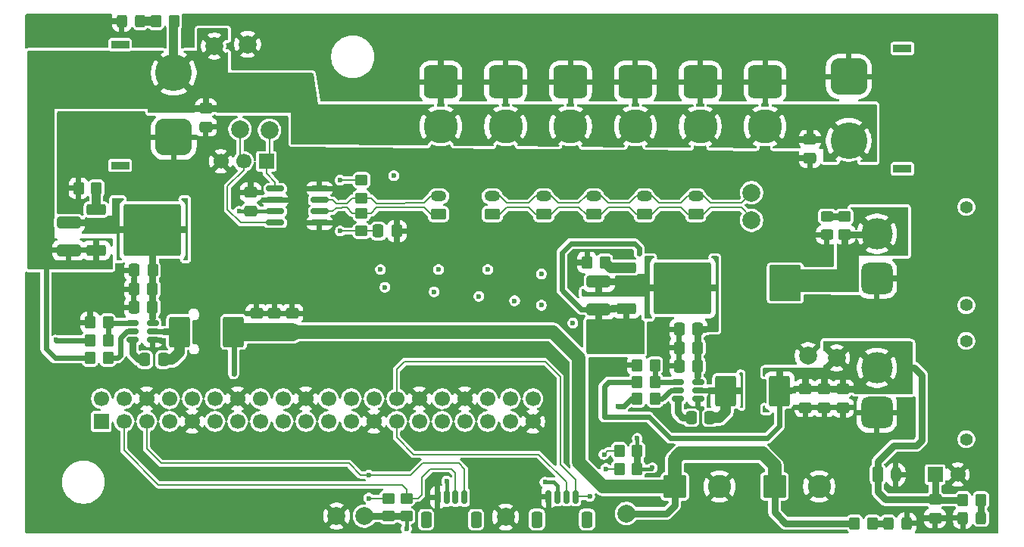
<source format=gtl>
%TF.GenerationSoftware,KiCad,Pcbnew,9.0.5*%
%TF.CreationDate,2025-10-21T23:33:10-04:00*%
%TF.ProjectId,mainBoard,6d61696e-426f-4617-9264-2e6b69636164,rev?*%
%TF.SameCoordinates,Original*%
%TF.FileFunction,Copper,L1,Top*%
%TF.FilePolarity,Positive*%
%FSLAX46Y46*%
G04 Gerber Fmt 4.6, Leading zero omitted, Abs format (unit mm)*
G04 Created by KiCad (PCBNEW 9.0.5) date 2025-10-21 23:33:10*
%MOMM*%
%LPD*%
G01*
G04 APERTURE LIST*
G04 Aperture macros list*
%AMRoundRect*
0 Rectangle with rounded corners*
0 $1 Rounding radius*
0 $2 $3 $4 $5 $6 $7 $8 $9 X,Y pos of 4 corners*
0 Add a 4 corners polygon primitive as box body*
4,1,4,$2,$3,$4,$5,$6,$7,$8,$9,$2,$3,0*
0 Add four circle primitives for the rounded corners*
1,1,$1+$1,$2,$3*
1,1,$1+$1,$4,$5*
1,1,$1+$1,$6,$7*
1,1,$1+$1,$8,$9*
0 Add four rect primitives between the rounded corners*
20,1,$1+$1,$2,$3,$4,$5,0*
20,1,$1+$1,$4,$5,$6,$7,0*
20,1,$1+$1,$6,$7,$8,$9,0*
20,1,$1+$1,$8,$9,$2,$3,0*%
G04 Aperture macros list end*
%TA.AperFunction,ComponentPad*%
%ADD10O,1.750000X1.200000*%
%TD*%
%TA.AperFunction,ComponentPad*%
%ADD11RoundRect,0.250000X0.625000X-0.350000X0.625000X0.350000X-0.625000X0.350000X-0.625000X-0.350000X0*%
%TD*%
%TA.AperFunction,SMDPad,CuDef*%
%ADD12RoundRect,0.250000X0.350000X0.450000X-0.350000X0.450000X-0.350000X-0.450000X0.350000X-0.450000X0*%
%TD*%
%TA.AperFunction,SMDPad,CuDef*%
%ADD13RoundRect,0.250000X-0.350000X-0.450000X0.350000X-0.450000X0.350000X0.450000X-0.350000X0.450000X0*%
%TD*%
%TA.AperFunction,SMDPad,CuDef*%
%ADD14RoundRect,0.250000X0.337500X0.475000X-0.337500X0.475000X-0.337500X-0.475000X0.337500X-0.475000X0*%
%TD*%
%TA.AperFunction,SMDPad,CuDef*%
%ADD15RoundRect,0.250000X-0.337500X-0.475000X0.337500X-0.475000X0.337500X0.475000X-0.337500X0.475000X0*%
%TD*%
%TA.AperFunction,SMDPad,CuDef*%
%ADD16RoundRect,0.250000X-0.850000X-0.350000X0.850000X-0.350000X0.850000X0.350000X-0.850000X0.350000X0*%
%TD*%
%TA.AperFunction,SMDPad,CuDef*%
%ADD17RoundRect,0.249997X-2.950003X-2.650003X2.950003X-2.650003X2.950003X2.650003X-2.950003X2.650003X0*%
%TD*%
%TA.AperFunction,SMDPad,CuDef*%
%ADD18RoundRect,0.235000X-0.940000X-1.465000X0.940000X-1.465000X0.940000X1.465000X-0.940000X1.465000X0*%
%TD*%
%TA.AperFunction,SMDPad,CuDef*%
%ADD19RoundRect,0.150000X0.512500X0.150000X-0.512500X0.150000X-0.512500X-0.150000X0.512500X-0.150000X0*%
%TD*%
%TA.AperFunction,SMDPad,CuDef*%
%ADD20RoundRect,0.250000X-1.075000X0.400000X-1.075000X-0.400000X1.075000X-0.400000X1.075000X0.400000X0*%
%TD*%
%TA.AperFunction,SMDPad,CuDef*%
%ADD21C,2.000000*%
%TD*%
%TA.AperFunction,SMDPad,CuDef*%
%ADD22RoundRect,0.250000X-0.475000X0.337500X-0.475000X-0.337500X0.475000X-0.337500X0.475000X0.337500X0*%
%TD*%
%TA.AperFunction,SMDPad,CuDef*%
%ADD23RoundRect,0.250000X0.475000X-0.337500X0.475000X0.337500X-0.475000X0.337500X-0.475000X-0.337500X0*%
%TD*%
%TA.AperFunction,SMDPad,CuDef*%
%ADD24RoundRect,0.150000X0.150000X0.625000X-0.150000X0.625000X-0.150000X-0.625000X0.150000X-0.625000X0*%
%TD*%
%TA.AperFunction,SMDPad,CuDef*%
%ADD25RoundRect,0.250000X0.350000X0.650000X-0.350000X0.650000X-0.350000X-0.650000X0.350000X-0.650000X0*%
%TD*%
%TA.AperFunction,ComponentPad*%
%ADD26R,2.000000X0.900000*%
%TD*%
%TA.AperFunction,ComponentPad*%
%ADD27RoundRect,1.025000X1.025000X-1.025000X1.025000X1.025000X-1.025000X1.025000X-1.025000X-1.025000X0*%
%TD*%
%TA.AperFunction,ComponentPad*%
%ADD28C,4.100000*%
%TD*%
%TA.AperFunction,ComponentPad*%
%ADD29R,1.700000X1.700000*%
%TD*%
%TA.AperFunction,ComponentPad*%
%ADD30C,1.700000*%
%TD*%
%TA.AperFunction,ComponentPad*%
%ADD31RoundRect,0.250000X-1.050000X-1.050000X1.050000X-1.050000X1.050000X1.050000X-1.050000X1.050000X0*%
%TD*%
%TA.AperFunction,ComponentPad*%
%ADD32C,2.600000*%
%TD*%
%TA.AperFunction,ComponentPad*%
%ADD33RoundRect,0.760000X-1.140000X1.140000X-1.140000X-1.140000X1.140000X-1.140000X1.140000X1.140000X0*%
%TD*%
%TA.AperFunction,ComponentPad*%
%ADD34C,3.800000*%
%TD*%
%TA.AperFunction,SMDPad,CuDef*%
%ADD35RoundRect,0.250000X0.450000X-0.350000X0.450000X0.350000X-0.450000X0.350000X-0.450000X-0.350000X0*%
%TD*%
%TA.AperFunction,SMDPad,CuDef*%
%ADD36RoundRect,0.150000X-0.825000X-0.150000X0.825000X-0.150000X0.825000X0.150000X-0.825000X0.150000X0*%
%TD*%
%TA.AperFunction,ComponentPad*%
%ADD37RoundRect,0.250000X-0.350000X-0.625000X0.350000X-0.625000X0.350000X0.625000X-0.350000X0.625000X0*%
%TD*%
%TA.AperFunction,ComponentPad*%
%ADD38O,1.200000X1.750000*%
%TD*%
%TA.AperFunction,SMDPad,CuDef*%
%ADD39RoundRect,0.250000X0.325000X0.450000X-0.325000X0.450000X-0.325000X-0.450000X0.325000X-0.450000X0*%
%TD*%
%TA.AperFunction,SMDPad,CuDef*%
%ADD40RoundRect,0.250000X-0.325000X-0.450000X0.325000X-0.450000X0.325000X0.450000X-0.325000X0.450000X0*%
%TD*%
%TA.AperFunction,ComponentPad*%
%ADD41RoundRect,1.025000X-1.025000X1.025000X-1.025000X-1.025000X1.025000X-1.025000X1.025000X1.025000X0*%
%TD*%
%TA.AperFunction,SMDPad,CuDef*%
%ADD42RoundRect,0.250000X0.450000X-0.325000X0.450000X0.325000X-0.450000X0.325000X-0.450000X-0.325000X0*%
%TD*%
%TA.AperFunction,ComponentPad*%
%ADD43C,1.400000*%
%TD*%
%TA.AperFunction,ComponentPad*%
%ADD44RoundRect,0.770000X-0.980000X0.980000X-0.980000X-0.980000X0.980000X-0.980000X0.980000X0.980000X0*%
%TD*%
%TA.AperFunction,ComponentPad*%
%ADD45C,3.500000*%
%TD*%
%TA.AperFunction,ViaPad*%
%ADD46C,0.600000*%
%TD*%
%TA.AperFunction,ViaPad*%
%ADD47C,1.000000*%
%TD*%
%TA.AperFunction,Conductor*%
%ADD48C,0.200000*%
%TD*%
%TA.AperFunction,Conductor*%
%ADD49C,1.000000*%
%TD*%
%TA.AperFunction,Conductor*%
%ADD50C,0.600000*%
%TD*%
%TA.AperFunction,Conductor*%
%ADD51C,1.200000*%
%TD*%
%TA.AperFunction,Conductor*%
%ADD52C,0.800000*%
%TD*%
%TA.AperFunction,Conductor*%
%ADD53C,0.400000*%
%TD*%
%TA.AperFunction,Conductor*%
%ADD54C,1.500000*%
%TD*%
%TA.AperFunction,Conductor*%
%ADD55C,2.000000*%
%TD*%
G04 APERTURE END LIST*
D10*
%TO.P,J13,2,Pin_2*%
%TO.N,CANP*%
X98085786Y-47014215D03*
D11*
%TO.P,J13,1,Pin_1*%
%TO.N,CANN*%
X98085786Y-49014215D03*
%TD*%
D12*
%TO.P,R27,2*%
%TO.N,GND*%
X57835786Y-46114215D03*
%TO.P,R27,1*%
%TO.N,Net-(Q3-G)*%
X59835786Y-46114215D03*
%TD*%
D13*
%TO.P,R29,2*%
%TO.N,Net-(U3-VFB)*%
X61135786Y-61139215D03*
%TO.P,R29,1*%
%TO.N,GND*%
X59135786Y-61139215D03*
%TD*%
D14*
%TO.P,C20,2*%
%TO.N,GND*%
X64035786Y-59444215D03*
%TO.P,C20,1*%
%TO.N,Net-(Q3-S)*%
X66110786Y-59444215D03*
%TD*%
D15*
%TO.P,C21,1*%
%TO.N,Net-(U3-VBST)*%
X65248286Y-65314215D03*
%TO.P,C21,2*%
%TO.N,Net-(U3-SW)*%
X67323286Y-65314215D03*
%TD*%
D13*
%TO.P,R28,2*%
%TO.N,Net-(U3-EN)*%
X61135786Y-65139215D03*
%TO.P,R28,1*%
%TO.N,+12V*%
X59135786Y-65139215D03*
%TD*%
D16*
%TO.P,Q3,3,D*%
%TO.N,+12V*%
X59810786Y-53069215D03*
D17*
%TO.P,Q3,2,S*%
%TO.N,Net-(Q3-S)*%
X66110786Y-50789215D03*
D16*
%TO.P,Q3,1,G*%
%TO.N,Net-(Q3-G)*%
X59810786Y-48509215D03*
%TD*%
D18*
%TO.P,L5,2,2*%
%TO.N,7.4V*%
X75160786Y-62214215D03*
%TO.P,L5,1,1*%
%TO.N,Net-(U3-SW)*%
X69110786Y-62214215D03*
%TD*%
D19*
%TO.P,U3,1,GND*%
%TO.N,GND*%
X66135786Y-63114215D03*
%TO.P,U3,2,SW*%
%TO.N,Net-(U3-SW)*%
X66135786Y-62164215D03*
%TO.P,U3,3,VIN*%
%TO.N,Net-(Q3-S)*%
X66135786Y-61214215D03*
%TO.P,U3,4,VFB*%
%TO.N,Net-(U3-VFB)*%
X63860786Y-61214215D03*
%TO.P,U3,5,EN*%
%TO.N,Net-(U3-EN)*%
X63860786Y-62164215D03*
%TO.P,U3,6,VBST*%
%TO.N,Net-(U3-VBST)*%
X63860786Y-63114215D03*
%TD*%
D12*
%TO.P,R30,2*%
%TO.N,7.4V*%
X59135786Y-63139215D03*
%TO.P,R30,1*%
%TO.N,Net-(U3-VFB)*%
X61135786Y-63139215D03*
%TD*%
D20*
%TO.P,R23,2*%
%TO.N,+12V*%
X56735786Y-53064215D03*
%TO.P,R23,1*%
%TO.N,Net-(Q3-S)*%
X56735786Y-49964215D03*
%TD*%
D14*
%TO.P,C19,2*%
%TO.N,GND*%
X64035786Y-57414215D03*
%TO.P,C19,1*%
%TO.N,Net-(Q3-S)*%
X66110786Y-57414215D03*
%TD*%
%TO.P,C7,2*%
%TO.N,GND*%
X64055786Y-55314215D03*
%TO.P,C7,1*%
%TO.N,Net-(Q3-S)*%
X66130786Y-55314215D03*
%TD*%
D13*
%TO.P,R4,2*%
%TO.N,Net-(D1-A)*%
X158710786Y-81014215D03*
%TO.P,R4,1*%
%TO.N,+5V*%
X156710786Y-81014215D03*
%TD*%
D21*
%TO.P,TP1,1,1*%
%TO.N,+12V*%
X73035786Y-30214215D03*
%TD*%
D22*
%TO.P,C24,1*%
%TO.N,+5V*%
X139085786Y-68576715D03*
%TO.P,C24,2*%
%TO.N,GND*%
X139085786Y-70651715D03*
%TD*%
D23*
%TO.P,C14,1*%
%TO.N,+3V3*%
X77085786Y-48651715D03*
%TO.P,C14,2*%
%TO.N,GND*%
X77085786Y-46576715D03*
%TD*%
D11*
%TO.P,J14,1,Pin_1*%
%TO.N,CANN*%
X104085786Y-49014215D03*
D10*
%TO.P,J14,2,Pin_2*%
%TO.N,CANP*%
X104085786Y-47014215D03*
%TD*%
D16*
%TO.P,Q2,1,G*%
%TO.N,Net-(Q2-G)*%
X119085786Y-55014215D03*
D17*
%TO.P,Q2,2,S*%
%TO.N,Net-(Q2-S)*%
X125385786Y-57294215D03*
D16*
%TO.P,Q2,3,D*%
%TO.N,+12V*%
X119085786Y-59574215D03*
%TD*%
D24*
%TO.P,J20,1,1*%
%TO.N,SCL1*%
X100985786Y-80689215D03*
%TO.P,J20,2,2*%
%TO.N,SDA1*%
X99985786Y-80689215D03*
%TO.P,J20,3,3*%
%TO.N,+3V3*%
X98985786Y-80689215D03*
%TO.P,J20,4,4*%
%TO.N,GND*%
X97985786Y-80689215D03*
D25*
%TO.P,J20,MP*%
%TO.N,N/C*%
X102285786Y-83214215D03*
X96685786Y-83214215D03*
%TD*%
D21*
%TO.P,TP9,1,1*%
%TO.N,GND*%
X139385786Y-64864215D03*
%TD*%
%TO.P,TP7,1,1*%
%TO.N,CANN*%
X133085786Y-49714215D03*
%TD*%
%TO.P,TP6,1,1*%
%TO.N,C_RX*%
X75885786Y-39514215D03*
%TD*%
D26*
%TO.P,J1,*%
%TO.N,*%
X62485786Y-43564215D03*
X62485786Y-30064215D03*
D27*
%TO.P,J1,1,Pin_1*%
%TO.N,GND*%
X68485786Y-40414215D03*
D28*
%TO.P,J1,2,Pin_2*%
%TO.N,+12V*%
X68485786Y-33214215D03*
%TD*%
D15*
%TO.P,C4,1*%
%TO.N,Net-(U1-VBST)*%
X126348286Y-71814215D03*
%TO.P,C4,2*%
%TO.N,Net-(U1-SW)*%
X128423286Y-71814215D03*
%TD*%
D29*
%TO.P,J23,1,Pin_1*%
%TO.N,unconnected-(J23-Pin_1-Pad1)*%
X60385786Y-72214215D03*
D30*
%TO.P,J23,2,Pin_2*%
%TO.N,unconnected-(J23-Pin_2-Pad2)*%
X60385786Y-69674215D03*
%TO.P,J23,3,Pin_3*%
%TO.N,SDA1*%
X62925786Y-72214215D03*
%TO.P,J23,4,Pin_4*%
%TO.N,unconnected-(J23-Pin_4-Pad4)*%
X62925786Y-69674215D03*
%TO.P,J23,5,Pin_5*%
%TO.N,SCL1*%
X65465786Y-72214215D03*
%TO.P,J23,6,Pin_6*%
%TO.N,GND*%
X65465786Y-69674215D03*
%TO.P,J23,7,Pin_7*%
%TO.N,unconnected-(J23-Pin_7-Pad7)*%
X68005786Y-72214215D03*
%TO.P,J23,8,Pin_8*%
%TO.N,unconnected-(J23-Pin_8-Pad8)*%
X68005786Y-69674215D03*
%TO.P,J23,9,Pin_9*%
%TO.N,GND*%
X70545786Y-72214215D03*
%TO.P,J23,10,Pin_10*%
%TO.N,unconnected-(J23-Pin_10-Pad10)*%
X70545786Y-69674215D03*
%TO.P,J23,11,Pin_11*%
%TO.N,unconnected-(J23-Pin_11-Pad11)*%
X73085786Y-72214215D03*
%TO.P,J23,12,Pin_12*%
%TO.N,unconnected-(J23-Pin_12-Pad12)*%
X73085786Y-69674215D03*
%TO.P,J23,13,Pin_13*%
%TO.N,unconnected-(J23-Pin_13-Pad13)*%
X75625786Y-72214215D03*
%TO.P,J23,14,Pin_14*%
%TO.N,GND*%
X75625786Y-69674215D03*
%TO.P,J23,15,Pin_15*%
%TO.N,unconnected-(J23-Pin_15-Pad15)*%
X78165786Y-72214215D03*
%TO.P,J23,16,Pin_16*%
%TO.N,unconnected-(J23-Pin_16-Pad16)*%
X78165786Y-69674215D03*
%TO.P,J23,17,Pin_17*%
%TO.N,unconnected-(J23-Pin_17-Pad17)*%
X80705786Y-72214215D03*
%TO.P,J23,18,Pin_18*%
%TO.N,unconnected-(J23-Pin_18-Pad18)*%
X80705786Y-69674215D03*
%TO.P,J23,19,Pin_19*%
%TO.N,unconnected-(J23-Pin_19-Pad19)*%
X83245786Y-72214215D03*
%TO.P,J23,20,Pin_20*%
%TO.N,GND*%
X83245786Y-69674215D03*
%TO.P,J23,21,Pin_21*%
%TO.N,unconnected-(J23-Pin_21-Pad21)*%
X85785786Y-72214215D03*
%TO.P,J23,22,Pin_22*%
%TO.N,unconnected-(J23-Pin_22-Pad22)*%
X85785786Y-69674215D03*
%TO.P,J23,23,Pin_23*%
%TO.N,unconnected-(J23-Pin_23-Pad23)*%
X88325786Y-72214215D03*
%TO.P,J23,24,Pin_24*%
%TO.N,unconnected-(J23-Pin_24-Pad24)*%
X88325786Y-69674215D03*
%TO.P,J23,25,Pin_25*%
%TO.N,GND*%
X90865786Y-72214215D03*
%TO.P,J23,26,Pin_26*%
%TO.N,unconnected-(J23-Pin_26-Pad26)*%
X90865786Y-69674215D03*
%TO.P,J23,27,Pin_27*%
%TO.N,SDA0*%
X93405786Y-72214215D03*
%TO.P,J23,28,Pin_28*%
%TO.N,SCL0*%
X93405786Y-69674215D03*
%TO.P,J23,29,Pin_29*%
%TO.N,unconnected-(J23-Pin_29-Pad29)*%
X95945786Y-72214215D03*
%TO.P,J23,30,Pin_30*%
%TO.N,GND*%
X95945786Y-69674215D03*
%TO.P,J23,31,Pin_31*%
%TO.N,unconnected-(J23-Pin_31-Pad31)*%
X98485786Y-72214215D03*
%TO.P,J23,32,Pin_32*%
%TO.N,unconnected-(J23-Pin_32-Pad32)*%
X98485786Y-69674215D03*
%TO.P,J23,33,Pin_33*%
%TO.N,unconnected-(J23-Pin_33-Pad33)*%
X101025786Y-72214215D03*
%TO.P,J23,34,Pin_34*%
%TO.N,GND*%
X101025786Y-69674215D03*
%TO.P,J23,35,Pin_35*%
%TO.N,unconnected-(J23-Pin_35-Pad35)*%
X103565786Y-72214215D03*
%TO.P,J23,36,Pin_36*%
%TO.N,unconnected-(J23-Pin_36-Pad36)*%
X103565786Y-69674215D03*
%TO.P,J23,37,Pin_37*%
%TO.N,unconnected-(J23-Pin_37-Pad37)*%
X106105786Y-72214215D03*
%TO.P,J23,38,Pin_38*%
%TO.N,unconnected-(J23-Pin_38-Pad38)*%
X106105786Y-69674215D03*
%TO.P,J23,39,Pin_39*%
%TO.N,GND*%
X108645786Y-72214215D03*
%TO.P,J23,40,Pin_40*%
%TO.N,unconnected-(J23-Pin_40-Pad40)*%
X108645786Y-69674215D03*
%TD*%
D21*
%TO.P,TP3,1,1*%
%TO.N,7.4V*%
X119085786Y-82514215D03*
%TD*%
D12*
%TO.P,R16,1*%
%TO.N,+3V3*%
X120285786Y-75514215D03*
%TO.P,R16,2*%
%TO.N,SDA0*%
X118285786Y-75514215D03*
%TD*%
D19*
%TO.P,U1,1,GND*%
%TO.N,GND*%
X127085786Y-69714215D03*
%TO.P,U1,2,SW*%
%TO.N,Net-(U1-SW)*%
X127085786Y-68764215D03*
%TO.P,U1,3,VIN*%
%TO.N,Net-(Q2-S)*%
X127085786Y-67814215D03*
%TO.P,U1,4,VFB*%
%TO.N,Net-(U1-VFB)*%
X124810786Y-67814215D03*
%TO.P,U1,5,EN*%
%TO.N,Net-(U1-EN)*%
X124810786Y-68764215D03*
%TO.P,U1,6,VBST*%
%TO.N,Net-(U1-VBST)*%
X124810786Y-69714215D03*
%TD*%
D21*
%TO.P,TP5,1,1*%
%TO.N,C_TX*%
X79185786Y-39614215D03*
%TD*%
D31*
%TO.P,J17,1,Pin_1*%
%TO.N,7.4V*%
X135635786Y-79486715D03*
D32*
%TO.P,J17,2,Pin_2*%
%TO.N,GND*%
X140635786Y-79486715D03*
%TD*%
D33*
%TO.P,J7,1,Pin_1*%
%TO.N,GND*%
X127335786Y-34214215D03*
D34*
%TO.P,J7,2,Pin_2*%
%TO.N,+12V*%
X127335786Y-39214215D03*
%TD*%
D35*
%TO.P,R8,1*%
%TO.N,+3V3*%
X143495786Y-51294215D03*
%TO.P,R8,2*%
%TO.N,Net-(D3-A)*%
X143495786Y-49294215D03*
%TD*%
D33*
%TO.P,J10,1,Pin_1*%
%TO.N,GND*%
X105585786Y-34214215D03*
D34*
%TO.P,J10,2,Pin_2*%
%TO.N,+12V*%
X105585786Y-39214215D03*
%TD*%
D36*
%TO.P,IC1,1,TXD*%
%TO.N,C_TX*%
X79835786Y-46174215D03*
%TO.P,IC1,2,GND*%
%TO.N,GND*%
X79835786Y-47444215D03*
%TO.P,IC1,3,VCC*%
%TO.N,+3V3*%
X79835786Y-48714215D03*
%TO.P,IC1,4,RXD*%
%TO.N,C_RX*%
X79835786Y-49984215D03*
%TO.P,IC1,5,SHDNVIO*%
%TO.N,GND*%
X84785786Y-49984215D03*
%TO.P,IC1,6,CANL*%
%TO.N,CANN*%
X84785786Y-48714215D03*
%TO.P,IC1,7,CANH*%
%TO.N,CANP*%
X84785786Y-47444215D03*
%TO.P,IC1,8,STB*%
%TO.N,GND*%
X84785786Y-46174215D03*
%TD*%
D37*
%TO.P,J21,1,Pin_1*%
%TO.N,+5V*%
X147185786Y-78164215D03*
D38*
%TO.P,J21,2,Pin_2*%
%TO.N,GND*%
X149185786Y-78164215D03*
%TD*%
D35*
%TO.P,R24,1*%
%TO.N,Net-(C16-Pad1)*%
X89485786Y-50914215D03*
%TO.P,R24,2*%
%TO.N,CANN*%
X89485786Y-48914215D03*
%TD*%
D13*
%TO.P,R31,1*%
%TO.N,7.4V*%
X144585786Y-83614215D03*
%TO.P,R31,2*%
%TO.N,Net-(D4-A)*%
X146585786Y-83614215D03*
%TD*%
D11*
%TO.P,J26,1,Pin_1*%
%TO.N,CANN*%
X126835786Y-49014215D03*
D10*
%TO.P,J26,2,Pin_2*%
%TO.N,CANP*%
X126835786Y-47014215D03*
%TD*%
D12*
%TO.P,R15,1*%
%TO.N,+3V3*%
X120285786Y-77514215D03*
%TO.P,R15,2*%
%TO.N,SCL0*%
X118285786Y-77514215D03*
%TD*%
D31*
%TO.P,J5,1,Pin_1*%
%TO.N,7.4V*%
X124485786Y-79514215D03*
D32*
%TO.P,J5,2,Pin_2*%
%TO.N,GND*%
X129485786Y-79514215D03*
%TD*%
D14*
%TO.P,C2,1*%
%TO.N,Net-(Q2-S)*%
X127048286Y-63964215D03*
%TO.P,C2,2*%
%TO.N,GND*%
X124973286Y-63964215D03*
%TD*%
D33*
%TO.P,J6,1,Pin_1*%
%TO.N,GND*%
X134585786Y-34214215D03*
D34*
%TO.P,J6,2,Pin_2*%
%TO.N,+12V*%
X134585786Y-39214215D03*
%TD*%
D23*
%TO.P,C15,1*%
%TO.N,GND*%
X153585786Y-83051715D03*
%TO.P,C15,2*%
%TO.N,+5V*%
X153585786Y-80976715D03*
%TD*%
D22*
%TO.P,C5,1*%
%TO.N,+5V*%
X143295786Y-68614215D03*
%TO.P,C5,2*%
%TO.N,GND*%
X143295786Y-70689215D03*
%TD*%
D11*
%TO.P,J25,1,Pin_1*%
%TO.N,CANN*%
X121085786Y-49014215D03*
D10*
%TO.P,J25,2,Pin_2*%
%TO.N,CANP*%
X121085786Y-47014215D03*
%TD*%
D11*
%TO.P,J15,1,Pin_1*%
%TO.N,CANN*%
X109835786Y-49014215D03*
D10*
%TO.P,J15,2,Pin_2*%
%TO.N,CANP*%
X109835786Y-47014215D03*
%TD*%
D39*
%TO.P,D4,1,K*%
%TO.N,GND*%
X150410786Y-83614215D03*
%TO.P,D4,2,A*%
%TO.N,Net-(D4-A)*%
X148360786Y-83614215D03*
%TD*%
D40*
%TO.P,D2,1,K*%
%TO.N,GND*%
X62685786Y-27414215D03*
%TO.P,D2,2,A*%
%TO.N,Net-(D2-A)*%
X64735786Y-27414215D03*
%TD*%
D13*
%TO.P,R5,1*%
%TO.N,Net-(D2-A)*%
X66510786Y-27414215D03*
%TO.P,R5,2*%
%TO.N,+12V*%
X68510786Y-27414215D03*
%TD*%
D21*
%TO.P,TP10,1,1*%
%TO.N,GND*%
X86685786Y-82814215D03*
%TD*%
D13*
%TO.P,R2,1*%
%TO.N,GND*%
X120285786Y-65914215D03*
%TO.P,R2,2*%
%TO.N,Net-(U1-VFB)*%
X122285786Y-65914215D03*
%TD*%
D21*
%TO.P,TP4,1,1*%
%TO.N,+3V3*%
X89785786Y-82814215D03*
%TD*%
D26*
%TO.P,J2,*%
%TO.N,*%
X149935786Y-30464215D03*
X149935786Y-43964215D03*
D41*
%TO.P,J2,1,Pin_1*%
%TO.N,GND*%
X143935786Y-33614215D03*
D28*
%TO.P,J2,2,Pin_2*%
%TO.N,+12V*%
X143935786Y-40814215D03*
%TD*%
D14*
%TO.P,C3,1*%
%TO.N,Net-(Q2-S)*%
X127048286Y-66014215D03*
%TO.P,C3,2*%
%TO.N,GND*%
X124973286Y-66014215D03*
%TD*%
D15*
%TO.P,C16,1*%
%TO.N,Net-(C16-Pad1)*%
X91348286Y-50914215D03*
%TO.P,C16,2*%
%TO.N,GND*%
X93423286Y-50914215D03*
%TD*%
D29*
%TO.P,J22,1,Pin_1*%
%TO.N,+5V*%
X153585786Y-78164215D03*
D30*
%TO.P,J22,2,Pin_2*%
%TO.N,GND*%
X156125786Y-78164215D03*
%TD*%
D33*
%TO.P,J8,1,Pin_1*%
%TO.N,GND*%
X120085786Y-34214215D03*
D34*
%TO.P,J8,2,Pin_2*%
%TO.N,+12V*%
X120085786Y-39214215D03*
%TD*%
D42*
%TO.P,D3,1,K*%
%TO.N,GND*%
X141485786Y-51314215D03*
%TO.P,D3,2,A*%
%TO.N,Net-(D3-A)*%
X141485786Y-49264215D03*
%TD*%
D22*
%TO.P,C17,1*%
%TO.N,+12V*%
X139585786Y-40676715D03*
%TO.P,C17,2*%
%TO.N,GND*%
X139585786Y-42751715D03*
%TD*%
D29*
%TO.P,J12,1,Pin_1*%
%TO.N,C_TX*%
X78825786Y-43114215D03*
D30*
%TO.P,J12,2,Pin_2*%
%TO.N,C_RX*%
X76285786Y-43114215D03*
%TO.P,J12,3,Pin_3*%
%TO.N,GND*%
X73745786Y-43114215D03*
%TD*%
D21*
%TO.P,TP11,1,1*%
%TO.N,GND*%
X76735786Y-30014215D03*
%TD*%
D14*
%TO.P,C1,1*%
%TO.N,Net-(Q2-S)*%
X127048286Y-61914215D03*
%TO.P,C1,2*%
%TO.N,GND*%
X124973286Y-61914215D03*
%TD*%
D22*
%TO.P,C18,1*%
%TO.N,+12V*%
X72085786Y-37176715D03*
%TO.P,C18,2*%
%TO.N,GND*%
X72085786Y-39251715D03*
%TD*%
D20*
%TO.P,R13,1*%
%TO.N,Net-(Q2-S)*%
X115985786Y-56564215D03*
%TO.P,R13,2*%
%TO.N,+12V*%
X115985786Y-59664215D03*
%TD*%
D35*
%TO.P,R25,1*%
%TO.N,+3V3*%
X92485786Y-82814215D03*
%TO.P,R25,2*%
%TO.N,SCL1*%
X92485786Y-80814215D03*
%TD*%
D21*
%TO.P,TP2,1,1*%
%TO.N,+5V*%
X142585786Y-65114215D03*
%TD*%
D22*
%TO.P,C6,1*%
%TO.N,+5V*%
X141185786Y-68576715D03*
%TO.P,C6,2*%
%TO.N,GND*%
X141185786Y-70651715D03*
%TD*%
D43*
%TO.P,J3,*%
%TO.N,*%
X157085786Y-63214215D03*
X157085786Y-74214215D03*
D44*
%TO.P,J3,1,Pin_1*%
%TO.N,GND*%
X147085786Y-71214215D03*
D45*
%TO.P,J3,2,Pin_2*%
%TO.N,+5V*%
X147085786Y-66214215D03*
%TD*%
D43*
%TO.P,J4,*%
%TO.N,*%
X157085786Y-48214215D03*
X157085786Y-59214215D03*
D44*
%TO.P,J4,1,Pin_1*%
%TO.N,GND*%
X147085786Y-56214215D03*
D45*
%TO.P,J4,2,Pin_2*%
%TO.N,+3V3*%
X147085786Y-51214215D03*
%TD*%
D21*
%TO.P,TP12,1,1*%
%TO.N,GND*%
X105585786Y-82914215D03*
%TD*%
D24*
%TO.P,J16,1,1*%
%TO.N,SCL0*%
X113385786Y-80664215D03*
%TO.P,J16,2,2*%
%TO.N,SDA0*%
X112385786Y-80664215D03*
%TO.P,J16,3,3*%
%TO.N,+3V3*%
X111385786Y-80664215D03*
%TO.P,J16,4,4*%
%TO.N,GND*%
X110385786Y-80664215D03*
D25*
%TO.P,J16,MP*%
%TO.N,N/C*%
X114685786Y-83189215D03*
X109085786Y-83189215D03*
%TD*%
D11*
%TO.P,J24,1,Pin_1*%
%TO.N,CANN*%
X115435786Y-49014215D03*
D10*
%TO.P,J24,2,Pin_2*%
%TO.N,CANP*%
X115435786Y-47014215D03*
%TD*%
D12*
%TO.P,R9,1*%
%TO.N,Net-(Q2-G)*%
X116685786Y-54419215D03*
%TO.P,R9,2*%
%TO.N,GND*%
X114685786Y-54419215D03*
%TD*%
D35*
%TO.P,R26,1*%
%TO.N,+3V3*%
X94485786Y-82814215D03*
%TO.P,R26,2*%
%TO.N,SDA1*%
X94485786Y-80814215D03*
%TD*%
D18*
%TO.P,L1,1,1*%
%TO.N,Net-(U1-SW)*%
X130160786Y-68814215D03*
%TO.P,L1,2,2*%
%TO.N,+5V*%
X136210786Y-68814215D03*
%TD*%
D21*
%TO.P,TP8,1,1*%
%TO.N,CANP*%
X133085786Y-46614215D03*
%TD*%
D40*
%TO.P,D1,1,K*%
%TO.N,GND*%
X156685786Y-83014215D03*
%TO.P,D1,2,A*%
%TO.N,Net-(D1-A)*%
X158735786Y-83014215D03*
%TD*%
D12*
%TO.P,R1,1*%
%TO.N,Net-(U1-VFB)*%
X122285786Y-67814215D03*
%TO.P,R1,2*%
%TO.N,+5V*%
X120285786Y-67814215D03*
%TD*%
D33*
%TO.P,J9,1,Pin_1*%
%TO.N,GND*%
X112835786Y-34214215D03*
D34*
%TO.P,J9,2,Pin_2*%
%TO.N,+12V*%
X112835786Y-39214215D03*
%TD*%
D13*
%TO.P,R12,1*%
%TO.N,+12V*%
X120285786Y-69714215D03*
%TO.P,R12,2*%
%TO.N,Net-(U1-EN)*%
X122285786Y-69714215D03*
%TD*%
D35*
%TO.P,R3,1*%
%TO.N,CANP*%
X89485786Y-47214215D03*
%TO.P,R3,2*%
%TO.N,Net-(C16-Pad1)*%
X89485786Y-45214215D03*
%TD*%
D33*
%TO.P,J11,1,Pin_1*%
%TO.N,GND*%
X98335786Y-34214215D03*
D34*
%TO.P,J11,2,Pin_2*%
%TO.N,+12V*%
X98335786Y-39214215D03*
%TD*%
D23*
%TO.P,C23,1*%
%TO.N,7.4V*%
X79735786Y-62214215D03*
%TO.P,C23,2*%
%TO.N,GND*%
X79735786Y-60139215D03*
%TD*%
%TO.P,C25,1*%
%TO.N,7.4V*%
X81735786Y-62214215D03*
%TO.P,C25,2*%
%TO.N,GND*%
X81735786Y-60139215D03*
%TD*%
%TO.P,C22,1*%
%TO.N,7.4V*%
X77735786Y-62214215D03*
%TO.P,C22,2*%
%TO.N,GND*%
X77735786Y-60139215D03*
%TD*%
D46*
%TO.N,GND*%
X146085786Y-46214215D03*
X142585786Y-61214215D03*
X131085786Y-63214215D03*
%TO.N,+12V*%
X106585786Y-58714215D03*
X78085786Y-35714215D03*
%TO.N,GND*%
X64085786Y-83214215D03*
%TO.N,+5V*%
X150085786Y-64214215D03*
%TO.N,+3V3*%
X143585786Y-54214215D03*
%TO.N,GND*%
X93085786Y-34214215D03*
X100585786Y-51214215D03*
X123085786Y-52714215D03*
X132085786Y-52714215D03*
X116585786Y-72714215D03*
%TO.N,+12V*%
X74585786Y-34714215D03*
X81585786Y-35214215D03*
X84585786Y-38714215D03*
X123585786Y-38714215D03*
X131085786Y-38714215D03*
X139085786Y-38714215D03*
%TO.N,GND*%
X150585786Y-55714215D03*
X140085786Y-53714215D03*
X138585786Y-51714215D03*
X138585786Y-48214215D03*
X138085786Y-44714215D03*
X132585786Y-43214215D03*
X125085786Y-43214215D03*
X117585786Y-43714215D03*
X109085786Y-43214215D03*
X100585786Y-43214215D03*
%TO.N,+12V*%
X93085786Y-44714215D03*
%TO.N,GND*%
X85085786Y-55714215D03*
X83585786Y-43214215D03*
X80085786Y-31214215D03*
X79585786Y-27714215D03*
X84085786Y-28214215D03*
X95085786Y-28214215D03*
X100585786Y-28214215D03*
X109085786Y-27714215D03*
X116585786Y-28214215D03*
X125585786Y-28214215D03*
X135585786Y-28214215D03*
X145085786Y-28214215D03*
X149085786Y-36714215D03*
X158085786Y-38214215D03*
X158585786Y-30214215D03*
X154085786Y-29214215D03*
X153585786Y-34214215D03*
X154085786Y-43714215D03*
X134585786Y-63214215D03*
X131585786Y-61714215D03*
X137085786Y-61714215D03*
X157085786Y-67714215D03*
X160085786Y-52714215D03*
X158585786Y-46714215D03*
X152585786Y-47714215D03*
X155085786Y-51214215D03*
X156585786Y-55714215D03*
X159085786Y-61214215D03*
X150085786Y-60714215D03*
X151085786Y-62714215D03*
X155085786Y-62714215D03*
X159585786Y-79214215D03*
X154085786Y-75214215D03*
X138085786Y-81214215D03*
X142585786Y-76214215D03*
X138585786Y-76214215D03*
X117085786Y-81714215D03*
X117085786Y-84214215D03*
X126585786Y-83714215D03*
X130085786Y-82714215D03*
X107085786Y-80214215D03*
X104085786Y-80214215D03*
X108085786Y-77214215D03*
X103085786Y-77214215D03*
X106585786Y-74714215D03*
X98085786Y-74714215D03*
X107085786Y-67214215D03*
X103085786Y-67214215D03*
X97085786Y-67214215D03*
X88085786Y-66714215D03*
X81585786Y-66714215D03*
X90585786Y-65214215D03*
X83085786Y-65214215D03*
X78085786Y-64714215D03*
X77585786Y-67214215D03*
X73585786Y-57714215D03*
X68585786Y-56214215D03*
X72585786Y-55214215D03*
X71585786Y-46214215D03*
X66585786Y-46214215D03*
X66085786Y-44214215D03*
X58085786Y-43214215D03*
X62585786Y-39214215D03*
X58085786Y-39714215D03*
X54085786Y-27714215D03*
X57585786Y-27714215D03*
%TO.N,+12V*%
X60585786Y-35214215D03*
X63585786Y-32714215D03*
X58585786Y-32714215D03*
X54085786Y-33714215D03*
X53585786Y-40214215D03*
X53585786Y-47214215D03*
X53085786Y-53214215D03*
%TO.N,GND*%
X52585786Y-58214215D03*
X56585786Y-59214215D03*
X60085786Y-56714215D03*
X56585786Y-56214215D03*
X53085786Y-82714215D03*
X54085786Y-74214215D03*
X57085786Y-69214215D03*
X53585786Y-68714215D03*
X77585786Y-84214215D03*
X74585786Y-81714215D03*
X67585786Y-81714215D03*
X80085786Y-81214215D03*
X93085786Y-84214215D03*
X88585786Y-80714215D03*
X90085786Y-77214215D03*
X91085786Y-75214215D03*
X83585786Y-75214215D03*
X71585786Y-75214215D03*
X82585786Y-78214215D03*
X74085786Y-78214215D03*
X67085786Y-77714215D03*
X64085786Y-74714215D03*
%TO.N,+12V*%
X113085786Y-61214215D03*
X97585786Y-57714215D03*
X102585786Y-58214215D03*
X109585786Y-59214215D03*
X109585786Y-55714215D03*
X103585786Y-55214215D03*
X98085786Y-55214215D03*
X92085786Y-57214215D03*
X91585786Y-55214215D03*
%TO.N,GND*%
X87085786Y-59714215D03*
X86585786Y-44214215D03*
X86085786Y-52214215D03*
X81585786Y-52214215D03*
X76585786Y-55214215D03*
X74085786Y-51714215D03*
%TO.N,7.4V*%
X55285786Y-63114215D03*
%TO.N,GND*%
X67085786Y-63214215D03*
X115585786Y-66714215D03*
X115585786Y-65714215D03*
X123585786Y-61214215D03*
X123585786Y-63214215D03*
%TO.N,+12V*%
X118185786Y-70514215D03*
D47*
X116085786Y-63714215D03*
X116085786Y-62214215D03*
X119585786Y-62214215D03*
X93085786Y-39714215D03*
X89585786Y-39714215D03*
X93085786Y-37714215D03*
X89585786Y-37714215D03*
D46*
%TO.N,GND*%
X59985786Y-27414215D03*
X75685786Y-46514215D03*
X113285786Y-54414215D03*
%TO.N,+12V*%
X120485786Y-53414215D03*
%TO.N,Net-(C16-Pad1)*%
X87085786Y-50914215D03*
X87085786Y-45214215D03*
%TO.N,+3V3*%
X121985786Y-77414215D03*
X109985786Y-79014215D03*
%TO.N,SCL0*%
X114985786Y-80614215D03*
X116785786Y-77514215D03*
%TO.N,SDA0*%
X116585786Y-75914215D03*
%TO.N,+3V3*%
X94485786Y-84214215D03*
X98985786Y-78914215D03*
%TO.N,SCL1*%
X90285786Y-80814215D03*
X90285786Y-78214215D03*
%TO.N,+3V3*%
X75785786Y-48714215D03*
X120285786Y-74114215D03*
%TO.N,7.4V*%
X75185786Y-66914215D03*
%TD*%
D48*
%TO.N,CANP*%
X94285786Y-47839215D02*
X94335786Y-47789215D01*
X97210786Y-47014215D02*
X98085786Y-47014215D01*
X94335786Y-47789215D02*
X96435786Y-47789215D01*
%TO.N,CANN*%
X96435786Y-48239215D02*
X97210786Y-49014215D01*
%TO.N,CANP*%
X96435786Y-47789215D02*
X97210786Y-47014215D01*
%TO.N,CANN*%
X94457992Y-48289215D02*
X94507992Y-48239215D01*
X94507992Y-48239215D02*
X96435786Y-48239215D01*
X97210786Y-49014215D02*
X98085786Y-49014215D01*
X90535787Y-48914215D02*
X89485786Y-48914215D01*
%TO.N,CANP*%
X90535787Y-47214215D02*
X89485786Y-47214215D01*
%TO.N,CANN*%
X94457992Y-48289215D02*
X91160787Y-48289215D01*
X91160787Y-48289215D02*
X90535787Y-48914215D01*
%TO.N,CANP*%
X94285786Y-47839215D02*
X91160787Y-47839215D01*
X91160787Y-47839215D02*
X90535787Y-47214215D01*
D49*
%TO.N,Net-(Q3-G)*%
X59810786Y-46139215D02*
X59835786Y-46114215D01*
D50*
%TO.N,Net-(U3-VFB)*%
X61210786Y-61214215D02*
X61135786Y-61139215D01*
D49*
%TO.N,Net-(Q3-G)*%
X59810786Y-48509215D02*
X59810786Y-46139215D01*
D50*
%TO.N,Net-(U3-EN)*%
X62485786Y-64814215D02*
X62160786Y-65139215D01*
%TO.N,Net-(U3-VFB)*%
X63860786Y-61214215D02*
X61210786Y-61214215D01*
D51*
%TO.N,Net-(U3-SW)*%
X69085786Y-64514215D02*
X69085786Y-62239215D01*
D50*
%TO.N,+12V*%
X55210786Y-65139215D02*
X54785786Y-64714215D01*
X54185786Y-64114215D02*
X54185786Y-54614215D01*
%TO.N,7.4V*%
X55310786Y-63139215D02*
X55285786Y-63114215D01*
%TO.N,+12V*%
X54785786Y-64714215D02*
X54185786Y-64114215D01*
%TO.N,Net-(U3-EN)*%
X62485786Y-62876716D02*
X62485786Y-64814215D01*
X63860786Y-62164215D02*
X63198287Y-62164215D01*
X63198287Y-62164215D02*
X62485786Y-62876716D01*
%TO.N,Net-(U3-VFB)*%
X61135786Y-63139215D02*
X61135786Y-61139215D01*
%TO.N,Net-(U3-EN)*%
X62160786Y-65139215D02*
X61135786Y-65139215D01*
D52*
%TO.N,Net-(U3-VBST)*%
X64585786Y-65314215D02*
X63860786Y-64589215D01*
D50*
%TO.N,+12V*%
X59135786Y-65139215D02*
X55210786Y-65139215D01*
D51*
%TO.N,Net-(U3-SW)*%
X68285786Y-65314215D02*
X69085786Y-64514215D01*
X67323286Y-65314215D02*
X68285786Y-65314215D01*
X69085786Y-62239215D02*
X69110786Y-62214215D01*
D52*
%TO.N,Net-(U3-VBST)*%
X65248286Y-65314215D02*
X64585786Y-65314215D01*
X63860786Y-64589215D02*
X63860786Y-63114215D01*
D50*
%TO.N,7.4V*%
X59135786Y-63139215D02*
X55310786Y-63139215D01*
%TO.N,GND*%
X66985786Y-63114215D02*
X67085786Y-63214215D01*
X66135786Y-63114215D02*
X66985786Y-63114215D01*
%TO.N,+5V*%
X120285786Y-67814215D02*
X117085786Y-67814215D01*
X117085786Y-67814215D02*
X116585786Y-68314215D01*
X116585786Y-68314215D02*
X116585786Y-71714215D01*
X116585786Y-71714215D02*
X121585786Y-71714215D01*
X121585786Y-71714215D02*
X123985786Y-74114215D01*
X123985786Y-74114215D02*
X134785786Y-74114215D01*
X134785786Y-74114215D02*
X136210786Y-72689215D01*
X136210786Y-72689215D02*
X136210786Y-68814215D01*
%TO.N,+12V*%
X120285786Y-69714215D02*
X119585786Y-69714215D01*
X119585786Y-69714215D02*
X118785786Y-70514215D01*
X118785786Y-70514215D02*
X118185786Y-70514215D01*
%TO.N,GND*%
X62685786Y-27414215D02*
X59985786Y-27414215D01*
X75748286Y-46576715D02*
X75685786Y-46514215D01*
X77085786Y-46576715D02*
X75748286Y-46576715D01*
D48*
%TO.N,C_RX*%
X76285786Y-43114215D02*
X76285786Y-44114215D01*
X76285786Y-44114215D02*
X74485786Y-45914215D01*
X74485786Y-45914215D02*
X74485786Y-48514215D01*
X74485786Y-48514215D02*
X75955786Y-49984215D01*
X75955786Y-49984215D02*
X79835786Y-49984215D01*
D50*
%TO.N,GND*%
X113290786Y-54419215D02*
X113285786Y-54414215D01*
X114685786Y-54419215D02*
X113290786Y-54419215D01*
%TO.N,+12V*%
X120485786Y-53414215D02*
X120485786Y-52814215D01*
X120485786Y-52814215D02*
X119985786Y-52314215D01*
X119985786Y-52314215D02*
X112885786Y-52314215D01*
X114035786Y-59664215D02*
X115985786Y-59664215D01*
X112885786Y-52314215D02*
X111885786Y-53314215D01*
X111885786Y-53314215D02*
X111885786Y-57514215D01*
X111885786Y-57514215D02*
X114035786Y-59664215D01*
D48*
%TO.N,Net-(C16-Pad1)*%
X89485786Y-45214215D02*
X87085786Y-45214215D01*
X87085786Y-50914215D02*
X89485786Y-50914215D01*
D52*
%TO.N,+5V*%
X150085786Y-66214215D02*
X151285786Y-66214215D01*
X151285786Y-66214215D02*
X152085786Y-67014215D01*
X152085786Y-74314215D02*
X151485786Y-74914215D01*
X148985786Y-74914215D02*
X147185786Y-76714215D01*
X152085786Y-67014215D02*
X152085786Y-74314215D01*
X147185786Y-76714215D02*
X147185786Y-78164215D01*
X151485786Y-74914215D02*
X148985786Y-74914215D01*
D50*
%TO.N,Net-(U1-VFB)*%
X122285786Y-65914215D02*
X122285786Y-67814215D01*
X122285786Y-67814215D02*
X124810786Y-67814215D01*
%TO.N,Net-(U1-EN)*%
X124810786Y-68764215D02*
X124035786Y-68764215D01*
X124035786Y-68764215D02*
X123085786Y-69714215D01*
X123085786Y-69714215D02*
X122285786Y-69714215D01*
D51*
%TO.N,Net-(U1-SW)*%
X128423286Y-71814215D02*
X129485786Y-71814215D01*
X129485786Y-71814215D02*
X130185786Y-71114215D01*
X130185786Y-71114215D02*
X130185786Y-68839215D01*
X130185786Y-68839215D02*
X130160786Y-68814215D01*
D52*
%TO.N,Net-(U1-VBST)*%
X126348286Y-71814215D02*
X125385786Y-71814215D01*
X125385786Y-71814215D02*
X124810786Y-71239215D01*
X124810786Y-71239215D02*
X124810786Y-69714215D01*
D53*
%TO.N,+3V3*%
X121885786Y-77514215D02*
X121985786Y-77414215D01*
X120285786Y-77514215D02*
X121885786Y-77514215D01*
X109985786Y-79014215D02*
X110985786Y-79014215D01*
X110985786Y-79014215D02*
X111385786Y-79414215D01*
X111385786Y-79414215D02*
X111385786Y-80664215D01*
D48*
%TO.N,SCL0*%
X118285786Y-77514215D02*
X116785786Y-77514215D01*
X114985786Y-80614215D02*
X113435786Y-80614215D01*
X113435786Y-80614215D02*
X113385786Y-80664215D01*
%TO.N,SDA0*%
X118285786Y-75514215D02*
X116985786Y-75514215D01*
X116985786Y-75514215D02*
X116585786Y-75914215D01*
D54*
%TO.N,7.4V*%
X124485786Y-79514215D02*
X116485786Y-79514215D01*
X116485786Y-79514215D02*
X113785786Y-76814215D01*
X113785786Y-76814215D02*
X113785786Y-65114215D01*
X113785786Y-65114215D02*
X110885786Y-62214215D01*
X110885786Y-62214215D02*
X81735786Y-62214215D01*
D48*
%TO.N,SCL0*%
X113385786Y-80664215D02*
X113385786Y-78714215D01*
X113385786Y-78714215D02*
X111685786Y-77014215D01*
X111685786Y-77014215D02*
X111685786Y-67214215D01*
X111685786Y-67214215D02*
X109985786Y-65514215D01*
X109985786Y-65514215D02*
X94285786Y-65514215D01*
X94285786Y-65514215D02*
X93405786Y-66394215D01*
X93405786Y-66394215D02*
X93405786Y-69674215D01*
%TO.N,SDA0*%
X112385786Y-80664215D02*
X112385786Y-79014215D01*
X112385786Y-79014215D02*
X109285786Y-75914215D01*
X109285786Y-75914215D02*
X95285786Y-75914215D01*
X95285786Y-75914215D02*
X93405786Y-74034215D01*
X93405786Y-74034215D02*
X93405786Y-72214215D01*
D53*
%TO.N,+3V3*%
X94485786Y-84214215D02*
X94485786Y-82814215D01*
X98985786Y-80689215D02*
X98985786Y-78914215D01*
D48*
%TO.N,SDA1*%
X94485786Y-80814215D02*
X95785786Y-80814215D01*
X95785786Y-80814215D02*
X96185786Y-80414215D01*
X99485786Y-77514215D02*
X99985786Y-78014215D01*
X96185786Y-80414215D02*
X96185786Y-78514215D01*
X96185786Y-78514215D02*
X97185786Y-77514215D01*
X97185786Y-77514215D02*
X99485786Y-77514215D01*
X99985786Y-78014215D02*
X99985786Y-80689215D01*
%TO.N,SCL1*%
X90285786Y-78214215D02*
X94985786Y-78214215D01*
X100985786Y-77514215D02*
X100985786Y-80689215D01*
X94985786Y-78214215D02*
X96285786Y-76914215D01*
X96285786Y-76914215D02*
X100385786Y-76914215D01*
X100385786Y-76914215D02*
X100985786Y-77514215D01*
X90285786Y-78214215D02*
X89385786Y-78214215D01*
X89385786Y-78214215D02*
X88085786Y-76914215D01*
X88085786Y-76914215D02*
X67085786Y-76914215D01*
X67085786Y-76914215D02*
X65465786Y-75294215D01*
X65465786Y-75294215D02*
X65465786Y-72214215D01*
%TO.N,SDA1*%
X62925786Y-72214215D02*
X62925786Y-75454215D01*
X62925786Y-75454215D02*
X66785786Y-79314215D01*
X66785786Y-79314215D02*
X93985786Y-79314215D01*
X93985786Y-79314215D02*
X94485786Y-79814215D01*
X94485786Y-79814215D02*
X94485786Y-80814215D01*
%TO.N,SCL1*%
X90285786Y-80814215D02*
X92485786Y-80814215D01*
D53*
%TO.N,+3V3*%
X75785786Y-48714215D02*
X76060786Y-48714215D01*
X76060786Y-48714215D02*
X76123286Y-48651715D01*
X76123286Y-48651715D02*
X77085786Y-48651715D01*
X120285786Y-74114215D02*
X120285786Y-75514215D01*
X79835786Y-48714215D02*
X77148286Y-48714215D01*
X77148286Y-48714215D02*
X77085786Y-48651715D01*
D50*
%TO.N,7.4V*%
X75185786Y-66914215D02*
X75185786Y-62239215D01*
X75185786Y-62239215D02*
X75160786Y-62214215D01*
D49*
%TO.N,Net-(D2-A)*%
X66510786Y-27414215D02*
X64735786Y-27414215D01*
%TO.N,+12V*%
X68485786Y-33214215D02*
X68485786Y-27439215D01*
X68485786Y-27439215D02*
X68510786Y-27414215D01*
D55*
%TO.N,7.4V*%
X79735786Y-62214215D02*
X81735786Y-62214215D01*
X77735786Y-62214215D02*
X79735786Y-62214215D01*
X75160786Y-62214215D02*
X77735786Y-62214215D01*
D51*
%TO.N,Net-(Q2-G)*%
X119085786Y-55014215D02*
X117280786Y-55014215D01*
X117280786Y-55014215D02*
X116685786Y-54419215D01*
D54*
%TO.N,7.4V*%
X124485786Y-79514215D02*
X124485786Y-76414215D01*
X124485786Y-76414215D02*
X125085786Y-75814215D01*
X125085786Y-75814215D02*
X134285786Y-75814215D01*
X134285786Y-75814215D02*
X135635786Y-77164215D01*
X135635786Y-77164215D02*
X135635786Y-79486715D01*
D48*
%TO.N,C_TX*%
X78825786Y-43114215D02*
X78825786Y-44454215D01*
X78825786Y-44454215D02*
X79835786Y-45464215D01*
X79835786Y-45464215D02*
X79835786Y-46174215D01*
X79185786Y-39614215D02*
X79185786Y-42854215D01*
X79185786Y-42754215D02*
X78825786Y-43114215D01*
%TO.N,C_RX*%
X75885786Y-39414215D02*
X75885786Y-42714215D01*
X75885786Y-42714215D02*
X76285786Y-43114215D01*
D52*
%TO.N,+3V3*%
X143495786Y-51294215D02*
X147005786Y-51294215D01*
X147005786Y-51294215D02*
X147085786Y-51214215D01*
%TO.N,Net-(D3-A)*%
X143495786Y-49294215D02*
X141515786Y-49294215D01*
X141515786Y-49294215D02*
X141485786Y-49264215D01*
%TO.N,+3V3*%
X92485786Y-82814215D02*
X89785786Y-82814215D01*
X94485786Y-82814215D02*
X92485786Y-82814215D01*
X120285786Y-75514215D02*
X120285786Y-77514215D01*
%TO.N,+5V*%
X153585786Y-80976715D02*
X148048286Y-80976715D01*
X148048286Y-80976715D02*
X147185786Y-80114215D01*
X147185786Y-80114215D02*
X147185786Y-78164215D01*
X153585786Y-78164215D02*
X153585786Y-80976715D01*
%TO.N,Net-(D1-A)*%
X158710786Y-81014215D02*
X158710786Y-82989215D01*
X158710786Y-82989215D02*
X158735786Y-83014215D01*
%TO.N,+5V*%
X156710786Y-81014215D02*
X153623286Y-81014215D01*
X153623286Y-81014215D02*
X153585786Y-80976715D01*
%TO.N,Net-(D4-A)*%
X148360786Y-83614215D02*
X146585786Y-83614215D01*
%TO.N,7.4V*%
X135635786Y-79486715D02*
X135635786Y-82364215D01*
X135635786Y-82364215D02*
X136885786Y-83614215D01*
X136885786Y-83614215D02*
X144585786Y-83614215D01*
X124485786Y-79514215D02*
X124485786Y-81614215D01*
X124485786Y-81614215D02*
X123585786Y-82514215D01*
X123585786Y-82514215D02*
X119085786Y-82514215D01*
D48*
%TO.N,CANN*%
X114560786Y-49014215D02*
X115435786Y-49014215D01*
X116310786Y-49014215D02*
X117085786Y-48239215D01*
X111485786Y-48239215D02*
X113785786Y-48239215D01*
X133085786Y-49414215D02*
X133085786Y-49714215D01*
X119435786Y-48239215D02*
X120210786Y-49014215D01*
X128485786Y-48239215D02*
X131910786Y-48239215D01*
X126835786Y-49014215D02*
X127710786Y-49014215D01*
X113785786Y-48239215D02*
X114560786Y-49014215D01*
X108185786Y-48239215D02*
X108960786Y-49014215D01*
X84785786Y-48714215D02*
X86248287Y-48714215D01*
X125960786Y-49014215D02*
X126835786Y-49014215D01*
X110710786Y-49014215D02*
X111485786Y-48239215D01*
X86658287Y-48304215D02*
X87257992Y-48304215D01*
X87272992Y-48289215D02*
X87810785Y-48289215D01*
X87810785Y-48289215D02*
X88435785Y-48914215D01*
X117085786Y-48239215D02*
X119435786Y-48239215D01*
X120210786Y-49014215D02*
X121085786Y-49014215D01*
X88435785Y-48914215D02*
X89485786Y-48914215D01*
X127710786Y-49014215D02*
X128485786Y-48239215D01*
X105735786Y-48239215D02*
X108185786Y-48239215D01*
X125185786Y-48239215D02*
X125960786Y-49014215D01*
X115435786Y-49014215D02*
X116310786Y-49014215D01*
X109835786Y-49014215D02*
X110710786Y-49014215D01*
X86248287Y-48714215D02*
X86658287Y-48304215D01*
X87257992Y-48304215D02*
X87272992Y-48289215D01*
X121960786Y-49014215D02*
X122735786Y-48239215D01*
X108960786Y-49014215D02*
X109835786Y-49014215D01*
X131910786Y-48239215D02*
X133085786Y-49414215D01*
X104085786Y-49014215D02*
X104960786Y-49014215D01*
X121085786Y-49014215D02*
X121960786Y-49014215D01*
X122735786Y-48239215D02*
X125185786Y-48239215D01*
X104960786Y-49014215D02*
X105735786Y-48239215D01*
%TO.N,CANP*%
X86248287Y-47444215D02*
X86658287Y-47854215D01*
X128485786Y-47789215D02*
X131910786Y-47789215D01*
X87085786Y-47854215D02*
X87100786Y-47839215D01*
X119435786Y-47789215D02*
X120210786Y-47014215D01*
X131910786Y-47789215D02*
X133085786Y-46614215D01*
X117085786Y-47789215D02*
X119435786Y-47789215D01*
X108960786Y-47014215D02*
X109835786Y-47014215D01*
X114560786Y-47014215D02*
X115435786Y-47014215D01*
X87100786Y-47839215D02*
X87810785Y-47839215D01*
X111485786Y-47789215D02*
X113785786Y-47789215D01*
X86658287Y-47854215D02*
X87085786Y-47854215D01*
X115435786Y-47014215D02*
X116310786Y-47014215D01*
X87810785Y-47839215D02*
X88435785Y-47214215D01*
X127710786Y-47014215D02*
X128485786Y-47789215D01*
X109835786Y-47014215D02*
X110710786Y-47014215D01*
X113785786Y-47789215D02*
X114560786Y-47014215D01*
X105735786Y-47789215D02*
X108185786Y-47789215D01*
X104960786Y-47014215D02*
X105735786Y-47789215D01*
X116310786Y-47014215D02*
X117085786Y-47789215D01*
X126835786Y-47014215D02*
X127710786Y-47014215D01*
X88435785Y-47214215D02*
X89485786Y-47214215D01*
X121960786Y-47014215D02*
X122735786Y-47789215D01*
X125960786Y-47014215D02*
X126835786Y-47014215D01*
X120210786Y-47014215D02*
X121085786Y-47014215D01*
X108185786Y-47789215D02*
X108960786Y-47014215D01*
X110710786Y-47014215D02*
X111485786Y-47789215D01*
X104085786Y-47014215D02*
X104960786Y-47014215D01*
X84785786Y-47444215D02*
X86248287Y-47444215D01*
X121085786Y-47014215D02*
X121960786Y-47014215D01*
X125185786Y-47789215D02*
X125960786Y-47014215D01*
X122735786Y-47789215D02*
X125185786Y-47789215D01*
%TO.N,Net-(C16-Pad1)*%
X91348286Y-50914215D02*
X89485786Y-50914215D01*
%TD*%
%TA.AperFunction,Conductor*%
%TO.N,+3V3*%
G36*
X150528825Y-48233900D02*
G01*
X150574580Y-48286704D01*
X150585786Y-48338215D01*
X150585786Y-53590215D01*
X150566101Y-53657254D01*
X150513297Y-53703009D01*
X150461786Y-53714215D01*
X145085786Y-53714215D01*
X145085786Y-54890548D01*
X145080447Y-54926543D01*
X145050774Y-55024361D01*
X145035286Y-55181625D01*
X145035286Y-57246803D01*
X145050774Y-57404068D01*
X145080447Y-57501885D01*
X145080556Y-57502623D01*
X145080763Y-57502945D01*
X145085786Y-57537880D01*
X145085786Y-57626997D01*
X145066101Y-57694036D01*
X145013297Y-57739791D01*
X144961071Y-57750995D01*
X138585786Y-57714215D01*
X138585786Y-58590215D01*
X138566101Y-58657254D01*
X138513297Y-58703009D01*
X138461786Y-58714215D01*
X135209786Y-58714215D01*
X135142747Y-58694530D01*
X135096992Y-58641726D01*
X135085786Y-58590215D01*
X135085786Y-54838215D01*
X135105471Y-54771176D01*
X135158275Y-54725421D01*
X135209786Y-54714215D01*
X138461786Y-54714215D01*
X138528825Y-54733900D01*
X138574580Y-54786704D01*
X138585786Y-54838215D01*
X138585786Y-55214215D01*
X142585786Y-55214215D01*
X142585786Y-52453610D01*
X142605471Y-52386571D01*
X142658275Y-52340816D01*
X142727433Y-52330872D01*
X142748790Y-52335904D01*
X142893088Y-52383720D01*
X142893095Y-52383721D01*
X142995805Y-52394214D01*
X143120785Y-52394214D01*
X143120786Y-52394213D01*
X143120786Y-51418215D01*
X143140471Y-51351176D01*
X143193275Y-51305421D01*
X143244786Y-51294215D01*
X143746786Y-51294215D01*
X143813825Y-51313900D01*
X143859580Y-51366704D01*
X143870786Y-51418215D01*
X143870786Y-52394214D01*
X143995758Y-52394214D01*
X143995772Y-52394213D01*
X144098483Y-52383720D01*
X144264905Y-52328573D01*
X144264910Y-52328571D01*
X144414131Y-52236530D01*
X144538101Y-52112560D01*
X144630142Y-51963339D01*
X144630145Y-51963332D01*
X144680661Y-51810883D01*
X144720433Y-51753438D01*
X144784949Y-51726614D01*
X144853725Y-51738929D01*
X144904925Y-51786471D01*
X144918142Y-51817792D01*
X144950622Y-51939008D01*
X144950624Y-51939015D01*
X145063490Y-52211496D01*
X145063495Y-52211507D01*
X145210958Y-52466919D01*
X145210964Y-52466927D01*
X145250811Y-52518858D01*
X146203357Y-51566313D01*
X146243907Y-51664209D01*
X146347873Y-51819805D01*
X146480196Y-51952128D01*
X146635792Y-52056094D01*
X146733687Y-52096643D01*
X145781141Y-53049188D01*
X145781141Y-53049189D01*
X145833063Y-53089030D01*
X146088500Y-53236508D01*
X146088504Y-53236510D01*
X146360985Y-53349376D01*
X146360995Y-53349379D01*
X146645888Y-53425715D01*
X146645901Y-53425718D01*
X146938302Y-53464213D01*
X146938320Y-53464215D01*
X147233252Y-53464215D01*
X147233269Y-53464213D01*
X147525670Y-53425718D01*
X147525683Y-53425715D01*
X147810576Y-53349379D01*
X147810586Y-53349376D01*
X148083067Y-53236510D01*
X148083078Y-53236505D01*
X148338493Y-53089040D01*
X148338511Y-53089028D01*
X148390429Y-53049189D01*
X148390429Y-53049187D01*
X147437884Y-52096643D01*
X147535780Y-52056094D01*
X147691376Y-51952128D01*
X147823699Y-51819805D01*
X147927665Y-51664209D01*
X147968214Y-51566314D01*
X148920758Y-52518858D01*
X148920760Y-52518858D01*
X148960599Y-52466940D01*
X148960611Y-52466922D01*
X149108076Y-52211507D01*
X149108081Y-52211496D01*
X149220947Y-51939015D01*
X149220950Y-51939005D01*
X149297286Y-51654112D01*
X149297289Y-51654099D01*
X149335784Y-51361698D01*
X149335786Y-51361681D01*
X149335786Y-51066748D01*
X149335784Y-51066731D01*
X149297289Y-50774330D01*
X149297286Y-50774317D01*
X149220950Y-50489424D01*
X149220947Y-50489414D01*
X149108081Y-50216933D01*
X149108079Y-50216929D01*
X148960601Y-49961492D01*
X148920760Y-49909570D01*
X148920759Y-49909570D01*
X147968214Y-50862115D01*
X147927665Y-50764221D01*
X147823699Y-50608625D01*
X147691376Y-50476302D01*
X147535780Y-50372336D01*
X147437884Y-50331786D01*
X148390429Y-49379240D01*
X148390429Y-49379239D01*
X148338498Y-49339393D01*
X148338490Y-49339387D01*
X148083078Y-49191924D01*
X148083067Y-49191919D01*
X147810586Y-49079053D01*
X147810576Y-49079050D01*
X147525683Y-49002714D01*
X147525670Y-49002711D01*
X147233269Y-48964216D01*
X147233252Y-48964215D01*
X146938320Y-48964215D01*
X146938302Y-48964216D01*
X146645901Y-49002711D01*
X146645888Y-49002714D01*
X146360995Y-49079050D01*
X146360985Y-49079053D01*
X146088504Y-49191919D01*
X146088493Y-49191924D01*
X145833079Y-49339388D01*
X145833064Y-49339398D01*
X145781140Y-49379240D01*
X146733687Y-50331786D01*
X146635792Y-50372336D01*
X146480196Y-50476302D01*
X146347873Y-50608625D01*
X146243907Y-50764221D01*
X146203357Y-50862115D01*
X145250811Y-49909569D01*
X145210969Y-49961493D01*
X145210959Y-49961508D01*
X145063495Y-50216922D01*
X145063490Y-50216933D01*
X144950624Y-50489414D01*
X144950621Y-50489424D01*
X144894439Y-50699101D01*
X144858074Y-50758762D01*
X144795227Y-50789291D01*
X144725852Y-50780996D01*
X144671974Y-50736511D01*
X144656958Y-50706013D01*
X144630143Y-50625093D01*
X144630142Y-50625090D01*
X144538101Y-50475869D01*
X144414130Y-50351898D01*
X144414126Y-50351895D01*
X144297661Y-50280058D01*
X144250936Y-50228110D01*
X144239715Y-50159148D01*
X144267558Y-50095066D01*
X144287828Y-50075720D01*
X144338708Y-50037137D01*
X144430147Y-49916557D01*
X144485663Y-49775779D01*
X144496286Y-49687317D01*
X144496286Y-48901113D01*
X144485663Y-48812651D01*
X144430147Y-48671873D01*
X144430146Y-48671872D01*
X144430146Y-48671871D01*
X144338708Y-48551292D01*
X144218128Y-48459853D01*
X144202193Y-48453570D01*
X144147048Y-48410664D01*
X144123855Y-48344757D01*
X144139975Y-48276772D01*
X144190292Y-48228295D01*
X144247682Y-48214215D01*
X150461786Y-48214215D01*
X150528825Y-48233900D01*
G37*
%TD.AperFunction*%
%TD*%
%TA.AperFunction,Conductor*%
%TO.N,+5V*%
G36*
X150733073Y-63218364D02*
G01*
X150746820Y-63217710D01*
X150779584Y-63230827D01*
X150854002Y-63273792D01*
X150993881Y-63311272D01*
X151053540Y-63347636D01*
X151084069Y-63410483D01*
X151085786Y-63431046D01*
X151085786Y-69049652D01*
X151066101Y-69116691D01*
X151013297Y-69162446D01*
X150960867Y-69173649D01*
X144643867Y-69126856D01*
X144576976Y-69106675D01*
X144531613Y-69053534D01*
X144520786Y-69002859D01*
X144520786Y-68989215D01*
X142029648Y-68989215D01*
X141962609Y-68969530D01*
X141941967Y-68952896D01*
X141940786Y-68951715D01*
X138015786Y-68951715D01*
X138015786Y-69065215D01*
X138012110Y-69077732D01*
X137585786Y-69074575D01*
X137585786Y-69189215D01*
X136334786Y-69189215D01*
X136267747Y-69169530D01*
X136221992Y-69116726D01*
X136210786Y-69065215D01*
X136210786Y-68814215D01*
X135959786Y-68814215D01*
X135892747Y-68794530D01*
X135846992Y-68741726D01*
X135835786Y-68690215D01*
X135835786Y-68439215D01*
X136585786Y-68439215D01*
X137730786Y-68439215D01*
X137730786Y-68325715D01*
X137750471Y-68258676D01*
X137803275Y-68212921D01*
X137854786Y-68201715D01*
X138710786Y-68201715D01*
X139460786Y-68201715D01*
X140810786Y-68201715D01*
X141560786Y-68201715D01*
X142451924Y-68201715D01*
X142518963Y-68221400D01*
X142539605Y-68238034D01*
X142540786Y-68239215D01*
X142920786Y-68239215D01*
X143670786Y-68239215D01*
X144520785Y-68239215D01*
X144520785Y-68226743D01*
X144520784Y-68226728D01*
X144510292Y-68124019D01*
X144482530Y-68040241D01*
X144482529Y-68040239D01*
X144455144Y-67957595D01*
X144455142Y-67957590D01*
X144363101Y-67808369D01*
X144239131Y-67684399D01*
X144089910Y-67592358D01*
X144089905Y-67592356D01*
X143923483Y-67537209D01*
X143923476Y-67537208D01*
X143820772Y-67526715D01*
X143670786Y-67526715D01*
X143670786Y-68239215D01*
X142920786Y-68239215D01*
X142920786Y-67526715D01*
X142770813Y-67526715D01*
X142770798Y-67526716D01*
X142668088Y-67537209D01*
X142501666Y-67592356D01*
X142501661Y-67592358D01*
X142352440Y-67684399D01*
X142347208Y-67689631D01*
X142285881Y-67723110D01*
X142216190Y-67718119D01*
X142171854Y-67689622D01*
X142129131Y-67646899D01*
X141979910Y-67554858D01*
X141979905Y-67554856D01*
X141813483Y-67499709D01*
X141813476Y-67499708D01*
X141710772Y-67489215D01*
X141560786Y-67489215D01*
X141560786Y-68201715D01*
X140810786Y-68201715D01*
X140810786Y-67489215D01*
X140660813Y-67489215D01*
X140660798Y-67489216D01*
X140558088Y-67499709D01*
X140391666Y-67554856D01*
X140391661Y-67554858D01*
X140242440Y-67646899D01*
X140223467Y-67665873D01*
X140162144Y-67699358D01*
X140092452Y-67694374D01*
X140048105Y-67665873D01*
X140029131Y-67646899D01*
X139879910Y-67554858D01*
X139879905Y-67554856D01*
X139713483Y-67499709D01*
X139713476Y-67499708D01*
X139610772Y-67489215D01*
X139460786Y-67489215D01*
X139460786Y-68201715D01*
X138710786Y-68201715D01*
X138710786Y-67489215D01*
X138560813Y-67489215D01*
X138560798Y-67489216D01*
X138458088Y-67499709D01*
X138291666Y-67554856D01*
X138291661Y-67554858D01*
X138142440Y-67646899D01*
X138097467Y-67691873D01*
X138036144Y-67725358D01*
X137966452Y-67720374D01*
X137910519Y-67678502D01*
X137886102Y-67613038D01*
X137885786Y-67604192D01*
X137885786Y-67300240D01*
X137885785Y-67300227D01*
X137875502Y-67199578D01*
X137875501Y-67199571D01*
X137821457Y-67036478D01*
X137821455Y-67036473D01*
X137731255Y-66890236D01*
X137609764Y-66768745D01*
X137463527Y-66678545D01*
X137463522Y-66678543D01*
X137300429Y-66624499D01*
X137300422Y-66624498D01*
X137199773Y-66614215D01*
X136585786Y-66614215D01*
X136585786Y-68439215D01*
X135835786Y-68439215D01*
X135835786Y-66614215D01*
X135221798Y-66614215D01*
X135121149Y-66624498D01*
X135121142Y-66624499D01*
X134958049Y-66678543D01*
X134958044Y-66678545D01*
X134811807Y-66768745D01*
X134690316Y-66890236D01*
X134600116Y-67036473D01*
X134600114Y-67036478D01*
X134577492Y-67104748D01*
X134537719Y-67162193D01*
X134473203Y-67189016D01*
X134404427Y-67176701D01*
X134353228Y-67129158D01*
X134335786Y-67065744D01*
X134335786Y-66408465D01*
X141821864Y-66408465D01*
X142009983Y-66504317D01*
X142234538Y-66577280D01*
X142234537Y-66577280D01*
X142467734Y-66614215D01*
X142703838Y-66614215D01*
X142937033Y-66577280D01*
X143161588Y-66504317D01*
X143349706Y-66408465D01*
X143007989Y-66066748D01*
X144835786Y-66066748D01*
X144835786Y-66361681D01*
X144835787Y-66361698D01*
X144874282Y-66654099D01*
X144874285Y-66654112D01*
X144950621Y-66939005D01*
X144950624Y-66939015D01*
X145063490Y-67211496D01*
X145063495Y-67211507D01*
X145210958Y-67466919D01*
X145210964Y-67466927D01*
X145250811Y-67518858D01*
X146203357Y-66566313D01*
X146243907Y-66664209D01*
X146347873Y-66819805D01*
X146480196Y-66952128D01*
X146635792Y-67056094D01*
X146733687Y-67096643D01*
X145781141Y-68049188D01*
X145781141Y-68049189D01*
X145833063Y-68089030D01*
X146088500Y-68236508D01*
X146088504Y-68236510D01*
X146360985Y-68349376D01*
X146360995Y-68349379D01*
X146645888Y-68425715D01*
X146645901Y-68425718D01*
X146938302Y-68464213D01*
X146938320Y-68464215D01*
X147233252Y-68464215D01*
X147233269Y-68464213D01*
X147525670Y-68425718D01*
X147525683Y-68425715D01*
X147810576Y-68349379D01*
X147810586Y-68349376D01*
X148083067Y-68236510D01*
X148083078Y-68236505D01*
X148338493Y-68089040D01*
X148338511Y-68089028D01*
X148390429Y-68049189D01*
X148390429Y-68049187D01*
X147437884Y-67096643D01*
X147535780Y-67056094D01*
X147691376Y-66952128D01*
X147823699Y-66819805D01*
X147927665Y-66664209D01*
X147968214Y-66566314D01*
X148920758Y-67518858D01*
X148920760Y-67518858D01*
X148960599Y-67466940D01*
X148960611Y-67466922D01*
X149108076Y-67211507D01*
X149108081Y-67211496D01*
X149220947Y-66939015D01*
X149220950Y-66939005D01*
X149297286Y-66654112D01*
X149297289Y-66654099D01*
X149335784Y-66361698D01*
X149335786Y-66361681D01*
X149335786Y-66066748D01*
X149335784Y-66066731D01*
X149297289Y-65774330D01*
X149297286Y-65774317D01*
X149220950Y-65489424D01*
X149220947Y-65489414D01*
X149108081Y-65216933D01*
X149108079Y-65216929D01*
X148960601Y-64961492D01*
X148920760Y-64909570D01*
X148920759Y-64909570D01*
X147968214Y-65862115D01*
X147927665Y-65764221D01*
X147823699Y-65608625D01*
X147691376Y-65476302D01*
X147535780Y-65372336D01*
X147437884Y-65331786D01*
X148390429Y-64379240D01*
X148390429Y-64379239D01*
X148338498Y-64339393D01*
X148338490Y-64339387D01*
X148083078Y-64191924D01*
X148083067Y-64191919D01*
X147810586Y-64079053D01*
X147810576Y-64079050D01*
X147525683Y-64002714D01*
X147525670Y-64002711D01*
X147233269Y-63964216D01*
X147233252Y-63964215D01*
X146938320Y-63964215D01*
X146938302Y-63964216D01*
X146645901Y-64002711D01*
X146645888Y-64002714D01*
X146360995Y-64079050D01*
X146360985Y-64079053D01*
X146088504Y-64191919D01*
X146088493Y-64191924D01*
X145833079Y-64339388D01*
X145833064Y-64339398D01*
X145781140Y-64379240D01*
X146733687Y-65331786D01*
X146635792Y-65372336D01*
X146480196Y-65476302D01*
X146347873Y-65608625D01*
X146243907Y-65764221D01*
X146203357Y-65862115D01*
X145250811Y-64909569D01*
X145210969Y-64961493D01*
X145210959Y-64961508D01*
X145063495Y-65216922D01*
X145063490Y-65216933D01*
X144950624Y-65489414D01*
X144950621Y-65489424D01*
X144874285Y-65774317D01*
X144874282Y-65774330D01*
X144835787Y-66066731D01*
X144835786Y-66066748D01*
X143007989Y-66066748D01*
X142585786Y-65644545D01*
X141821864Y-66408465D01*
X134335786Y-66408465D01*
X134335786Y-66338215D01*
X134355471Y-66271176D01*
X134408275Y-66225421D01*
X134459786Y-66214215D01*
X141085786Y-66214215D01*
X141085786Y-65990734D01*
X141105471Y-65923695D01*
X141158275Y-65877940D01*
X141227433Y-65867996D01*
X141229184Y-65868261D01*
X141291533Y-65878136D01*
X142055456Y-65114215D01*
X142055455Y-65114214D01*
X143116116Y-65114214D01*
X143116116Y-65114215D01*
X143880036Y-65878135D01*
X143975888Y-65690017D01*
X144048851Y-65465462D01*
X144085786Y-65232267D01*
X144085786Y-64996162D01*
X144048851Y-64762967D01*
X143975887Y-64538408D01*
X143975886Y-64538406D01*
X143947905Y-64483490D01*
X143947903Y-64483488D01*
X143880036Y-64350293D01*
X143116116Y-65114214D01*
X142055455Y-65114214D01*
X141291533Y-64350292D01*
X141229184Y-64360168D01*
X141159890Y-64351213D01*
X141106439Y-64306217D01*
X141085799Y-64239466D01*
X141085786Y-64237695D01*
X141085786Y-63819962D01*
X141821863Y-63819962D01*
X142585786Y-64583885D01*
X142585787Y-64583885D01*
X143349706Y-63819963D01*
X143161588Y-63724112D01*
X142937033Y-63651149D01*
X142937034Y-63651149D01*
X142703838Y-63614215D01*
X142467734Y-63614215D01*
X142234538Y-63651149D01*
X142009980Y-63724113D01*
X141821864Y-63819962D01*
X141821863Y-63819962D01*
X141085786Y-63819962D01*
X141085786Y-63338215D01*
X141105471Y-63271176D01*
X141158275Y-63225421D01*
X141209786Y-63214215D01*
X150717586Y-63214215D01*
X150733073Y-63218364D01*
G37*
%TD.AperFunction*%
%TD*%
%TA.AperFunction,NonConductor*%
G36*
X134540989Y-70468972D02*
G01*
X134577492Y-70523681D01*
X134600114Y-70591951D01*
X134600116Y-70591956D01*
X134690316Y-70738193D01*
X134811807Y-70859684D01*
X134958044Y-70949884D01*
X134958049Y-70949886D01*
X135026320Y-70972509D01*
X135083765Y-71012282D01*
X135110588Y-71076797D01*
X135098273Y-71145573D01*
X135050730Y-71196773D01*
X134987316Y-71214215D01*
X134459786Y-71214215D01*
X134392747Y-71194530D01*
X134346992Y-71141726D01*
X134335786Y-71090215D01*
X134335786Y-70562685D01*
X134355471Y-70495646D01*
X134408275Y-70449891D01*
X134477433Y-70439947D01*
X134540989Y-70468972D01*
G37*
%TD.AperFunction*%
%TA.AperFunction,Conductor*%
%TO.N,Net-(U1-SW)*%
G36*
X132028825Y-66733900D02*
G01*
X132074580Y-66786704D01*
X132085786Y-66838215D01*
X132085786Y-70590215D01*
X132066101Y-70657254D01*
X132013297Y-70703009D01*
X131961786Y-70714215D01*
X131902663Y-70714215D01*
X131835624Y-70694530D01*
X131789869Y-70641726D01*
X131779925Y-70572568D01*
X131784957Y-70551211D01*
X131825501Y-70428858D01*
X131825502Y-70428851D01*
X131835785Y-70328202D01*
X131835786Y-70328189D01*
X131835786Y-69189215D01*
X128485786Y-69189215D01*
X128485786Y-70328202D01*
X128496069Y-70428851D01*
X128496070Y-70428858D01*
X128536615Y-70551211D01*
X128539017Y-70621039D01*
X128503285Y-70681081D01*
X128440765Y-70712274D01*
X128418909Y-70714215D01*
X128209786Y-70714215D01*
X128142747Y-70694530D01*
X128096992Y-70641726D01*
X128085786Y-70590215D01*
X128085786Y-69397137D01*
X128105471Y-69330098D01*
X128111808Y-69321134D01*
X128115972Y-69315765D01*
X128199567Y-69174413D01*
X128231582Y-69064215D01*
X127209786Y-69064215D01*
X127142747Y-69044530D01*
X127096992Y-68991726D01*
X127085786Y-68940215D01*
X127085786Y-68588215D01*
X127105471Y-68521176D01*
X127158275Y-68475421D01*
X127209786Y-68464215D01*
X128231582Y-68464215D01*
X128265516Y-68419018D01*
X128321509Y-68377226D01*
X128391208Y-68372340D01*
X128452359Y-68405788D01*
X128485786Y-68439215D01*
X131835786Y-68439215D01*
X131835786Y-67300240D01*
X131835785Y-67300227D01*
X131825502Y-67199578D01*
X131825501Y-67199571D01*
X131771457Y-67036478D01*
X131771453Y-67036469D01*
X131689321Y-66903311D01*
X131670881Y-66835919D01*
X131691804Y-66769255D01*
X131745446Y-66724486D01*
X131794860Y-66714215D01*
X131961786Y-66714215D01*
X132028825Y-66733900D01*
G37*
%TD.AperFunction*%
%TD*%
%TA.AperFunction,Conductor*%
%TO.N,Net-(Q2-S)*%
G36*
X121585786Y-55714215D02*
G01*
X121085786Y-55714215D01*
X121085786Y-53838215D01*
X121105471Y-53771176D01*
X121158275Y-53725421D01*
X121209786Y-53714215D01*
X121585786Y-53714215D01*
X121585786Y-55714215D01*
G37*
%TD.AperFunction*%
%TD*%
%TA.AperFunction,Conductor*%
%TO.N,GND*%
G36*
X160628325Y-26634400D02*
G01*
X160674080Y-26687204D01*
X160685286Y-26738715D01*
X160685286Y-84589715D01*
X160665601Y-84656754D01*
X160612797Y-84702509D01*
X160561286Y-84713715D01*
X151438540Y-84713715D01*
X151371501Y-84694030D01*
X151325746Y-84641226D01*
X151315802Y-84572068D01*
X151333001Y-84524618D01*
X151420142Y-84383339D01*
X151420144Y-84383334D01*
X151475291Y-84216912D01*
X151475292Y-84216905D01*
X151485785Y-84114201D01*
X151485786Y-84114188D01*
X151485786Y-83914215D01*
X150534786Y-83914215D01*
X150467747Y-83894530D01*
X150421992Y-83841726D01*
X150410786Y-83790215D01*
X150410786Y-83614215D01*
X150234786Y-83614215D01*
X150167747Y-83594530D01*
X150121992Y-83541726D01*
X150110786Y-83490215D01*
X150110786Y-83439201D01*
X152360787Y-83439201D01*
X152371280Y-83541912D01*
X152426427Y-83708334D01*
X152426429Y-83708339D01*
X152518470Y-83857560D01*
X152642440Y-83981530D01*
X152791661Y-84073571D01*
X152791666Y-84073573D01*
X152958088Y-84128720D01*
X152958095Y-84128721D01*
X153060805Y-84139214D01*
X153285785Y-84139214D01*
X153885786Y-84139214D01*
X154110758Y-84139214D01*
X154110772Y-84139213D01*
X154213483Y-84128720D01*
X154379905Y-84073573D01*
X154379910Y-84073571D01*
X154529131Y-83981530D01*
X154653101Y-83857560D01*
X154745142Y-83708339D01*
X154745144Y-83708334D01*
X154800291Y-83541912D01*
X154800292Y-83541905D01*
X154803122Y-83514201D01*
X155610787Y-83514201D01*
X155621280Y-83616912D01*
X155676427Y-83783334D01*
X155676429Y-83783339D01*
X155768470Y-83932560D01*
X155892440Y-84056530D01*
X156041661Y-84148571D01*
X156041666Y-84148573D01*
X156208088Y-84203720D01*
X156208095Y-84203721D01*
X156310805Y-84214214D01*
X156385785Y-84214213D01*
X156385786Y-84214213D01*
X156385786Y-83314215D01*
X155610787Y-83314215D01*
X155610787Y-83514201D01*
X154803122Y-83514201D01*
X154810785Y-83439201D01*
X154810786Y-83439188D01*
X154810786Y-83351715D01*
X153885786Y-83351715D01*
X153885786Y-84139214D01*
X153285785Y-84139214D01*
X153285786Y-84139213D01*
X153285786Y-83351715D01*
X152360787Y-83351715D01*
X152360787Y-83439201D01*
X150110786Y-83439201D01*
X150110786Y-83314215D01*
X150710786Y-83314215D01*
X151485785Y-83314215D01*
X151485785Y-83114243D01*
X151485784Y-83114228D01*
X151475291Y-83011517D01*
X151420144Y-82845095D01*
X151420142Y-82845090D01*
X151328101Y-82695869D01*
X151204131Y-82571899D01*
X151054910Y-82479858D01*
X151054905Y-82479856D01*
X150888483Y-82424709D01*
X150888476Y-82424708D01*
X150785772Y-82414215D01*
X150710786Y-82414215D01*
X150710786Y-83314215D01*
X150110786Y-83314215D01*
X150110786Y-82414215D01*
X150110785Y-82414214D01*
X150035814Y-82414215D01*
X150035797Y-82414216D01*
X149933088Y-82424709D01*
X149766666Y-82479856D01*
X149766661Y-82479858D01*
X149617440Y-82571899D01*
X149493470Y-82695869D01*
X149401429Y-82845090D01*
X149401426Y-82845099D01*
X149394177Y-82866974D01*
X149354404Y-82924418D01*
X149289888Y-82951240D01*
X149221112Y-82938924D01*
X149176620Y-82897608D01*
X149175272Y-82898631D01*
X149078708Y-82771292D01*
X148958129Y-82679854D01*
X148817347Y-82624337D01*
X148771712Y-82618857D01*
X148728888Y-82613715D01*
X147992684Y-82613715D01*
X147953639Y-82618403D01*
X147904224Y-82624337D01*
X147763442Y-82679854D01*
X147642863Y-82771292D01*
X147584590Y-82848138D01*
X147528397Y-82889662D01*
X147458676Y-82894213D01*
X147397562Y-82860348D01*
X147386982Y-82848138D01*
X147328708Y-82771292D01*
X147208129Y-82679854D01*
X147067347Y-82624337D01*
X147021712Y-82618857D01*
X146978888Y-82613715D01*
X146192684Y-82613715D01*
X146153639Y-82618403D01*
X146104224Y-82624337D01*
X145963442Y-82679854D01*
X145842863Y-82771292D01*
X145751425Y-82891871D01*
X145721451Y-82967878D01*
X145701139Y-83019386D01*
X145658235Y-83074529D01*
X145592327Y-83097722D01*
X145524342Y-83081601D01*
X145475866Y-83031285D01*
X145470434Y-83019393D01*
X145420147Y-82891873D01*
X145420146Y-82891872D01*
X145420146Y-82891871D01*
X145328708Y-82771292D01*
X145208129Y-82679854D01*
X145067347Y-82624337D01*
X145021712Y-82618857D01*
X144978888Y-82613715D01*
X144192684Y-82613715D01*
X144153639Y-82618403D01*
X144104224Y-82624337D01*
X143963442Y-82679854D01*
X143842863Y-82771292D01*
X143772076Y-82864640D01*
X143715883Y-82906164D01*
X143673272Y-82913715D01*
X137227305Y-82913715D01*
X137160266Y-82894030D01*
X137139624Y-82877396D01*
X136372605Y-82110377D01*
X136339120Y-82049054D01*
X136336286Y-82022696D01*
X136336286Y-81211215D01*
X136355971Y-81144176D01*
X136408775Y-81098421D01*
X136460286Y-81087215D01*
X136728883Y-81087215D01*
X136728888Y-81087215D01*
X136817350Y-81076592D01*
X136958128Y-81021076D01*
X137078708Y-80929637D01*
X137170147Y-80809057D01*
X137225663Y-80668279D01*
X137236286Y-80579817D01*
X137236286Y-79368729D01*
X138835786Y-79368729D01*
X138835786Y-79604700D01*
X138866585Y-79838629D01*
X138927656Y-80066552D01*
X139017946Y-80284534D01*
X139017954Y-80284550D01*
X139135924Y-80488878D01*
X139135934Y-80488893D01*
X139167806Y-80530430D01*
X140014033Y-79684203D01*
X140059764Y-79794605D01*
X140130898Y-79901066D01*
X140221435Y-79991603D01*
X140327896Y-80062737D01*
X140438297Y-80108467D01*
X139592070Y-80954694D01*
X139633608Y-80986566D01*
X139633622Y-80986576D01*
X139837950Y-81104546D01*
X139837966Y-81104554D01*
X140055949Y-81194844D01*
X140055947Y-81194844D01*
X140283871Y-81255915D01*
X140517800Y-81286714D01*
X140517815Y-81286715D01*
X140753757Y-81286715D01*
X140753771Y-81286714D01*
X140987700Y-81255915D01*
X141215623Y-81194844D01*
X141433605Y-81104554D01*
X141433614Y-81104549D01*
X141637957Y-80986570D01*
X141637958Y-80986569D01*
X141679500Y-80954693D01*
X140833274Y-80108467D01*
X140943676Y-80062737D01*
X141050137Y-79991603D01*
X141140674Y-79901066D01*
X141211808Y-79794605D01*
X141257538Y-79684203D01*
X142103764Y-80530429D01*
X142135640Y-80488887D01*
X142135641Y-80488886D01*
X142253620Y-80284543D01*
X142253625Y-80284534D01*
X142343915Y-80066552D01*
X142404986Y-79838629D01*
X142435785Y-79604700D01*
X142435786Y-79604686D01*
X142435786Y-79368743D01*
X142435785Y-79368729D01*
X142404986Y-79134800D01*
X142343915Y-78906877D01*
X142253625Y-78688895D01*
X142253617Y-78688879D01*
X142135647Y-78484551D01*
X142135637Y-78484537D01*
X142103765Y-78442999D01*
X141257538Y-79289225D01*
X141211808Y-79178825D01*
X141140674Y-79072364D01*
X141050137Y-78981827D01*
X140943676Y-78910693D01*
X140833275Y-78864962D01*
X141679501Y-78018735D01*
X141637964Y-77986863D01*
X141637949Y-77986853D01*
X141433621Y-77868883D01*
X141433605Y-77868875D01*
X141215622Y-77778585D01*
X141215624Y-77778585D01*
X140987700Y-77717514D01*
X140753771Y-77686715D01*
X140517800Y-77686715D01*
X140283871Y-77717514D01*
X140055948Y-77778585D01*
X139837966Y-77868875D01*
X139837950Y-77868883D01*
X139633622Y-77986853D01*
X139633609Y-77986862D01*
X139592069Y-78018735D01*
X140438297Y-78864962D01*
X140327896Y-78910693D01*
X140221435Y-78981827D01*
X140130898Y-79072364D01*
X140059764Y-79178825D01*
X140014033Y-79289225D01*
X139167806Y-78442998D01*
X139135933Y-78484538D01*
X139135924Y-78484551D01*
X139017954Y-78688879D01*
X139017946Y-78688895D01*
X138927656Y-78906877D01*
X138866585Y-79134800D01*
X138835786Y-79368729D01*
X137236286Y-79368729D01*
X137236286Y-78393613D01*
X137225663Y-78305151D01*
X137170147Y-78164373D01*
X137170146Y-78164372D01*
X137170146Y-78164371D01*
X137152888Y-78141613D01*
X137078708Y-78043792D01*
X136958129Y-77952354D01*
X136869869Y-77917549D01*
X136817350Y-77896838D01*
X136817348Y-77896837D01*
X136817344Y-77896836D01*
X136795500Y-77894213D01*
X136731286Y-77866675D01*
X136692154Y-77808792D01*
X136686286Y-77771098D01*
X136686286Y-77060749D01*
X136686285Y-77060745D01*
X136676930Y-77013715D01*
X136645916Y-76857795D01*
X136566727Y-76666617D01*
X136451763Y-76494560D01*
X136451761Y-76494557D01*
X136302345Y-76345141D01*
X136302314Y-76345112D01*
X135106103Y-75148901D01*
X135106083Y-75148879D01*
X134955443Y-74998239D01*
X134854193Y-74930587D01*
X134845952Y-74920727D01*
X134834725Y-74914483D01*
X134823977Y-74894433D01*
X134809387Y-74876975D01*
X134807785Y-74864226D01*
X134801716Y-74852903D01*
X134803514Y-74830221D01*
X134800680Y-74807650D01*
X134806224Y-74796061D01*
X134807240Y-74783252D01*
X134821015Y-74765143D01*
X134830834Y-74744622D01*
X134842753Y-74736570D01*
X134849544Y-74727644D01*
X134871850Y-74716914D01*
X134880651Y-74710970D01*
X134885740Y-74709116D01*
X135017571Y-74673792D01*
X135067690Y-74644854D01*
X135154502Y-74594735D01*
X135266306Y-74482931D01*
X135266306Y-74482929D01*
X135276514Y-74472722D01*
X135276516Y-74472719D01*
X136569292Y-73179943D01*
X136569297Y-73179939D01*
X136579500Y-73169735D01*
X136579502Y-73169735D01*
X136691306Y-73057931D01*
X136770363Y-72920999D01*
X136811286Y-72768272D01*
X136811286Y-71039201D01*
X137860787Y-71039201D01*
X137871280Y-71141912D01*
X137926427Y-71308334D01*
X137926429Y-71308339D01*
X138018470Y-71457560D01*
X138142440Y-71581530D01*
X138291661Y-71673571D01*
X138291666Y-71673573D01*
X138458088Y-71728720D01*
X138458095Y-71728721D01*
X138560805Y-71739214D01*
X138785785Y-71739214D01*
X139385786Y-71739214D01*
X139610758Y-71739214D01*
X139610772Y-71739213D01*
X139713483Y-71728720D01*
X139879905Y-71673573D01*
X139879910Y-71673571D01*
X140029131Y-71581530D01*
X140048105Y-71562557D01*
X140109428Y-71529072D01*
X140179120Y-71534056D01*
X140223467Y-71562557D01*
X140242440Y-71581530D01*
X140391661Y-71673571D01*
X140391666Y-71673573D01*
X140558088Y-71728720D01*
X140558095Y-71728721D01*
X140660805Y-71739214D01*
X140885785Y-71739214D01*
X141485786Y-71739214D01*
X141710758Y-71739214D01*
X141710772Y-71739213D01*
X141813483Y-71728720D01*
X141979905Y-71673573D01*
X141979910Y-71673571D01*
X142129132Y-71581529D01*
X142134351Y-71576311D01*
X142195672Y-71542823D01*
X142265364Y-71547804D01*
X142309717Y-71576307D01*
X142352440Y-71619030D01*
X142501661Y-71711071D01*
X142501666Y-71711073D01*
X142668088Y-71766220D01*
X142668095Y-71766221D01*
X142770805Y-71776714D01*
X142995785Y-71776714D01*
X143595786Y-71776714D01*
X143820758Y-71776714D01*
X143820772Y-71776713D01*
X143923483Y-71766220D01*
X144089905Y-71711073D01*
X144089910Y-71711071D01*
X144239131Y-71619030D01*
X144363102Y-71495059D01*
X144363105Y-71495055D01*
X144423121Y-71397756D01*
X144455140Y-71345843D01*
X144455144Y-71345834D01*
X144510291Y-71179412D01*
X144510292Y-71179405D01*
X144520785Y-71076701D01*
X144520786Y-71076688D01*
X144520786Y-70989215D01*
X143595786Y-70989215D01*
X143595786Y-71776714D01*
X142995785Y-71776714D01*
X142995786Y-71776713D01*
X142995786Y-70989215D01*
X142029648Y-70989215D01*
X141962609Y-70969530D01*
X141941967Y-70952896D01*
X141940786Y-70951715D01*
X141485786Y-70951715D01*
X141485786Y-71739214D01*
X140885785Y-71739214D01*
X140885786Y-71739213D01*
X140885786Y-70951715D01*
X139385786Y-70951715D01*
X139385786Y-71739214D01*
X138785785Y-71739214D01*
X138785786Y-71739213D01*
X138785786Y-70951715D01*
X137860787Y-70951715D01*
X137860787Y-71039201D01*
X136811286Y-71039201D01*
X136811286Y-70938714D01*
X136830971Y-70871675D01*
X136883775Y-70825920D01*
X136935286Y-70814714D01*
X137192706Y-70814714D01*
X137192712Y-70814714D01*
X137278765Y-70804381D01*
X137415708Y-70750378D01*
X137533002Y-70661431D01*
X137621949Y-70544137D01*
X137674563Y-70410714D01*
X137717466Y-70355574D01*
X137783374Y-70332380D01*
X137851359Y-70348500D01*
X137855571Y-70351715D01*
X142451924Y-70351715D01*
X142518963Y-70371400D01*
X142539605Y-70388034D01*
X142540786Y-70389215D01*
X144520785Y-70389215D01*
X144520785Y-70301743D01*
X144520784Y-70301728D01*
X144510291Y-70199017D01*
X144455144Y-70032595D01*
X144455142Y-70032590D01*
X144363101Y-69883369D01*
X144239131Y-69759399D01*
X144089910Y-69667358D01*
X144089907Y-69667357D01*
X144068027Y-69660107D01*
X144010583Y-69620334D01*
X143983760Y-69555818D01*
X143996075Y-69487042D01*
X144030031Y-69445206D01*
X144039996Y-69437310D01*
X144043128Y-69436076D01*
X144163708Y-69344637D01*
X144173840Y-69331275D01*
X144186154Y-69321520D01*
X144204568Y-69314071D01*
X144220545Y-69302266D01*
X144244051Y-69298100D01*
X144250925Y-69295320D01*
X144255191Y-69296126D01*
X144263155Y-69294715D01*
X144284079Y-69294715D01*
X144351118Y-69314400D01*
X144369810Y-69329127D01*
X144381546Y-69340357D01*
X144389037Y-69347526D01*
X144389041Y-69347529D01*
X144416718Y-69361861D01*
X144488735Y-69399154D01*
X144555626Y-69419335D01*
X144641604Y-69432348D01*
X144882734Y-69434134D01*
X144949623Y-69454314D01*
X144994986Y-69507455D01*
X145004417Y-69576685D01*
X144994712Y-69609411D01*
X144902209Y-69813062D01*
X144846352Y-70034740D01*
X144835786Y-70168988D01*
X144835786Y-70914215D01*
X146181777Y-70914215D01*
X146172294Y-70937110D01*
X146135786Y-71120648D01*
X146135786Y-71307782D01*
X146172294Y-71491320D01*
X146181777Y-71514215D01*
X144835787Y-71514215D01*
X144835787Y-72259442D01*
X144846352Y-72393689D01*
X144902209Y-72615367D01*
X144996748Y-72823502D01*
X144996753Y-72823511D01*
X145126937Y-73011418D01*
X145288582Y-73173063D01*
X145476489Y-73303247D01*
X145476498Y-73303252D01*
X145684633Y-73397791D01*
X145906311Y-73453648D01*
X146040566Y-73464214D01*
X146785785Y-73464214D01*
X146785786Y-73464213D01*
X146785786Y-72118223D01*
X146808681Y-72127707D01*
X146992219Y-72164215D01*
X147179353Y-72164215D01*
X147362891Y-72127707D01*
X147385786Y-72118223D01*
X147385786Y-73464214D01*
X148130998Y-73464214D01*
X148131013Y-73464213D01*
X148265260Y-73453648D01*
X148486938Y-73397791D01*
X148695073Y-73303252D01*
X148695082Y-73303247D01*
X148882989Y-73173063D01*
X149044634Y-73011418D01*
X149174818Y-72823511D01*
X149174823Y-72823502D01*
X149269362Y-72615367D01*
X149325219Y-72393689D01*
X149335785Y-72259441D01*
X149335786Y-72259428D01*
X149335786Y-71514215D01*
X147989795Y-71514215D01*
X147999278Y-71491320D01*
X148035786Y-71307782D01*
X148035786Y-71120648D01*
X147999278Y-70937110D01*
X147989795Y-70914215D01*
X149335785Y-70914215D01*
X149335785Y-70169002D01*
X149335784Y-70168987D01*
X149325219Y-70034740D01*
X149269362Y-69813062D01*
X149191740Y-69642173D01*
X149181937Y-69572995D01*
X149211092Y-69509498D01*
X149269947Y-69471844D01*
X149305550Y-69466896D01*
X150958604Y-69479141D01*
X150979071Y-69477055D01*
X151024696Y-69472406D01*
X151024698Y-69472405D01*
X151024704Y-69472405D01*
X151077134Y-69461202D01*
X151107979Y-69452417D01*
X151116441Y-69450007D01*
X151116441Y-69450006D01*
X151116444Y-69450006D01*
X151198687Y-69401906D01*
X151266492Y-69385054D01*
X151332646Y-69407536D01*
X151376143Y-69462214D01*
X151385286Y-69508945D01*
X151385286Y-73972696D01*
X151376641Y-74002136D01*
X151370118Y-74032123D01*
X151366363Y-74037138D01*
X151365601Y-74039735D01*
X151348967Y-74060377D01*
X151231948Y-74177396D01*
X151170625Y-74210881D01*
X151144267Y-74213715D01*
X148916789Y-74213715D01*
X148812902Y-74234379D01*
X148812890Y-74234382D01*
X148808377Y-74235280D01*
X148781457Y-74240635D01*
X148770386Y-74245221D01*
X148763392Y-74248117D01*
X148763388Y-74248119D01*
X148653977Y-74293438D01*
X148575317Y-74345997D01*
X148575316Y-74345999D01*
X148540181Y-74369475D01*
X148539237Y-74370106D01*
X146641674Y-76267668D01*
X146641673Y-76267669D01*
X146565008Y-76382407D01*
X146512207Y-76509882D01*
X146512204Y-76509894D01*
X146488276Y-76630189D01*
X146488275Y-76630194D01*
X146485286Y-76645217D01*
X146485286Y-77052534D01*
X146465601Y-77119573D01*
X146447628Y-77139070D01*
X146448858Y-77140300D01*
X146442860Y-77146297D01*
X146351425Y-77266871D01*
X146295908Y-77407653D01*
X146290245Y-77454814D01*
X146285286Y-77496113D01*
X146285286Y-78832317D01*
X146290023Y-78871762D01*
X146295908Y-78920776D01*
X146295908Y-78920778D01*
X146295909Y-78920779D01*
X146302776Y-78938193D01*
X146351425Y-79061558D01*
X146422900Y-79155811D01*
X146442864Y-79182137D01*
X146442868Y-79182140D01*
X146448859Y-79188131D01*
X146446229Y-79190760D01*
X146477572Y-79232843D01*
X146485286Y-79275895D01*
X146485286Y-80045221D01*
X146485286Y-80183209D01*
X146485286Y-80183211D01*
X146485285Y-80183211D01*
X146512204Y-80318537D01*
X146512207Y-80318547D01*
X146565008Y-80446022D01*
X146641673Y-80560760D01*
X147601740Y-81520827D01*
X147716476Y-81597491D01*
X147798104Y-81631302D01*
X147843957Y-81650295D01*
X147843958Y-81650295D01*
X147843963Y-81650297D01*
X147870831Y-81655640D01*
X147870837Y-81655641D01*
X147870877Y-81655649D01*
X147961223Y-81673620D01*
X147979292Y-81677215D01*
X147979293Y-81677215D01*
X152636706Y-81677215D01*
X152658085Y-81683492D01*
X152680312Y-81685135D01*
X152699244Y-81695578D01*
X152703745Y-81696900D01*
X152711249Y-81702123D01*
X152717797Y-81707049D01*
X152717864Y-81707137D01*
X152838444Y-81798576D01*
X152840592Y-81799423D01*
X152849081Y-81805809D01*
X152865225Y-81827482D01*
X152884101Y-81846833D01*
X152885789Y-81855086D01*
X152890821Y-81861841D01*
X152892686Y-81888806D01*
X152898102Y-81915286D01*
X152895060Y-81923140D01*
X152895642Y-81931544D01*
X152882632Y-81955235D01*
X152872873Y-81980441D01*
X152866067Y-81985404D01*
X152862013Y-81992788D01*
X152838259Y-82005686D01*
X152816422Y-82021613D01*
X152813545Y-82022606D01*
X152791668Y-82029855D01*
X152791661Y-82029858D01*
X152642440Y-82121899D01*
X152518470Y-82245869D01*
X152426429Y-82395090D01*
X152426427Y-82395095D01*
X152371280Y-82561517D01*
X152371279Y-82561524D01*
X152360786Y-82664228D01*
X152360786Y-82751715D01*
X154810785Y-82751715D01*
X154810785Y-82664243D01*
X154810784Y-82664228D01*
X154800291Y-82561517D01*
X154745144Y-82395095D01*
X154745142Y-82395090D01*
X154653101Y-82245869D01*
X154529131Y-82121899D01*
X154379910Y-82029858D01*
X154379907Y-82029857D01*
X154358027Y-82022607D01*
X154348704Y-82016152D01*
X154337624Y-82013744D01*
X154320494Y-81996620D01*
X154300583Y-81982834D01*
X154296230Y-81972364D01*
X154288210Y-81964347D01*
X154283057Y-81940679D01*
X154273760Y-81918318D01*
X154275758Y-81907157D01*
X154273346Y-81896077D01*
X154281806Y-81873382D01*
X154286075Y-81849542D01*
X154294423Y-81839538D01*
X154297752Y-81830608D01*
X154313146Y-81817100D01*
X154322704Y-81805647D01*
X154331054Y-81799393D01*
X154333128Y-81798576D01*
X154410813Y-81739665D01*
X154411086Y-81739461D01*
X154443466Y-81727377D01*
X154475800Y-81715088D01*
X154476465Y-81715062D01*
X154476546Y-81715032D01*
X154476651Y-81715054D01*
X154485414Y-81714715D01*
X155798272Y-81714715D01*
X155865311Y-81734400D01*
X155897077Y-81763791D01*
X155920624Y-81794843D01*
X155945446Y-81860154D01*
X155931017Y-81928518D01*
X155896412Y-81965271D01*
X155898109Y-81967417D01*
X155892441Y-81971898D01*
X155768470Y-82095869D01*
X155676429Y-82245090D01*
X155676427Y-82245095D01*
X155621280Y-82411517D01*
X155621279Y-82411524D01*
X155610786Y-82514228D01*
X155610786Y-82714215D01*
X156561786Y-82714215D01*
X156628825Y-82733900D01*
X156674580Y-82786704D01*
X156685786Y-82838215D01*
X156685786Y-83014215D01*
X156861786Y-83014215D01*
X156928825Y-83033900D01*
X156974580Y-83086704D01*
X156985786Y-83138215D01*
X156985786Y-84214214D01*
X157060758Y-84214214D01*
X157060772Y-84214213D01*
X157163483Y-84203720D01*
X157329905Y-84148573D01*
X157329910Y-84148571D01*
X157479131Y-84056530D01*
X157603101Y-83932560D01*
X157695142Y-83783339D01*
X157695143Y-83783335D01*
X157702392Y-83761460D01*
X157742163Y-83704014D01*
X157806678Y-83677189D01*
X157875454Y-83689502D01*
X157919953Y-83730820D01*
X157921300Y-83729799D01*
X158017863Y-83857137D01*
X158138442Y-83948575D01*
X158138443Y-83948575D01*
X158138444Y-83948576D01*
X158279222Y-84004092D01*
X158367684Y-84014715D01*
X158367689Y-84014715D01*
X159103883Y-84014715D01*
X159103888Y-84014715D01*
X159192350Y-84004092D01*
X159333128Y-83948576D01*
X159453708Y-83857137D01*
X159545147Y-83736557D01*
X159600663Y-83595779D01*
X159611286Y-83507317D01*
X159611286Y-82521113D01*
X159600663Y-82432651D01*
X159545147Y-82291873D01*
X159545146Y-82291872D01*
X159545146Y-82291871D01*
X159453711Y-82171297D01*
X159453708Y-82171293D01*
X159453703Y-82171289D01*
X159447714Y-82165300D01*
X159449264Y-82163749D01*
X159437174Y-82144936D01*
X159418681Y-82119716D01*
X159417823Y-82114825D01*
X159416309Y-82112469D01*
X159411286Y-82077534D01*
X159411286Y-81950895D01*
X159430971Y-81883856D01*
X159449012Y-81864430D01*
X159447713Y-81863131D01*
X159453699Y-81857143D01*
X159453708Y-81857137D01*
X159545147Y-81736557D01*
X159600663Y-81595779D01*
X159611286Y-81507317D01*
X159611286Y-80521113D01*
X159600663Y-80432651D01*
X159545147Y-80291873D01*
X159545146Y-80291872D01*
X159545146Y-80291871D01*
X159453708Y-80171292D01*
X159333129Y-80079854D01*
X159192347Y-80024337D01*
X159146712Y-80018857D01*
X159103888Y-80013715D01*
X158317684Y-80013715D01*
X158278639Y-80018403D01*
X158229224Y-80024337D01*
X158088442Y-80079854D01*
X157967863Y-80171292D01*
X157876425Y-80291871D01*
X157849343Y-80360547D01*
X157826139Y-80419386D01*
X157783235Y-80474529D01*
X157717327Y-80497722D01*
X157649342Y-80481601D01*
X157600866Y-80431285D01*
X157595434Y-80419393D01*
X157545147Y-80291873D01*
X157545146Y-80291872D01*
X157545146Y-80291871D01*
X157453708Y-80171292D01*
X157333129Y-80079854D01*
X157192347Y-80024337D01*
X157146712Y-80018857D01*
X157103888Y-80013715D01*
X156317684Y-80013715D01*
X156278639Y-80018403D01*
X156229224Y-80024337D01*
X156088442Y-80079854D01*
X155967863Y-80171292D01*
X155897076Y-80264640D01*
X155840883Y-80306164D01*
X155798272Y-80313715D01*
X154566426Y-80313715D01*
X154499387Y-80294030D01*
X154486381Y-80284419D01*
X154475906Y-80275565D01*
X154453708Y-80246293D01*
X154333128Y-80154854D01*
X154333052Y-80154824D01*
X154330241Y-80152448D01*
X154312723Y-80125913D01*
X154293838Y-80100356D01*
X154293099Y-80096187D01*
X154291747Y-80094139D01*
X154291673Y-80088141D01*
X154286286Y-80057744D01*
X154286286Y-79438714D01*
X154305971Y-79371675D01*
X154358775Y-79325920D01*
X154410286Y-79314714D01*
X154480642Y-79314714D01*
X154480650Y-79314714D01*
X154480665Y-79314712D01*
X154480668Y-79314712D01*
X154505773Y-79311801D01*
X154505774Y-79311800D01*
X154505777Y-79311800D01*
X154608551Y-79266421D01*
X154687992Y-79186980D01*
X154733371Y-79084206D01*
X154736286Y-79059080D01*
X154736285Y-78927291D01*
X154755969Y-78860255D01*
X154808773Y-78814500D01*
X154877931Y-78804556D01*
X154941487Y-78833580D01*
X154968281Y-78867815D01*
X154968615Y-78867611D01*
X154970393Y-78870512D01*
X154970763Y-78870985D01*
X154971159Y-78871762D01*
X154980759Y-78884976D01*
X155627880Y-78237856D01*
X155659861Y-78357208D01*
X155725687Y-78471222D01*
X155818779Y-78564314D01*
X155932793Y-78630140D01*
X156052144Y-78662120D01*
X155405022Y-79309240D01*
X155418226Y-79318833D01*
X155418239Y-79318841D01*
X155607568Y-79415310D01*
X155809656Y-79480972D01*
X156019540Y-79514215D01*
X156232032Y-79514215D01*
X156441913Y-79480972D01*
X156441916Y-79480972D01*
X156644003Y-79415310D01*
X156833342Y-79318835D01*
X156833349Y-79318832D01*
X156846547Y-79309241D01*
X156846548Y-79309240D01*
X156199427Y-78662120D01*
X156318779Y-78630140D01*
X156432793Y-78564314D01*
X156525885Y-78471222D01*
X156591711Y-78357208D01*
X156623691Y-78237856D01*
X157270811Y-78884977D01*
X157270812Y-78884976D01*
X157280403Y-78871778D01*
X157280406Y-78871771D01*
X157376881Y-78682432D01*
X157442543Y-78480345D01*
X157442543Y-78480342D01*
X157475786Y-78270461D01*
X157475786Y-78057968D01*
X157442543Y-77848084D01*
X157376881Y-77645997D01*
X157280412Y-77456668D01*
X157280404Y-77456655D01*
X157270811Y-77443452D01*
X157270811Y-77443451D01*
X156623691Y-78090572D01*
X156591711Y-77971222D01*
X156525885Y-77857208D01*
X156432793Y-77764116D01*
X156318779Y-77698290D01*
X156199428Y-77666309D01*
X156846547Y-77019188D01*
X156833336Y-77009590D01*
X156644003Y-76913119D01*
X156441915Y-76847457D01*
X156232032Y-76814215D01*
X156019540Y-76814215D01*
X155809658Y-76847457D01*
X155809655Y-76847457D01*
X155607568Y-76913119D01*
X155418234Y-77009590D01*
X155405023Y-77019187D01*
X155405023Y-77019188D01*
X156052144Y-77666309D01*
X155932793Y-77698290D01*
X155818779Y-77764116D01*
X155725687Y-77857208D01*
X155659861Y-77971222D01*
X155627880Y-78090573D01*
X154980759Y-77443452D01*
X154980758Y-77443452D01*
X154971158Y-77456667D01*
X154970767Y-77457436D01*
X154970539Y-77457676D01*
X154968612Y-77460822D01*
X154967951Y-77460417D01*
X154922790Y-77508230D01*
X154854968Y-77525022D01*
X154788834Y-77502481D01*
X154745386Y-77447764D01*
X154736285Y-77401136D01*
X154736285Y-77269358D01*
X154736285Y-77269351D01*
X154736283Y-77269332D01*
X154733372Y-77244227D01*
X154733371Y-77244225D01*
X154733371Y-77244224D01*
X154687992Y-77141450D01*
X154608551Y-77062009D01*
X154599485Y-77058006D01*
X154505778Y-77016630D01*
X154480651Y-77013715D01*
X152690929Y-77013715D01*
X152690903Y-77013717D01*
X152665798Y-77016628D01*
X152665794Y-77016630D01*
X152563021Y-77062008D01*
X152483580Y-77141449D01*
X152438201Y-77244221D01*
X152438201Y-77244223D01*
X152435286Y-77269346D01*
X152435286Y-79059071D01*
X152435288Y-79059097D01*
X152438199Y-79084202D01*
X152438201Y-79084206D01*
X152483579Y-79186979D01*
X152483580Y-79186980D01*
X152563021Y-79266421D01*
X152665795Y-79311800D01*
X152690921Y-79314715D01*
X152761286Y-79314714D01*
X152828324Y-79334398D01*
X152874080Y-79387201D01*
X152885286Y-79438714D01*
X152885286Y-80057744D01*
X152884110Y-80061748D01*
X152885023Y-80065823D01*
X152874348Y-80094993D01*
X152865601Y-80124783D01*
X152862037Y-80128634D01*
X152861012Y-80131437D01*
X152836213Y-80156545D01*
X152789625Y-80191875D01*
X152711631Y-80251019D01*
X152646319Y-80275842D01*
X152636706Y-80276215D01*
X148389805Y-80276215D01*
X148322766Y-80256530D01*
X148302124Y-80239896D01*
X147922605Y-79860377D01*
X147889120Y-79799054D01*
X147886286Y-79772696D01*
X147886286Y-79275895D01*
X147905971Y-79208856D01*
X147908922Y-79204472D01*
X147920014Y-79188729D01*
X147928708Y-79182137D01*
X148020147Y-79061557D01*
X148033523Y-79027636D01*
X148042069Y-79015509D01*
X148058273Y-79002634D01*
X148070981Y-78986301D01*
X148085073Y-78981341D01*
X148096774Y-78972045D01*
X148117367Y-78969975D01*
X148136888Y-78963105D01*
X148151427Y-78966552D01*
X148166294Y-78965058D01*
X148184733Y-78974448D01*
X148204873Y-78979223D01*
X148219055Y-78991926D01*
X148228555Y-78996764D01*
X148233051Y-79004463D01*
X148243751Y-79014047D01*
X148346747Y-79155811D01*
X148469183Y-79278247D01*
X148609261Y-79380019D01*
X148763532Y-79458625D01*
X148763535Y-79458626D01*
X148885785Y-79498347D01*
X149485786Y-79498347D01*
X149608036Y-79458626D01*
X149608039Y-79458625D01*
X149762310Y-79380019D01*
X149902388Y-79278247D01*
X150024818Y-79155817D01*
X150126590Y-79015739D01*
X150205194Y-78861472D01*
X150258700Y-78696799D01*
X150285786Y-78525786D01*
X150285786Y-78464215D01*
X149485786Y-78464215D01*
X149485786Y-79498347D01*
X148885785Y-79498347D01*
X148885786Y-79498346D01*
X148885786Y-78394545D01*
X148955531Y-78464290D01*
X149041041Y-78513659D01*
X149136416Y-78539215D01*
X149235156Y-78539215D01*
X149330531Y-78513659D01*
X149416041Y-78464290D01*
X149485861Y-78394470D01*
X149535230Y-78308960D01*
X149560786Y-78213585D01*
X149560786Y-78114845D01*
X149535230Y-78019470D01*
X149485861Y-77933960D01*
X149416116Y-77864215D01*
X149485786Y-77864215D01*
X150285786Y-77864215D01*
X150285786Y-77802643D01*
X150258700Y-77631630D01*
X150205194Y-77466957D01*
X150126590Y-77312690D01*
X150024818Y-77172612D01*
X149902388Y-77050182D01*
X149762310Y-76948410D01*
X149608037Y-76869805D01*
X149485786Y-76830082D01*
X149485786Y-77864215D01*
X149416116Y-77864215D01*
X149416041Y-77864140D01*
X149330531Y-77814771D01*
X149235156Y-77789215D01*
X149136416Y-77789215D01*
X149041041Y-77814771D01*
X148955531Y-77864140D01*
X148885786Y-77933885D01*
X148885786Y-76830082D01*
X148763534Y-76869805D01*
X148609261Y-76948410D01*
X148469183Y-77050182D01*
X148346751Y-77172614D01*
X148346747Y-77172619D01*
X148243751Y-77314382D01*
X148188421Y-77357048D01*
X148118808Y-77363027D01*
X148057013Y-77330421D01*
X148041943Y-77312741D01*
X148033481Y-77300687D01*
X148020147Y-77266873D01*
X147928708Y-77146293D01*
X147920992Y-77140442D01*
X147910408Y-77125364D01*
X147902519Y-77102064D01*
X147890732Y-77080478D01*
X147891512Y-77069557D01*
X147888001Y-77059185D01*
X147893961Y-77035318D01*
X147895716Y-77010786D01*
X147902867Y-76999657D01*
X147904931Y-76991397D01*
X147913139Y-76983675D01*
X147924215Y-76966441D01*
X149239623Y-75651034D01*
X149300946Y-75617549D01*
X149327304Y-75614715D01*
X151554782Y-75614715D01*
X151660252Y-75593735D01*
X151690114Y-75587795D01*
X151753855Y-75561392D01*
X151817593Y-75534992D01*
X151817594Y-75534991D01*
X151817597Y-75534990D01*
X151932329Y-75458329D01*
X152629900Y-74760758D01*
X152706561Y-74646026D01*
X152759366Y-74518544D01*
X152773455Y-74447712D01*
X152784588Y-74391743D01*
X152786286Y-74383209D01*
X152786286Y-74312758D01*
X156085285Y-74312758D01*
X156123733Y-74506044D01*
X156123736Y-74506054D01*
X156199150Y-74688122D01*
X156199157Y-74688135D01*
X156308646Y-74851996D01*
X156308649Y-74852000D01*
X156448000Y-74991351D01*
X156448004Y-74991354D01*
X156611865Y-75100843D01*
X156611878Y-75100850D01*
X156793946Y-75176264D01*
X156793951Y-75176266D01*
X156793955Y-75176266D01*
X156793956Y-75176267D01*
X156987242Y-75214715D01*
X156987245Y-75214715D01*
X157184329Y-75214715D01*
X157314368Y-75188847D01*
X157377621Y-75176266D01*
X157542803Y-75107846D01*
X157559693Y-75100850D01*
X157559693Y-75100849D01*
X157559700Y-75100847D01*
X157723568Y-74991354D01*
X157862925Y-74851997D01*
X157972418Y-74688129D01*
X158047837Y-74506050D01*
X158079673Y-74346001D01*
X158086286Y-74312758D01*
X158086286Y-74115671D01*
X158047838Y-73922385D01*
X158047837Y-73922384D01*
X158047837Y-73922380D01*
X157974574Y-73745505D01*
X157972421Y-73740307D01*
X157972414Y-73740294D01*
X157862925Y-73576433D01*
X157862922Y-73576429D01*
X157723571Y-73437078D01*
X157723567Y-73437075D01*
X157559706Y-73327586D01*
X157559693Y-73327579D01*
X157377625Y-73252165D01*
X157377615Y-73252162D01*
X157184329Y-73213715D01*
X157184327Y-73213715D01*
X156987245Y-73213715D01*
X156987243Y-73213715D01*
X156793956Y-73252162D01*
X156793946Y-73252165D01*
X156611878Y-73327579D01*
X156611865Y-73327586D01*
X156448004Y-73437075D01*
X156448000Y-73437078D01*
X156308649Y-73576429D01*
X156308646Y-73576433D01*
X156199157Y-73740294D01*
X156199150Y-73740307D01*
X156123736Y-73922375D01*
X156123733Y-73922385D01*
X156085286Y-74115671D01*
X156085286Y-74115674D01*
X156085286Y-74312756D01*
X156085286Y-74312758D01*
X156085285Y-74312758D01*
X152786286Y-74312758D01*
X152786286Y-66945220D01*
X152773737Y-66882137D01*
X152773283Y-66879854D01*
X152759366Y-66809887D01*
X152706561Y-66682404D01*
X152629900Y-66567672D01*
X152629898Y-66567669D01*
X151732331Y-65670102D01*
X151617593Y-65593437D01*
X151490116Y-65540635D01*
X151484280Y-65538865D01*
X151484698Y-65537485D01*
X151429176Y-65508437D01*
X151394607Y-65447719D01*
X151391286Y-65419212D01*
X151391286Y-63431056D01*
X151390802Y-63419433D01*
X151390227Y-63405625D01*
X151388510Y-63385062D01*
X151368674Y-63312758D01*
X156085285Y-63312758D01*
X156123733Y-63506044D01*
X156123736Y-63506054D01*
X156199150Y-63688122D01*
X156199157Y-63688135D01*
X156308646Y-63851996D01*
X156308649Y-63852000D01*
X156448000Y-63991351D01*
X156448004Y-63991354D01*
X156611865Y-64100843D01*
X156611878Y-64100850D01*
X156731451Y-64150378D01*
X156793951Y-64176266D01*
X156793955Y-64176266D01*
X156793956Y-64176267D01*
X156987242Y-64214715D01*
X156987245Y-64214715D01*
X157184329Y-64214715D01*
X157355375Y-64180691D01*
X157377621Y-64176266D01*
X157559700Y-64100847D01*
X157723568Y-63991354D01*
X157862925Y-63851997D01*
X157972418Y-63688129D01*
X157979171Y-63671827D01*
X157999880Y-63621829D01*
X158047837Y-63506050D01*
X158062756Y-63431046D01*
X158086286Y-63312758D01*
X158086286Y-63115671D01*
X158047838Y-62922385D01*
X158047837Y-62922384D01*
X158047837Y-62922380D01*
X158045069Y-62915697D01*
X157972421Y-62740307D01*
X157972414Y-62740294D01*
X157862925Y-62576433D01*
X157862922Y-62576429D01*
X157723571Y-62437078D01*
X157723567Y-62437075D01*
X157559706Y-62327586D01*
X157559693Y-62327579D01*
X157377625Y-62252165D01*
X157377615Y-62252162D01*
X157184329Y-62213715D01*
X157184327Y-62213715D01*
X156987245Y-62213715D01*
X156987243Y-62213715D01*
X156793956Y-62252162D01*
X156793946Y-62252165D01*
X156611878Y-62327579D01*
X156611865Y-62327586D01*
X156448004Y-62437075D01*
X156448000Y-62437078D01*
X156308649Y-62576429D01*
X156308646Y-62576433D01*
X156199157Y-62740294D01*
X156199150Y-62740307D01*
X156123736Y-62922375D01*
X156123733Y-62922385D01*
X156085286Y-63115671D01*
X156085286Y-63115674D01*
X156085286Y-63312756D01*
X156085286Y-63312758D01*
X156085285Y-63312758D01*
X151368674Y-63312758D01*
X151358863Y-63276997D01*
X151328334Y-63214150D01*
X151296039Y-63161829D01*
X151296037Y-63161827D01*
X151296036Y-63161825D01*
X151212550Y-63086780D01*
X151212544Y-63086776D01*
X151212543Y-63086775D01*
X151152884Y-63050411D01*
X151152879Y-63050409D01*
X151152868Y-63050403D01*
X151072959Y-63016184D01*
X151072943Y-63016179D01*
X150987686Y-62993335D01*
X150974182Y-62988872D01*
X150965685Y-62985512D01*
X150932333Y-62966256D01*
X150893129Y-62947211D01*
X150860365Y-62934094D01*
X150843518Y-62927917D01*
X150812048Y-62923570D01*
X150812129Y-62923270D01*
X150800191Y-62920071D01*
X150800179Y-62920067D01*
X150796655Y-62919123D01*
X150796645Y-62919121D01*
X150766996Y-62915218D01*
X150717586Y-62908715D01*
X141209786Y-62908715D01*
X141209777Y-62908715D01*
X141209776Y-62908716D01*
X141144850Y-62915696D01*
X141144838Y-62915698D01*
X141093332Y-62926903D01*
X141055131Y-62937859D01*
X141055127Y-62937861D01*
X140958217Y-62994538D01*
X140958214Y-62994540D01*
X140905409Y-63040296D01*
X140905398Y-63040306D01*
X140863237Y-63085022D01*
X140863231Y-63085031D01*
X140812346Y-63185105D01*
X140792663Y-63252136D01*
X140792662Y-63252143D01*
X140783124Y-63318481D01*
X140780286Y-63338217D01*
X140780286Y-63913103D01*
X140760601Y-63980142D01*
X140707797Y-64025897D01*
X140646559Y-64036721D01*
X140638199Y-64036063D01*
X139685598Y-64988665D01*
X139624275Y-65022150D01*
X139554583Y-65017166D01*
X139510236Y-64988665D01*
X139385786Y-64864215D01*
X139261335Y-64988666D01*
X139200012Y-65022150D01*
X139130320Y-65017166D01*
X139085973Y-64988665D01*
X138133371Y-64036063D01*
X138133370Y-64036064D01*
X138102873Y-64078039D01*
X137995683Y-64288412D01*
X137922720Y-64512967D01*
X137885786Y-64746162D01*
X137885786Y-64982267D01*
X137922720Y-65215462D01*
X137995683Y-65440017D01*
X138102873Y-65650389D01*
X138147512Y-65711830D01*
X138170992Y-65777636D01*
X138155167Y-65845690D01*
X138105061Y-65894385D01*
X138047194Y-65908715D01*
X134459786Y-65908715D01*
X134459777Y-65908715D01*
X134459776Y-65908716D01*
X134394850Y-65915696D01*
X134394838Y-65915698D01*
X134343332Y-65926903D01*
X134305131Y-65937859D01*
X134305127Y-65937861D01*
X134208217Y-65994538D01*
X134208214Y-65994540D01*
X134155409Y-66040296D01*
X134155398Y-66040306D01*
X134113237Y-66085022D01*
X134113231Y-66085031D01*
X134062346Y-66185105D01*
X134042662Y-66252140D01*
X134037242Y-66289827D01*
X134037243Y-66289828D01*
X134030286Y-66338215D01*
X134030286Y-67065744D01*
X134041225Y-67146765D01*
X134058665Y-67210172D01*
X134058672Y-67210192D01*
X134078512Y-67262804D01*
X134078514Y-67262809D01*
X134078515Y-67262811D01*
X134078516Y-67262812D01*
X134109386Y-67304482D01*
X134145347Y-67353023D01*
X134145349Y-67353025D01*
X134190266Y-67394735D01*
X134196547Y-67400567D01*
X134245585Y-67437660D01*
X134350581Y-67477418D01*
X134419357Y-67489733D01*
X134419363Y-67489734D01*
X134447984Y-67491924D01*
X134480662Y-67494425D01*
X134585533Y-67472158D01*
X134655197Y-67477489D01*
X134710922Y-67519639D01*
X134735013Y-67585224D01*
X134735286Y-67593454D01*
X134735286Y-70033449D01*
X134715601Y-70100488D01*
X134662797Y-70146243D01*
X134593639Y-70156187D01*
X134571390Y-70150856D01*
X134546125Y-70142270D01*
X134433953Y-70137557D01*
X134433951Y-70137557D01*
X134433948Y-70137557D01*
X134364794Y-70147501D01*
X134305129Y-70162330D01*
X134305125Y-70162332D01*
X134208222Y-70219005D01*
X134208214Y-70219010D01*
X134155409Y-70264766D01*
X134155398Y-70264776D01*
X134113237Y-70309492D01*
X134113231Y-70309501D01*
X134062346Y-70409575D01*
X134042663Y-70476606D01*
X134042662Y-70476613D01*
X134030286Y-70562685D01*
X134030286Y-71090215D01*
X134030287Y-71090224D01*
X134037267Y-71155150D01*
X134037269Y-71155162D01*
X134048474Y-71206668D01*
X134059430Y-71244869D01*
X134059432Y-71244873D01*
X134116109Y-71341783D01*
X134116111Y-71341786D01*
X134161867Y-71394591D01*
X134161877Y-71394602D01*
X134206593Y-71436763D01*
X134206595Y-71436764D01*
X134206599Y-71436768D01*
X134306675Y-71487654D01*
X134363060Y-71504210D01*
X134371384Y-71506655D01*
X134373714Y-71507339D01*
X134459786Y-71519715D01*
X134459789Y-71519715D01*
X134987316Y-71519715D01*
X135068335Y-71508776D01*
X135131749Y-71491334D01*
X135184387Y-71471484D01*
X135274598Y-71404651D01*
X135322141Y-71353451D01*
X135359232Y-71304415D01*
X135370321Y-71275129D01*
X135412470Y-71219405D01*
X135478055Y-71195314D01*
X135546254Y-71210506D01*
X135595413Y-71260156D01*
X135610286Y-71319041D01*
X135610286Y-72389118D01*
X135590601Y-72456157D01*
X135573967Y-72476799D01*
X134573370Y-73477396D01*
X134512047Y-73510881D01*
X134485689Y-73513715D01*
X124285884Y-73513715D01*
X124218845Y-73494030D01*
X124198203Y-73477396D01*
X122073376Y-71352570D01*
X122073374Y-71352567D01*
X121954503Y-71233696D01*
X121954495Y-71233690D01*
X121844562Y-71170221D01*
X121844561Y-71170220D01*
X121824823Y-71158825D01*
X121817571Y-71154638D01*
X121664843Y-71113714D01*
X121506729Y-71113714D01*
X121499133Y-71113714D01*
X121499117Y-71113715D01*
X119334884Y-71113715D01*
X119313641Y-71107477D01*
X119291556Y-71105899D01*
X119280769Y-71097825D01*
X119267845Y-71094030D01*
X119253348Y-71077300D01*
X119235621Y-71064031D01*
X119230911Y-71051406D01*
X119222090Y-71041226D01*
X119218939Y-71019313D01*
X119211200Y-70998567D01*
X119214063Y-70985402D01*
X119212146Y-70972068D01*
X119221343Y-70951927D01*
X119226049Y-70930294D01*
X119239320Y-70912564D01*
X119241171Y-70908512D01*
X119247184Y-70902052D01*
X119266306Y-70882931D01*
X119266307Y-70882928D01*
X119494412Y-70654822D01*
X119555733Y-70621339D01*
X119625425Y-70626323D01*
X119657015Y-70643701D01*
X119663444Y-70648576D01*
X119804222Y-70704092D01*
X119892684Y-70714715D01*
X119892689Y-70714715D01*
X120678883Y-70714715D01*
X120678888Y-70714715D01*
X120767350Y-70704092D01*
X120908128Y-70648576D01*
X121028708Y-70557137D01*
X121120147Y-70436557D01*
X121170432Y-70309041D01*
X121213337Y-70253900D01*
X121279245Y-70230707D01*
X121347229Y-70246827D01*
X121395706Y-70297144D01*
X121401134Y-70309029D01*
X121435028Y-70394977D01*
X121451425Y-70436558D01*
X121542863Y-70557137D01*
X121663442Y-70648575D01*
X121663443Y-70648575D01*
X121663444Y-70648576D01*
X121804222Y-70704092D01*
X121892684Y-70714715D01*
X121892689Y-70714715D01*
X122678883Y-70714715D01*
X122678888Y-70714715D01*
X122767350Y-70704092D01*
X122908128Y-70648576D01*
X123028708Y-70557137D01*
X123120147Y-70436557D01*
X123145674Y-70371824D01*
X123165615Y-70346194D01*
X123184479Y-70319764D01*
X123187262Y-70318372D01*
X123188577Y-70316683D01*
X123215064Y-70302149D01*
X123221852Y-70299439D01*
X123317571Y-70273792D01*
X123380253Y-70237602D01*
X123454502Y-70194735D01*
X123566306Y-70082931D01*
X123566306Y-70082929D01*
X123576509Y-70072727D01*
X123576513Y-70072721D01*
X123672134Y-69977101D01*
X123733454Y-69943618D01*
X123803146Y-69948602D01*
X123859079Y-69990474D01*
X123876853Y-70023828D01*
X123895493Y-70077097D01*
X123963321Y-70169002D01*
X123976136Y-70186365D01*
X124059921Y-70248201D01*
X124102170Y-70303846D01*
X124110286Y-70347969D01*
X124110286Y-71170221D01*
X124110286Y-71308209D01*
X124110286Y-71308211D01*
X124110285Y-71308211D01*
X124137204Y-71443537D01*
X124137207Y-71443547D01*
X124190008Y-71571022D01*
X124266673Y-71685760D01*
X124939240Y-72358327D01*
X125053978Y-72434992D01*
X125181453Y-72487793D01*
X125181458Y-72487795D01*
X125181462Y-72487795D01*
X125181463Y-72487796D01*
X125316789Y-72514715D01*
X125316792Y-72514715D01*
X125316793Y-72514715D01*
X125429314Y-72514715D01*
X125496353Y-72534400D01*
X125528118Y-72563790D01*
X125617863Y-72682137D01*
X125738442Y-72773575D01*
X125738443Y-72773575D01*
X125738444Y-72773576D01*
X125879222Y-72829092D01*
X125967684Y-72839715D01*
X125967689Y-72839715D01*
X126728883Y-72839715D01*
X126728888Y-72839715D01*
X126817350Y-72829092D01*
X126958128Y-72773576D01*
X127078708Y-72682137D01*
X127170147Y-72561557D01*
X127225663Y-72420779D01*
X127236286Y-72332317D01*
X127236286Y-71296113D01*
X127225663Y-71207651D01*
X127170147Y-71066873D01*
X127170146Y-71066872D01*
X127170146Y-71066871D01*
X127078708Y-70946292D01*
X126958129Y-70854854D01*
X126817347Y-70799337D01*
X126771712Y-70793857D01*
X126728888Y-70788715D01*
X125967684Y-70788715D01*
X125928639Y-70793403D01*
X125879224Y-70799337D01*
X125738443Y-70854854D01*
X125710210Y-70876264D01*
X125644899Y-70901086D01*
X125576535Y-70886658D01*
X125526824Y-70837559D01*
X125511286Y-70777459D01*
X125511286Y-70347969D01*
X125530971Y-70280930D01*
X125561648Y-70248202D01*
X125645436Y-70186365D01*
X125726079Y-70077097D01*
X125726080Y-70077091D01*
X125730419Y-70068884D01*
X125732413Y-70069938D01*
X125765653Y-70023590D01*
X125830604Y-69997840D01*
X125899166Y-70011293D01*
X125949572Y-70059678D01*
X125961053Y-70086722D01*
X125972001Y-70124408D01*
X125972003Y-70124411D01*
X126055600Y-70265767D01*
X126055607Y-70265776D01*
X126171724Y-70381893D01*
X126171733Y-70381900D01*
X126313089Y-70465497D01*
X126313092Y-70465498D01*
X126470790Y-70511314D01*
X126470796Y-70511315D01*
X126507636Y-70514214D01*
X126507652Y-70514215D01*
X126785786Y-70514215D01*
X126785786Y-69838215D01*
X126805471Y-69771176D01*
X126858275Y-69725421D01*
X126909786Y-69714215D01*
X127261786Y-69714215D01*
X127328825Y-69733900D01*
X127374580Y-69786704D01*
X127385786Y-69838215D01*
X127385786Y-70514215D01*
X127660733Y-70514215D01*
X127690137Y-70522849D01*
X127720091Y-70529345D01*
X127723352Y-70532602D01*
X127727772Y-70533900D01*
X127747836Y-70557056D01*
X127769527Y-70578719D01*
X127771181Y-70583997D01*
X127773527Y-70586704D01*
X127781882Y-70611780D01*
X127783306Y-70618307D01*
X127787268Y-70655156D01*
X127798474Y-70706667D01*
X127809432Y-70744873D01*
X127811810Y-70748940D01*
X127814987Y-70763497D01*
X127813316Y-70787066D01*
X127816115Y-70810533D01*
X127810891Y-70821277D01*
X127810047Y-70833192D01*
X127795898Y-70852117D01*
X127785566Y-70873370D01*
X127768764Y-70888736D01*
X127692862Y-70946294D01*
X127601425Y-71066871D01*
X127545908Y-71207653D01*
X127541439Y-71244873D01*
X127535286Y-71296113D01*
X127535286Y-71296118D01*
X127535286Y-71650470D01*
X127532903Y-71674662D01*
X127522786Y-71725522D01*
X127522786Y-71902907D01*
X127532903Y-71953765D01*
X127535286Y-71977958D01*
X127535286Y-72332317D01*
X127540912Y-72379169D01*
X127545908Y-72420776D01*
X127601425Y-72561558D01*
X127692863Y-72682137D01*
X127813442Y-72773575D01*
X127813443Y-72773575D01*
X127813444Y-72773576D01*
X127954222Y-72829092D01*
X128042684Y-72839715D01*
X128042689Y-72839715D01*
X128803883Y-72839715D01*
X128803888Y-72839715D01*
X128892350Y-72829092D01*
X129033128Y-72773576D01*
X129077523Y-72739910D01*
X129142833Y-72715088D01*
X129152447Y-72714715D01*
X129574479Y-72714715D01*
X129574480Y-72714714D01*
X129748452Y-72680110D01*
X129830392Y-72646168D01*
X129912333Y-72612228D01*
X130000745Y-72553151D01*
X130059822Y-72513679D01*
X130885249Y-71688251D01*
X130886915Y-71685758D01*
X130983799Y-71540762D01*
X131051680Y-71376881D01*
X131056517Y-71352567D01*
X131085342Y-71207651D01*
X131086286Y-71202906D01*
X131086286Y-70931490D01*
X131105971Y-70864451D01*
X131158775Y-70818696D01*
X131170719Y-70813972D01*
X131182818Y-70809898D01*
X131228765Y-70804381D01*
X131365708Y-70750378D01*
X131370586Y-70746678D01*
X131385869Y-70741533D01*
X131409596Y-70740603D01*
X131432735Y-70735266D01*
X131443866Y-70739260D01*
X131455685Y-70738797D01*
X131476149Y-70750843D01*
X131498500Y-70758863D01*
X131508422Y-70769841D01*
X131515897Y-70774241D01*
X131520323Y-70783008D01*
X131532474Y-70796451D01*
X131551413Y-70828835D01*
X131558988Y-70841786D01*
X131599670Y-70888736D01*
X131604744Y-70894591D01*
X131604754Y-70894602D01*
X131649470Y-70936763D01*
X131649472Y-70936764D01*
X131649476Y-70936768D01*
X131749552Y-70987654D01*
X131816591Y-71007339D01*
X131902663Y-71019715D01*
X131902666Y-71019715D01*
X131961776Y-71019715D01*
X131961786Y-71019715D01*
X132026727Y-71012733D01*
X132078238Y-71001527D01*
X132116444Y-70990569D01*
X132213357Y-70933890D01*
X132266161Y-70888135D01*
X132266168Y-70888127D01*
X132266173Y-70888123D01*
X132300542Y-70851671D01*
X132308339Y-70843402D01*
X132359225Y-70743326D01*
X132378910Y-70676287D01*
X132391286Y-70590215D01*
X132391286Y-66838215D01*
X132384304Y-66773274D01*
X132373098Y-66721763D01*
X132362140Y-66683557D01*
X132305461Y-66586644D01*
X132259706Y-66533840D01*
X132259704Y-66533838D01*
X132259694Y-66533827D01*
X132214978Y-66491666D01*
X132214975Y-66491664D01*
X132214973Y-66491662D01*
X132114897Y-66440776D01*
X132114896Y-66440775D01*
X132114895Y-66440775D01*
X132047864Y-66421092D01*
X132047858Y-66421091D01*
X131961786Y-66408715D01*
X131794860Y-66408715D01*
X131794859Y-66408715D01*
X131732683Y-66415108D01*
X131683295Y-66425373D01*
X131683281Y-66425377D01*
X131647640Y-66435065D01*
X131549695Y-66489939D01*
X131496057Y-66534704D01*
X131496051Y-66534710D01*
X131453052Y-66578656D01*
X131400323Y-66677770D01*
X131380266Y-66741673D01*
X131341409Y-66799741D01*
X131277326Y-66827583D01*
X131231576Y-66824760D01*
X131228761Y-66824048D01*
X131142713Y-66813715D01*
X129178866Y-66813715D01*
X129092808Y-66824048D01*
X128955863Y-66878052D01*
X128955861Y-66878053D01*
X128838569Y-66966998D01*
X128749624Y-67084290D01*
X128695619Y-67221237D01*
X128685286Y-67307287D01*
X128685286Y-67979609D01*
X128665601Y-68046648D01*
X128612797Y-68092403D01*
X128543639Y-68102347D01*
X128512994Y-68093819D01*
X128481377Y-68080450D01*
X128462787Y-68078306D01*
X128369844Y-68067588D01*
X128369840Y-68067588D01*
X128369839Y-68067588D01*
X128300163Y-68072472D01*
X128300136Y-68072475D01*
X128239563Y-68082921D01*
X128239557Y-68082923D01*
X128227430Y-68088877D01*
X128158576Y-68100749D01*
X128094234Y-68073512D01*
X128054832Y-68015813D01*
X128048786Y-67977566D01*
X128048786Y-67609945D01*
X128045932Y-67579515D01*
X128045932Y-67579513D01*
X128010231Y-67477489D01*
X128001079Y-67451333D01*
X127920436Y-67342065D01*
X127811168Y-67261422D01*
X127811167Y-67261421D01*
X127811165Y-67261420D01*
X127802953Y-67257080D01*
X127803639Y-67255781D01*
X127792835Y-67248030D01*
X127771583Y-67238325D01*
X127764976Y-67228044D01*
X127755048Y-67220922D01*
X127746440Y-67199202D01*
X127733809Y-67179547D01*
X127731051Y-67160369D01*
X127729307Y-67155967D01*
X127728786Y-67144612D01*
X127728786Y-66981583D01*
X127748471Y-66914544D01*
X127772812Y-66888236D01*
X127772711Y-66888135D01*
X127775328Y-66885517D01*
X127777864Y-66882776D01*
X127778708Y-66882137D01*
X127870147Y-66761557D01*
X127925663Y-66620779D01*
X127936286Y-66532317D01*
X127936286Y-65496113D01*
X127925663Y-65407651D01*
X127870147Y-65266873D01*
X127778708Y-65146293D01*
X127778705Y-65146291D01*
X127778704Y-65146289D01*
X127778703Y-65146288D01*
X127777851Y-65145642D01*
X127777268Y-65144853D01*
X127774143Y-65141728D01*
X127771583Y-65140559D01*
X127754789Y-65114426D01*
X127736333Y-65089446D01*
X127735418Y-65084286D01*
X127733809Y-65081781D01*
X127728786Y-65046846D01*
X127728786Y-64931583D01*
X127748471Y-64864544D01*
X127772812Y-64838236D01*
X127772711Y-64838135D01*
X127775328Y-64835517D01*
X127777864Y-64832776D01*
X127778708Y-64832137D01*
X127870147Y-64711557D01*
X127925663Y-64570779D01*
X127936286Y-64482317D01*
X127936286Y-63611800D01*
X138557634Y-63611800D01*
X139385786Y-64439951D01*
X139385787Y-64439951D01*
X140213936Y-63611801D01*
X140213935Y-63611799D01*
X140171962Y-63581304D01*
X140171949Y-63581296D01*
X139961588Y-63474112D01*
X139737033Y-63401149D01*
X139737034Y-63401149D01*
X139503838Y-63364215D01*
X139267734Y-63364215D01*
X139034538Y-63401149D01*
X138809983Y-63474112D01*
X138599610Y-63581302D01*
X138557635Y-63611799D01*
X138557634Y-63611800D01*
X127936286Y-63611800D01*
X127936286Y-63446113D01*
X127925663Y-63357651D01*
X127870147Y-63216873D01*
X127778708Y-63096293D01*
X127778705Y-63096291D01*
X127778704Y-63096289D01*
X127778703Y-63096288D01*
X127777851Y-63095642D01*
X127777268Y-63094853D01*
X127774143Y-63091728D01*
X127771583Y-63090559D01*
X127754789Y-63064426D01*
X127736333Y-63039446D01*
X127735418Y-63034286D01*
X127733809Y-63031781D01*
X127728786Y-62996846D01*
X127728786Y-62881583D01*
X127748471Y-62814544D01*
X127772812Y-62788236D01*
X127772711Y-62788135D01*
X127775328Y-62785517D01*
X127777864Y-62782776D01*
X127778708Y-62782137D01*
X127870147Y-62661557D01*
X127870148Y-62661553D01*
X127872180Y-62657942D01*
X127874902Y-62655286D01*
X127875272Y-62654799D01*
X127875345Y-62654854D01*
X127922195Y-62609153D01*
X127980266Y-62594715D01*
X128085784Y-62594715D01*
X128085786Y-62594715D01*
X128113974Y-62593412D01*
X128187355Y-62572533D01*
X128221957Y-62562688D01*
X128221957Y-62562687D01*
X128221959Y-62562687D01*
X128245697Y-62544761D01*
X128311058Y-62520069D01*
X128320423Y-62519715D01*
X129261776Y-62519715D01*
X129261786Y-62519715D01*
X129326727Y-62512733D01*
X129378238Y-62501527D01*
X129416444Y-62490569D01*
X129513357Y-62433890D01*
X129566161Y-62388135D01*
X129566168Y-62388127D01*
X129566173Y-62388123D01*
X129595933Y-62356558D01*
X129608339Y-62343402D01*
X129659225Y-62243326D01*
X129678910Y-62176287D01*
X129691286Y-62090215D01*
X129691286Y-59312758D01*
X156085285Y-59312758D01*
X156123733Y-59506044D01*
X156123736Y-59506054D01*
X156199150Y-59688122D01*
X156199157Y-59688135D01*
X156308646Y-59851996D01*
X156308649Y-59852000D01*
X156448000Y-59991351D01*
X156448004Y-59991354D01*
X156611865Y-60100843D01*
X156611878Y-60100850D01*
X156793944Y-60176263D01*
X156793951Y-60176266D01*
X156793955Y-60176266D01*
X156793956Y-60176267D01*
X156987242Y-60214715D01*
X156987245Y-60214715D01*
X157184329Y-60214715D01*
X157334723Y-60184799D01*
X157377621Y-60176266D01*
X157559700Y-60100847D01*
X157723568Y-59991354D01*
X157862925Y-59851997D01*
X157972418Y-59688129D01*
X157972781Y-59687254D01*
X157999680Y-59622313D01*
X158047837Y-59506050D01*
X158082186Y-59333369D01*
X158086286Y-59312758D01*
X158086286Y-59115671D01*
X158047838Y-58922384D01*
X158047835Y-58922375D01*
X157972421Y-58740307D01*
X157972414Y-58740294D01*
X157862925Y-58576433D01*
X157862922Y-58576429D01*
X157723571Y-58437078D01*
X157723567Y-58437075D01*
X157559706Y-58327586D01*
X157559693Y-58327579D01*
X157377625Y-58252165D01*
X157377615Y-58252162D01*
X157184329Y-58213715D01*
X157184327Y-58213715D01*
X156987245Y-58213715D01*
X156987243Y-58213715D01*
X156793956Y-58252162D01*
X156793946Y-58252165D01*
X156611878Y-58327579D01*
X156611865Y-58327586D01*
X156448004Y-58437075D01*
X156448000Y-58437078D01*
X156308649Y-58576429D01*
X156308646Y-58576433D01*
X156199157Y-58740294D01*
X156199150Y-58740307D01*
X156123736Y-58922375D01*
X156123734Y-58922384D01*
X156085286Y-59115671D01*
X156085286Y-59115674D01*
X156085286Y-59312756D01*
X156085286Y-59312758D01*
X156085285Y-59312758D01*
X129691286Y-59312758D01*
X129691286Y-54838215D01*
X134780286Y-54838215D01*
X134780286Y-58590215D01*
X134780287Y-58590224D01*
X134787267Y-58655150D01*
X134787269Y-58655162D01*
X134798474Y-58706668D01*
X134809430Y-58744869D01*
X134809432Y-58744873D01*
X134863692Y-58837651D01*
X134866111Y-58841786D01*
X134905229Y-58886931D01*
X134911867Y-58894591D01*
X134911877Y-58894602D01*
X134956593Y-58936763D01*
X134956595Y-58936764D01*
X134956599Y-58936768D01*
X135056675Y-58987654D01*
X135123714Y-59007339D01*
X135209786Y-59019715D01*
X135209789Y-59019715D01*
X138461776Y-59019715D01*
X138461786Y-59019715D01*
X138526727Y-59012733D01*
X138578238Y-59001527D01*
X138616444Y-58990569D01*
X138713357Y-58933890D01*
X138766161Y-58888135D01*
X138766168Y-58888127D01*
X138766173Y-58888123D01*
X138806362Y-58845499D01*
X138808339Y-58843402D01*
X138859225Y-58743326D01*
X138878910Y-58676287D01*
X138891286Y-58590215D01*
X138891286Y-58146199D01*
X138910971Y-58079160D01*
X138963775Y-58033405D01*
X139015998Y-58022201D01*
X144959309Y-58056490D01*
X145025152Y-58049699D01*
X145074501Y-58039112D01*
X145144178Y-58044296D01*
X145188193Y-58072672D01*
X145288586Y-58173066D01*
X145476489Y-58303247D01*
X145476498Y-58303252D01*
X145684633Y-58397791D01*
X145906311Y-58453648D01*
X146040566Y-58464214D01*
X146785785Y-58464214D01*
X146785786Y-58464213D01*
X146785786Y-57118223D01*
X146808681Y-57127707D01*
X146992219Y-57164215D01*
X147179353Y-57164215D01*
X147362891Y-57127707D01*
X147385786Y-57118223D01*
X147385786Y-58464214D01*
X148130998Y-58464214D01*
X148131013Y-58464213D01*
X148265260Y-58453648D01*
X148486938Y-58397791D01*
X148695073Y-58303252D01*
X148695082Y-58303247D01*
X148882989Y-58173063D01*
X149044634Y-58011418D01*
X149174818Y-57823511D01*
X149174823Y-57823502D01*
X149269362Y-57615367D01*
X149325219Y-57393689D01*
X149335785Y-57259441D01*
X149335786Y-57259428D01*
X149335786Y-56514215D01*
X147989795Y-56514215D01*
X147999278Y-56491320D01*
X148035786Y-56307782D01*
X148035786Y-56120648D01*
X147999278Y-55937110D01*
X147989795Y-55914215D01*
X149335785Y-55914215D01*
X149335785Y-55169002D01*
X149335784Y-55168987D01*
X149325219Y-55034740D01*
X149269362Y-54813062D01*
X149174823Y-54604927D01*
X149174818Y-54604918D01*
X149044634Y-54417011D01*
X148882991Y-54255368D01*
X148868954Y-54245643D01*
X148825058Y-54191283D01*
X148817519Y-54121822D01*
X148848731Y-54059311D01*
X148908784Y-54023598D01*
X148939571Y-54019715D01*
X150461776Y-54019715D01*
X150461786Y-54019715D01*
X150526727Y-54012733D01*
X150578238Y-54001527D01*
X150616444Y-53990569D01*
X150713357Y-53933890D01*
X150766161Y-53888135D01*
X150766168Y-53888127D01*
X150766173Y-53888123D01*
X150808334Y-53843407D01*
X150808339Y-53843402D01*
X150859225Y-53743326D01*
X150878910Y-53676287D01*
X150891286Y-53590215D01*
X150891286Y-48338215D01*
X150888549Y-48312758D01*
X156085285Y-48312758D01*
X156123733Y-48506044D01*
X156123736Y-48506054D01*
X156199150Y-48688122D01*
X156199157Y-48688135D01*
X156308646Y-48851996D01*
X156308649Y-48852000D01*
X156448000Y-48991351D01*
X156448004Y-48991354D01*
X156611865Y-49100843D01*
X156611878Y-49100850D01*
X156754990Y-49160128D01*
X156793951Y-49176266D01*
X156793955Y-49176266D01*
X156793956Y-49176267D01*
X156987242Y-49214715D01*
X156987245Y-49214715D01*
X157184329Y-49214715D01*
X157326855Y-49186364D01*
X157377621Y-49176266D01*
X157526222Y-49114714D01*
X157559693Y-49100850D01*
X157559693Y-49100849D01*
X157559700Y-49100847D01*
X157723568Y-48991354D01*
X157862925Y-48851997D01*
X157972418Y-48688129D01*
X157981223Y-48666873D01*
X158000177Y-48621113D01*
X158047837Y-48506050D01*
X158070182Y-48393715D01*
X158086286Y-48312758D01*
X158086286Y-48115671D01*
X158047838Y-47922385D01*
X158047837Y-47922384D01*
X158047837Y-47922380D01*
X158047386Y-47921292D01*
X157972421Y-47740307D01*
X157972414Y-47740294D01*
X157862925Y-47576433D01*
X157862922Y-47576429D01*
X157723571Y-47437078D01*
X157723567Y-47437075D01*
X157559706Y-47327586D01*
X157559693Y-47327579D01*
X157377625Y-47252165D01*
X157377615Y-47252162D01*
X157184329Y-47213715D01*
X157184327Y-47213715D01*
X156987245Y-47213715D01*
X156987243Y-47213715D01*
X156793956Y-47252162D01*
X156793946Y-47252165D01*
X156611878Y-47327579D01*
X156611865Y-47327586D01*
X156448004Y-47437075D01*
X156448000Y-47437078D01*
X156308649Y-47576429D01*
X156308646Y-47576433D01*
X156199157Y-47740294D01*
X156199150Y-47740307D01*
X156123736Y-47922375D01*
X156123733Y-47922385D01*
X156085286Y-48115671D01*
X156085286Y-48115674D01*
X156085286Y-48312756D01*
X156085286Y-48312758D01*
X156085285Y-48312758D01*
X150888549Y-48312758D01*
X150884304Y-48273274D01*
X150873098Y-48221763D01*
X150862140Y-48183557D01*
X150805461Y-48086644D01*
X150759706Y-48033840D01*
X150759704Y-48033838D01*
X150759694Y-48033827D01*
X150714978Y-47991666D01*
X150714975Y-47991664D01*
X150714973Y-47991662D01*
X150614897Y-47940776D01*
X150614896Y-47940775D01*
X150614895Y-47940775D01*
X150547864Y-47921092D01*
X150547858Y-47921091D01*
X150461786Y-47908715D01*
X144247682Y-47908715D01*
X144247681Y-47908715D01*
X144229484Y-47910914D01*
X144174890Y-47917514D01*
X144138129Y-47926533D01*
X144117495Y-47931595D01*
X144072120Y-47946576D01*
X144072114Y-47946579D01*
X143978337Y-48008283D01*
X143978336Y-48008285D01*
X143978333Y-48008287D01*
X143978331Y-48008289D01*
X143928014Y-48056766D01*
X143928002Y-48056778D01*
X143888255Y-48103661D01*
X143888253Y-48103664D01*
X143888252Y-48103665D01*
X143888252Y-48103666D01*
X143886849Y-48106829D01*
X143842718Y-48206285D01*
X143842717Y-48206288D01*
X143842717Y-48206289D01*
X143826597Y-48274274D01*
X143825035Y-48286034D01*
X143796700Y-48349899D01*
X143738334Y-48388307D01*
X143702114Y-48393715D01*
X143002684Y-48393715D01*
X142963639Y-48398403D01*
X142914224Y-48404337D01*
X142773442Y-48459854D01*
X142652868Y-48551289D01*
X142646871Y-48557287D01*
X142645320Y-48555736D01*
X142626804Y-48567636D01*
X142601984Y-48586066D01*
X142596645Y-48587018D01*
X142594041Y-48588692D01*
X142559106Y-48593715D01*
X142426258Y-48593715D01*
X142359219Y-48574030D01*
X142335191Y-48551798D01*
X142334702Y-48552288D01*
X142328711Y-48546297D01*
X142328708Y-48546293D01*
X142328703Y-48546289D01*
X142208129Y-48454854D01*
X142080029Y-48404338D01*
X142067350Y-48399338D01*
X142067349Y-48399337D01*
X142067347Y-48399337D01*
X142020525Y-48393715D01*
X141978888Y-48388715D01*
X140992684Y-48388715D01*
X140953639Y-48393403D01*
X140904224Y-48399337D01*
X140763442Y-48454854D01*
X140642863Y-48546292D01*
X140551425Y-48666871D01*
X140495908Y-48807653D01*
X140490584Y-48851996D01*
X140485286Y-48896113D01*
X140485286Y-49632317D01*
X140488267Y-49657137D01*
X140495908Y-49720776D01*
X140495908Y-49720778D01*
X140495909Y-49720779D01*
X140509347Y-49754856D01*
X140551425Y-49861558D01*
X140642863Y-49982137D01*
X140770202Y-50078701D01*
X140768814Y-50080530D01*
X140809101Y-50121833D01*
X140823102Y-50190286D01*
X140797873Y-50255441D01*
X140741422Y-50296613D01*
X140738545Y-50297606D01*
X140716668Y-50304855D01*
X140716661Y-50304858D01*
X140567440Y-50396899D01*
X140443470Y-50520869D01*
X140351429Y-50670090D01*
X140351427Y-50670095D01*
X140296280Y-50836517D01*
X140296279Y-50836524D01*
X140285786Y-50939228D01*
X140285786Y-51014215D01*
X141361786Y-51014215D01*
X141428825Y-51033900D01*
X141474580Y-51086704D01*
X141485786Y-51138215D01*
X141485786Y-51314215D01*
X141661786Y-51314215D01*
X141728825Y-51333900D01*
X141774580Y-51386704D01*
X141785786Y-51438215D01*
X141785786Y-52389214D01*
X141985758Y-52389214D01*
X141985772Y-52389213D01*
X142088482Y-52378720D01*
X142117279Y-52369178D01*
X142187108Y-52366775D01*
X142247150Y-52402505D01*
X142278344Y-52465025D01*
X142280286Y-52486883D01*
X142280286Y-54784715D01*
X142260601Y-54851754D01*
X142207797Y-54897509D01*
X142156286Y-54908715D01*
X139010248Y-54908715D01*
X138943209Y-54889030D01*
X138897454Y-54836226D01*
X138886959Y-54797976D01*
X138884304Y-54773274D01*
X138873098Y-54721763D01*
X138862140Y-54683557D01*
X138805461Y-54586644D01*
X138759706Y-54533840D01*
X138759704Y-54533838D01*
X138759694Y-54533827D01*
X138714978Y-54491666D01*
X138714975Y-54491664D01*
X138714973Y-54491662D01*
X138614897Y-54440776D01*
X138614896Y-54440775D01*
X138614895Y-54440775D01*
X138547864Y-54421092D01*
X138547858Y-54421091D01*
X138461786Y-54408715D01*
X135209786Y-54408715D01*
X135209777Y-54408715D01*
X135209776Y-54408716D01*
X135144850Y-54415696D01*
X135144838Y-54415698D01*
X135093332Y-54426903D01*
X135055131Y-54437859D01*
X135055127Y-54437861D01*
X134958217Y-54494538D01*
X134958214Y-54494540D01*
X134905409Y-54540296D01*
X134905398Y-54540306D01*
X134863237Y-54585022D01*
X134863231Y-54585031D01*
X134812346Y-54685105D01*
X134792663Y-54752136D01*
X134792662Y-54752143D01*
X134780286Y-54838215D01*
X129691286Y-54838215D01*
X129691286Y-53838215D01*
X129684304Y-53773274D01*
X129673098Y-53721763D01*
X129662140Y-53683557D01*
X129605461Y-53586644D01*
X129559706Y-53533840D01*
X129559704Y-53533838D01*
X129559694Y-53533827D01*
X129514978Y-53491666D01*
X129514975Y-53491664D01*
X129514973Y-53491662D01*
X129414897Y-53440776D01*
X129414896Y-53440775D01*
X129414895Y-53440775D01*
X129347864Y-53421092D01*
X129347858Y-53421091D01*
X129261786Y-53408715D01*
X128682037Y-53408715D01*
X128682035Y-53408715D01*
X128601017Y-53419653D01*
X128537618Y-53437091D01*
X128537605Y-53437095D01*
X128484972Y-53456942D01*
X128394758Y-53523775D01*
X128394756Y-53523777D01*
X128347224Y-53574964D01*
X128347211Y-53574979D01*
X128310120Y-53624014D01*
X128270364Y-53729006D01*
X128258046Y-53797792D01*
X128253356Y-53859086D01*
X128253356Y-53859094D01*
X128271376Y-53943961D01*
X128266044Y-54013627D01*
X128223895Y-54069351D01*
X128158310Y-54093442D01*
X128150080Y-54093715D01*
X122625567Y-54093715D01*
X122558528Y-54074030D01*
X122512773Y-54021226D01*
X122502829Y-53952068D01*
X122508161Y-53929818D01*
X122509950Y-53924554D01*
X122514663Y-53812382D01*
X122504719Y-53743224D01*
X122489889Y-53683557D01*
X122433210Y-53586644D01*
X122387455Y-53533840D01*
X122387453Y-53533838D01*
X122387443Y-53533827D01*
X122342727Y-53491666D01*
X122342724Y-53491664D01*
X122342722Y-53491662D01*
X122242646Y-53440776D01*
X122242645Y-53440775D01*
X122242644Y-53440775D01*
X122175613Y-53421092D01*
X122175607Y-53421091D01*
X122089535Y-53408715D01*
X121585786Y-53408715D01*
X121210286Y-53408715D01*
X121143247Y-53389030D01*
X121097492Y-53336226D01*
X121086286Y-53284715D01*
X121086286Y-52903275D01*
X121086287Y-52903262D01*
X121086287Y-52735159D01*
X121045362Y-52582429D01*
X121045359Y-52582424D01*
X120966310Y-52445505D01*
X120966304Y-52445497D01*
X120354503Y-51833696D01*
X120354495Y-51833690D01*
X120249850Y-51773274D01*
X120249849Y-51773273D01*
X120249849Y-51773274D01*
X120217571Y-51754638D01*
X120064843Y-51713714D01*
X119906729Y-51713714D01*
X119899133Y-51713714D01*
X119899117Y-51713715D01*
X112972456Y-51713715D01*
X112972440Y-51713714D01*
X112964844Y-51713714D01*
X112806729Y-51713714D01*
X112730365Y-51734176D01*
X112654000Y-51754638D01*
X112653995Y-51754641D01*
X112517076Y-51833690D01*
X112517068Y-51833696D01*
X111405267Y-52945497D01*
X111405263Y-52945502D01*
X111382841Y-52984341D01*
X111382840Y-52984343D01*
X111326209Y-53082430D01*
X111285285Y-53235158D01*
X111285285Y-53235160D01*
X111285285Y-53403261D01*
X111285286Y-53403274D01*
X111285286Y-57427545D01*
X111285285Y-57427563D01*
X111285285Y-57593269D01*
X111285284Y-57593269D01*
X111322911Y-57733695D01*
X111326209Y-57746000D01*
X111353502Y-57793272D01*
X111403680Y-57880184D01*
X111405265Y-57882929D01*
X111405267Y-57882932D01*
X111524135Y-58001800D01*
X111524141Y-58001805D01*
X113550925Y-60028589D01*
X113550935Y-60028600D01*
X113555265Y-60032930D01*
X113555266Y-60032931D01*
X113667070Y-60144735D01*
X113721684Y-60176266D01*
X113804001Y-60223792D01*
X113956729Y-60264715D01*
X114114843Y-60264715D01*
X114313700Y-60264715D01*
X114380739Y-60284400D01*
X114414264Y-60316170D01*
X114423355Y-60328772D01*
X114426425Y-60336557D01*
X114478685Y-60405472D01*
X114479563Y-60406689D01*
X114490711Y-60438271D01*
X114502626Y-60469620D01*
X114502308Y-60471124D01*
X114502820Y-60472574D01*
X114495117Y-60505197D01*
X114488198Y-60537984D01*
X114487033Y-60539438D01*
X114486765Y-60540574D01*
X114483942Y-60543298D01*
X114460202Y-60572946D01*
X114405420Y-60620415D01*
X114405398Y-60620435D01*
X114363237Y-60665151D01*
X114363231Y-60665160D01*
X114312346Y-60765234D01*
X114292663Y-60832265D01*
X114292662Y-60832272D01*
X114287759Y-60866375D01*
X114280286Y-60918346D01*
X114280286Y-63823722D01*
X114260601Y-63890761D01*
X114207797Y-63936516D01*
X114138639Y-63946460D01*
X114075083Y-63917435D01*
X114068605Y-63911403D01*
X111706103Y-61548901D01*
X111706083Y-61548879D01*
X111555443Y-61398239D01*
X111398347Y-61293272D01*
X111383384Y-61283274D01*
X111192206Y-61204085D01*
X111192198Y-61204083D01*
X110989255Y-61163715D01*
X110989251Y-61163715D01*
X82883809Y-61163715D01*
X82816770Y-61144030D01*
X82809082Y-61135158D01*
X112485286Y-61135158D01*
X112485286Y-61293272D01*
X112524392Y-61439215D01*
X112526209Y-61445998D01*
X112526212Y-61446005D01*
X112605261Y-61582924D01*
X112605265Y-61582929D01*
X112605266Y-61582931D01*
X112717070Y-61694735D01*
X112717072Y-61694736D01*
X112717076Y-61694739D01*
X112811722Y-61749382D01*
X112854002Y-61773792D01*
X113006729Y-61814715D01*
X113006731Y-61814715D01*
X113164841Y-61814715D01*
X113164843Y-61814715D01*
X113317570Y-61773792D01*
X113454502Y-61694735D01*
X113566306Y-61582931D01*
X113645363Y-61445999D01*
X113686286Y-61293272D01*
X113686286Y-61135158D01*
X113645363Y-60982431D01*
X113643680Y-60979516D01*
X113566310Y-60845505D01*
X113566304Y-60845497D01*
X113454503Y-60733696D01*
X113454495Y-60733690D01*
X113317576Y-60654641D01*
X113317572Y-60654639D01*
X113317570Y-60654638D01*
X113164843Y-60613715D01*
X113006729Y-60613715D01*
X112854002Y-60654638D01*
X112853995Y-60654641D01*
X112717076Y-60733690D01*
X112717068Y-60733696D01*
X112605267Y-60845497D01*
X112605261Y-60845505D01*
X112526212Y-60982424D01*
X112526209Y-60982431D01*
X112485286Y-61135158D01*
X82809082Y-61135158D01*
X82771015Y-61091226D01*
X82761071Y-61022068D01*
X82790096Y-60958512D01*
X82796128Y-60952034D01*
X82803101Y-60945060D01*
X82895142Y-60795839D01*
X82895144Y-60795834D01*
X82950291Y-60629412D01*
X82950292Y-60629405D01*
X82960785Y-60526701D01*
X82960786Y-60526688D01*
X82960786Y-60439215D01*
X76599355Y-60439215D01*
X76532316Y-60419530D01*
X76500551Y-60390141D01*
X76483002Y-60366999D01*
X76483000Y-60366998D01*
X76483000Y-60366997D01*
X76365710Y-60278053D01*
X76365708Y-60278052D01*
X76228765Y-60224049D01*
X76228764Y-60224048D01*
X76142713Y-60213715D01*
X74178866Y-60213715D01*
X74092808Y-60224048D01*
X73955863Y-60278052D01*
X73955861Y-60278053D01*
X73838569Y-60366998D01*
X73749624Y-60484290D01*
X73695619Y-60621237D01*
X73685286Y-60707287D01*
X73685286Y-63721134D01*
X73695619Y-63807192D01*
X73749623Y-63944137D01*
X73749624Y-63944139D01*
X73838569Y-64061431D01*
X73955861Y-64150376D01*
X73955864Y-64150378D01*
X74092807Y-64204381D01*
X74178859Y-64214715D01*
X74461287Y-64214714D01*
X74528325Y-64234398D01*
X74574080Y-64287202D01*
X74585286Y-64338714D01*
X74585286Y-66993272D01*
X74625838Y-67144612D01*
X74626209Y-67145998D01*
X74626212Y-67146005D01*
X74705261Y-67282924D01*
X74705265Y-67282929D01*
X74705266Y-67282931D01*
X74817070Y-67394735D01*
X74817072Y-67394736D01*
X74817076Y-67394739D01*
X74915103Y-67451334D01*
X74954002Y-67473792D01*
X75106729Y-67514715D01*
X75106731Y-67514715D01*
X75264841Y-67514715D01*
X75264843Y-67514715D01*
X75417570Y-67473792D01*
X75554502Y-67394735D01*
X75666306Y-67282931D01*
X75745363Y-67145999D01*
X75786286Y-66993272D01*
X75786286Y-64338714D01*
X75805971Y-64271675D01*
X75858775Y-64225920D01*
X75910286Y-64214714D01*
X76142706Y-64214714D01*
X76142712Y-64214714D01*
X76228765Y-64204381D01*
X76365708Y-64150378D01*
X76483002Y-64061431D01*
X76571949Y-63944137D01*
X76625952Y-63807194D01*
X76636286Y-63721142D01*
X76636286Y-63638715D01*
X76655971Y-63571676D01*
X76708775Y-63525921D01*
X76760286Y-63514715D01*
X81838137Y-63514715D01*
X81838138Y-63514715D01*
X82040320Y-63482692D01*
X82235005Y-63419435D01*
X82417396Y-63326502D01*
X82452450Y-63301034D01*
X82469844Y-63288397D01*
X82535650Y-63264917D01*
X82542729Y-63264715D01*
X110399293Y-63264715D01*
X110466332Y-63284400D01*
X110486974Y-63301034D01*
X112698967Y-65513027D01*
X112732452Y-65574350D01*
X112735286Y-65600708D01*
X112735286Y-76917684D01*
X112775654Y-77120627D01*
X112775656Y-77120635D01*
X112831999Y-77256659D01*
X112839468Y-77326129D01*
X112808193Y-77388608D01*
X112748104Y-77424260D01*
X112678279Y-77421766D01*
X112629757Y-77391793D01*
X112122605Y-76884641D01*
X112089120Y-76823318D01*
X112086286Y-76796960D01*
X112086286Y-67161490D01*
X112086286Y-67161488D01*
X112058993Y-67059627D01*
X112006266Y-66968302D01*
X110231699Y-65193735D01*
X110186036Y-65167371D01*
X110140375Y-65141008D01*
X110089443Y-65127361D01*
X110038513Y-65113715D01*
X94338513Y-65113715D01*
X94233059Y-65113715D01*
X94131196Y-65141008D01*
X94039873Y-65193735D01*
X94039870Y-65193737D01*
X93085308Y-66148299D01*
X93085306Y-66148302D01*
X93032577Y-66239628D01*
X93019928Y-66286842D01*
X93019928Y-66286843D01*
X93005286Y-66341488D01*
X93005286Y-68511055D01*
X92985601Y-68578094D01*
X92937581Y-68621540D01*
X92802788Y-68690221D01*
X92656291Y-68796656D01*
X92656286Y-68796660D01*
X92528231Y-68924715D01*
X92528227Y-68924720D01*
X92421792Y-69071217D01*
X92339574Y-69232575D01*
X92339573Y-69232578D01*
X92283615Y-69404804D01*
X92258259Y-69564893D01*
X92228330Y-69628028D01*
X92169018Y-69664959D01*
X92099155Y-69663961D01*
X92040923Y-69625351D01*
X92013313Y-69564893D01*
X91997454Y-69464766D01*
X91987957Y-69404806D01*
X91955127Y-69303764D01*
X91931998Y-69232578D01*
X91931997Y-69232575D01*
X91887209Y-69144676D01*
X91849782Y-69071221D01*
X91836182Y-69052502D01*
X91743344Y-68924720D01*
X91743340Y-68924715D01*
X91615285Y-68796660D01*
X91615280Y-68796656D01*
X91468783Y-68690221D01*
X91468782Y-68690220D01*
X91468780Y-68690219D01*
X91417086Y-68663879D01*
X91307425Y-68608003D01*
X91307422Y-68608002D01*
X91135196Y-68552044D01*
X90956337Y-68523715D01*
X90956332Y-68523715D01*
X90775240Y-68523715D01*
X90775235Y-68523715D01*
X90596375Y-68552044D01*
X90424149Y-68608002D01*
X90424146Y-68608003D01*
X90262788Y-68690221D01*
X90116291Y-68796656D01*
X90116286Y-68796660D01*
X89988231Y-68924715D01*
X89988227Y-68924720D01*
X89881792Y-69071217D01*
X89799574Y-69232575D01*
X89799573Y-69232578D01*
X89743615Y-69404804D01*
X89718259Y-69564893D01*
X89688330Y-69628028D01*
X89629018Y-69664959D01*
X89559155Y-69663961D01*
X89500923Y-69625351D01*
X89473313Y-69564893D01*
X89457454Y-69464766D01*
X89447957Y-69404806D01*
X89415127Y-69303764D01*
X89391998Y-69232578D01*
X89391997Y-69232575D01*
X89347209Y-69144676D01*
X89309782Y-69071221D01*
X89296182Y-69052502D01*
X89203344Y-68924720D01*
X89203340Y-68924715D01*
X89075285Y-68796660D01*
X89075280Y-68796656D01*
X88928783Y-68690221D01*
X88928782Y-68690220D01*
X88928780Y-68690219D01*
X88877086Y-68663879D01*
X88767425Y-68608003D01*
X88767422Y-68608002D01*
X88595196Y-68552044D01*
X88416337Y-68523715D01*
X88416332Y-68523715D01*
X88235240Y-68523715D01*
X88235235Y-68523715D01*
X88056375Y-68552044D01*
X87884149Y-68608002D01*
X87884146Y-68608003D01*
X87722788Y-68690221D01*
X87576291Y-68796656D01*
X87576286Y-68796660D01*
X87448231Y-68924715D01*
X87448227Y-68924720D01*
X87341792Y-69071217D01*
X87259574Y-69232575D01*
X87259573Y-69232578D01*
X87203615Y-69404804D01*
X87178259Y-69564893D01*
X87148330Y-69628028D01*
X87089018Y-69664959D01*
X87019155Y-69663961D01*
X86960923Y-69625351D01*
X86933313Y-69564893D01*
X86917454Y-69464766D01*
X86907957Y-69404806D01*
X86875127Y-69303764D01*
X86851998Y-69232578D01*
X86851997Y-69232575D01*
X86807209Y-69144676D01*
X86769782Y-69071221D01*
X86756182Y-69052502D01*
X86663344Y-68924720D01*
X86663340Y-68924715D01*
X86535285Y-68796660D01*
X86535280Y-68796656D01*
X86388783Y-68690221D01*
X86388782Y-68690220D01*
X86388780Y-68690219D01*
X86337086Y-68663879D01*
X86227425Y-68608003D01*
X86227422Y-68608002D01*
X86055196Y-68552044D01*
X85876337Y-68523715D01*
X85876332Y-68523715D01*
X85695240Y-68523715D01*
X85695235Y-68523715D01*
X85516375Y-68552044D01*
X85344149Y-68608002D01*
X85344146Y-68608003D01*
X85182788Y-68690221D01*
X85036291Y-68796656D01*
X85036286Y-68796660D01*
X84908231Y-68924715D01*
X84908227Y-68924720D01*
X84801790Y-69071219D01*
X84734694Y-69202900D01*
X84686719Y-69253695D01*
X84618898Y-69270490D01*
X84552763Y-69247952D01*
X84509313Y-69193236D01*
X84506278Y-69184920D01*
X84496880Y-69155995D01*
X84400412Y-68966668D01*
X84400404Y-68966655D01*
X84390811Y-68953452D01*
X84390811Y-68953451D01*
X83743691Y-69600572D01*
X83711711Y-69481222D01*
X83645885Y-69367208D01*
X83552793Y-69274116D01*
X83438779Y-69208290D01*
X83319428Y-69176309D01*
X83966547Y-68529188D01*
X83953336Y-68519590D01*
X83764003Y-68423119D01*
X83561915Y-68357457D01*
X83352032Y-68324215D01*
X83139540Y-68324215D01*
X82929658Y-68357457D01*
X82929655Y-68357457D01*
X82727568Y-68423119D01*
X82538234Y-68519590D01*
X82525023Y-68529187D01*
X82525023Y-68529188D01*
X83172144Y-69176309D01*
X83052793Y-69208290D01*
X82938779Y-69274116D01*
X82845687Y-69367208D01*
X82779861Y-69481222D01*
X82747880Y-69600573D01*
X82100759Y-68953452D01*
X82100758Y-68953452D01*
X82091161Y-68966663D01*
X81994691Y-69155996D01*
X81985292Y-69184923D01*
X81945854Y-69242598D01*
X81881495Y-69269796D01*
X81812648Y-69257881D01*
X81761173Y-69210636D01*
X81756876Y-69202899D01*
X81727209Y-69144676D01*
X81689782Y-69071221D01*
X81676182Y-69052502D01*
X81583344Y-68924720D01*
X81583340Y-68924715D01*
X81455285Y-68796660D01*
X81455280Y-68796656D01*
X81308781Y-68690219D01*
X81302328Y-68686931D01*
X81302327Y-68686931D01*
X81147425Y-68608003D01*
X81147422Y-68608002D01*
X80975196Y-68552044D01*
X80796337Y-68523715D01*
X80796332Y-68523715D01*
X80615240Y-68523715D01*
X80615235Y-68523715D01*
X80436375Y-68552044D01*
X80264149Y-68608002D01*
X80264146Y-68608003D01*
X80102788Y-68690221D01*
X79956291Y-68796656D01*
X79956286Y-68796660D01*
X79828231Y-68924715D01*
X79828227Y-68924720D01*
X79721792Y-69071217D01*
X79639574Y-69232575D01*
X79639573Y-69232578D01*
X79583615Y-69404804D01*
X79558259Y-69564893D01*
X79528330Y-69628028D01*
X79469018Y-69664959D01*
X79399155Y-69663961D01*
X79340923Y-69625351D01*
X79313313Y-69564893D01*
X79297454Y-69464766D01*
X79287957Y-69404806D01*
X79255127Y-69303764D01*
X79231998Y-69232578D01*
X79231997Y-69232575D01*
X79187209Y-69144676D01*
X79149782Y-69071221D01*
X79136182Y-69052502D01*
X79043344Y-68924720D01*
X79043340Y-68924715D01*
X78915285Y-68796660D01*
X78915280Y-68796656D01*
X78768783Y-68690221D01*
X78768782Y-68690220D01*
X78768780Y-68690219D01*
X78717086Y-68663879D01*
X78607425Y-68608003D01*
X78607422Y-68608002D01*
X78435196Y-68552044D01*
X78256337Y-68523715D01*
X78256332Y-68523715D01*
X78075240Y-68523715D01*
X78075235Y-68523715D01*
X77896375Y-68552044D01*
X77724149Y-68608002D01*
X77724146Y-68608003D01*
X77562788Y-68690221D01*
X77416291Y-68796656D01*
X77416286Y-68796660D01*
X77288231Y-68924715D01*
X77288227Y-68924720D01*
X77181790Y-69071219D01*
X77114694Y-69202900D01*
X77066719Y-69253695D01*
X76998898Y-69270490D01*
X76932763Y-69247952D01*
X76889313Y-69193236D01*
X76886278Y-69184920D01*
X76876880Y-69155995D01*
X76780412Y-68966668D01*
X76780404Y-68966655D01*
X76770811Y-68953452D01*
X76770811Y-68953451D01*
X76123691Y-69600572D01*
X76091711Y-69481222D01*
X76025885Y-69367208D01*
X75932793Y-69274116D01*
X75818779Y-69208290D01*
X75699428Y-69176309D01*
X76346547Y-68529188D01*
X76333336Y-68519590D01*
X76144003Y-68423119D01*
X75941915Y-68357457D01*
X75732032Y-68324215D01*
X75519540Y-68324215D01*
X75309658Y-68357457D01*
X75309655Y-68357457D01*
X75107568Y-68423119D01*
X74918234Y-68519590D01*
X74905023Y-68529187D01*
X74905023Y-68529188D01*
X75552144Y-69176309D01*
X75432793Y-69208290D01*
X75318779Y-69274116D01*
X75225687Y-69367208D01*
X75159861Y-69481222D01*
X75127880Y-69600573D01*
X74480759Y-68953452D01*
X74480758Y-68953452D01*
X74471161Y-68966663D01*
X74374691Y-69155996D01*
X74365292Y-69184923D01*
X74325854Y-69242598D01*
X74261495Y-69269796D01*
X74192648Y-69257881D01*
X74141173Y-69210636D01*
X74136876Y-69202899D01*
X74107209Y-69144676D01*
X74069782Y-69071221D01*
X74056182Y-69052502D01*
X73963344Y-68924720D01*
X73963340Y-68924715D01*
X73835285Y-68796660D01*
X73835280Y-68796656D01*
X73688781Y-68690219D01*
X73682328Y-68686931D01*
X73682327Y-68686931D01*
X73527425Y-68608003D01*
X73527422Y-68608002D01*
X73355196Y-68552044D01*
X73176337Y-68523715D01*
X73176332Y-68523715D01*
X72995240Y-68523715D01*
X72995235Y-68523715D01*
X72816375Y-68552044D01*
X72644149Y-68608002D01*
X72644146Y-68608003D01*
X72482788Y-68690221D01*
X72336291Y-68796656D01*
X72336286Y-68796660D01*
X72208231Y-68924715D01*
X72208227Y-68924720D01*
X72101792Y-69071217D01*
X72019574Y-69232575D01*
X72019573Y-69232578D01*
X71963615Y-69404804D01*
X71938259Y-69564893D01*
X71908330Y-69628028D01*
X71849018Y-69664959D01*
X71779155Y-69663961D01*
X71720923Y-69625351D01*
X71693313Y-69564893D01*
X71677454Y-69464766D01*
X71667957Y-69404806D01*
X71635127Y-69303764D01*
X71611998Y-69232578D01*
X71611997Y-69232575D01*
X71567209Y-69144676D01*
X71529782Y-69071221D01*
X71516182Y-69052502D01*
X71423344Y-68924720D01*
X71423340Y-68924715D01*
X71295285Y-68796660D01*
X71295280Y-68796656D01*
X71148783Y-68690221D01*
X71148782Y-68690220D01*
X71148780Y-68690219D01*
X71097086Y-68663879D01*
X70987425Y-68608003D01*
X70987422Y-68608002D01*
X70815196Y-68552044D01*
X70636337Y-68523715D01*
X70636332Y-68523715D01*
X70455240Y-68523715D01*
X70455235Y-68523715D01*
X70276375Y-68552044D01*
X70104149Y-68608002D01*
X70104146Y-68608003D01*
X69942788Y-68690221D01*
X69796291Y-68796656D01*
X69796286Y-68796660D01*
X69668231Y-68924715D01*
X69668227Y-68924720D01*
X69561792Y-69071217D01*
X69479574Y-69232575D01*
X69479573Y-69232578D01*
X69423615Y-69404804D01*
X69398259Y-69564893D01*
X69368330Y-69628028D01*
X69309018Y-69664959D01*
X69239155Y-69663961D01*
X69180923Y-69625351D01*
X69153313Y-69564893D01*
X69137454Y-69464766D01*
X69127957Y-69404806D01*
X69095127Y-69303764D01*
X69071998Y-69232578D01*
X69071997Y-69232575D01*
X69027209Y-69144676D01*
X68989782Y-69071221D01*
X68976182Y-69052502D01*
X68883344Y-68924720D01*
X68883340Y-68924715D01*
X68755285Y-68796660D01*
X68755280Y-68796656D01*
X68608783Y-68690221D01*
X68608782Y-68690220D01*
X68608780Y-68690219D01*
X68557086Y-68663879D01*
X68447425Y-68608003D01*
X68447422Y-68608002D01*
X68275196Y-68552044D01*
X68096337Y-68523715D01*
X68096332Y-68523715D01*
X67915240Y-68523715D01*
X67915235Y-68523715D01*
X67736375Y-68552044D01*
X67564149Y-68608002D01*
X67564146Y-68608003D01*
X67402788Y-68690221D01*
X67256291Y-68796656D01*
X67256286Y-68796660D01*
X67128231Y-68924715D01*
X67128227Y-68924720D01*
X67021790Y-69071219D01*
X66954694Y-69202900D01*
X66906719Y-69253695D01*
X66838898Y-69270490D01*
X66772763Y-69247952D01*
X66729313Y-69193236D01*
X66726278Y-69184920D01*
X66716880Y-69155995D01*
X66620412Y-68966668D01*
X66620404Y-68966655D01*
X66610811Y-68953452D01*
X66610811Y-68953451D01*
X65963691Y-69600572D01*
X65931711Y-69481222D01*
X65865885Y-69367208D01*
X65772793Y-69274116D01*
X65658779Y-69208290D01*
X65539428Y-69176309D01*
X66186547Y-68529188D01*
X66173336Y-68519590D01*
X65984003Y-68423119D01*
X65781915Y-68357457D01*
X65572032Y-68324215D01*
X65359540Y-68324215D01*
X65149658Y-68357457D01*
X65149655Y-68357457D01*
X64947568Y-68423119D01*
X64758234Y-68519590D01*
X64745023Y-68529187D01*
X64745023Y-68529188D01*
X65392144Y-69176309D01*
X65272793Y-69208290D01*
X65158779Y-69274116D01*
X65065687Y-69367208D01*
X64999861Y-69481222D01*
X64967880Y-69600573D01*
X64320759Y-68953452D01*
X64320758Y-68953452D01*
X64311161Y-68966663D01*
X64214691Y-69155996D01*
X64205292Y-69184923D01*
X64165854Y-69242598D01*
X64101495Y-69269796D01*
X64032648Y-69257881D01*
X63981173Y-69210636D01*
X63976876Y-69202899D01*
X63947209Y-69144676D01*
X63909782Y-69071221D01*
X63896182Y-69052502D01*
X63803344Y-68924720D01*
X63803340Y-68924715D01*
X63675285Y-68796660D01*
X63675280Y-68796656D01*
X63528781Y-68690219D01*
X63522328Y-68686931D01*
X63522327Y-68686931D01*
X63367425Y-68608003D01*
X63367422Y-68608002D01*
X63195196Y-68552044D01*
X63016337Y-68523715D01*
X63016332Y-68523715D01*
X62835240Y-68523715D01*
X62835235Y-68523715D01*
X62656375Y-68552044D01*
X62484149Y-68608002D01*
X62484146Y-68608003D01*
X62322788Y-68690221D01*
X62176291Y-68796656D01*
X62176286Y-68796660D01*
X62048231Y-68924715D01*
X62048227Y-68924720D01*
X61941792Y-69071217D01*
X61859574Y-69232575D01*
X61859573Y-69232578D01*
X61803615Y-69404804D01*
X61778259Y-69564893D01*
X61748330Y-69628028D01*
X61689018Y-69664959D01*
X61619155Y-69663961D01*
X61560923Y-69625351D01*
X61533313Y-69564893D01*
X61517454Y-69464766D01*
X61507957Y-69404806D01*
X61475127Y-69303764D01*
X61451998Y-69232578D01*
X61451997Y-69232575D01*
X61407209Y-69144676D01*
X61369782Y-69071221D01*
X61356182Y-69052502D01*
X61263344Y-68924720D01*
X61263340Y-68924715D01*
X61135285Y-68796660D01*
X61135280Y-68796656D01*
X60988783Y-68690221D01*
X60988782Y-68690220D01*
X60988780Y-68690219D01*
X60937086Y-68663879D01*
X60827425Y-68608003D01*
X60827422Y-68608002D01*
X60655196Y-68552044D01*
X60476337Y-68523715D01*
X60476332Y-68523715D01*
X60295240Y-68523715D01*
X60295235Y-68523715D01*
X60116375Y-68552044D01*
X59944149Y-68608002D01*
X59944146Y-68608003D01*
X59782788Y-68690221D01*
X59636291Y-68796656D01*
X59636286Y-68796660D01*
X59508231Y-68924715D01*
X59508227Y-68924720D01*
X59401792Y-69071217D01*
X59319574Y-69232575D01*
X59319573Y-69232578D01*
X59263615Y-69404804D01*
X59235286Y-69583663D01*
X59235286Y-69764766D01*
X59263615Y-69943625D01*
X59319573Y-70115851D01*
X59319574Y-70115854D01*
X59359766Y-70194733D01*
X59401028Y-70275714D01*
X59401792Y-70277212D01*
X59508227Y-70423709D01*
X59508231Y-70423714D01*
X59636286Y-70551769D01*
X59636291Y-70551773D01*
X59714542Y-70608625D01*
X59782792Y-70658211D01*
X59872838Y-70704092D01*
X59944146Y-70740426D01*
X59944149Y-70740427D01*
X60000891Y-70758863D01*
X60116377Y-70796386D01*
X60220502Y-70812877D01*
X60248056Y-70817242D01*
X60311191Y-70847171D01*
X60348122Y-70906483D01*
X60347124Y-70976345D01*
X60308514Y-71034578D01*
X60244551Y-71062692D01*
X60228658Y-71063715D01*
X59490929Y-71063715D01*
X59490903Y-71063717D01*
X59465798Y-71066628D01*
X59465794Y-71066630D01*
X59363021Y-71112008D01*
X59283580Y-71191449D01*
X59238201Y-71294221D01*
X59238201Y-71294223D01*
X59235286Y-71319346D01*
X59235286Y-73109071D01*
X59235288Y-73109097D01*
X59238199Y-73134202D01*
X59238201Y-73134206D01*
X59283579Y-73236979D01*
X59283580Y-73236980D01*
X59363021Y-73316421D01*
X59465795Y-73361800D01*
X59490921Y-73364715D01*
X61280650Y-73364714D01*
X61280665Y-73364712D01*
X61280668Y-73364712D01*
X61305773Y-73361801D01*
X61305774Y-73361800D01*
X61305777Y-73361800D01*
X61408551Y-73316421D01*
X61487992Y-73236980D01*
X61533371Y-73134206D01*
X61536286Y-73109080D01*
X61536285Y-72371340D01*
X61555969Y-72304304D01*
X61608773Y-72258549D01*
X61677932Y-72248605D01*
X61741488Y-72277630D01*
X61779262Y-72336408D01*
X61782758Y-72351944D01*
X61803615Y-72483625D01*
X61859573Y-72655851D01*
X61859574Y-72655854D01*
X61941792Y-72817212D01*
X62048227Y-72963709D01*
X62048231Y-72963714D01*
X62176286Y-73091769D01*
X62176291Y-73091773D01*
X62322787Y-73198208D01*
X62322789Y-73198209D01*
X62322792Y-73198211D01*
X62457582Y-73266890D01*
X62508377Y-73314863D01*
X62525286Y-73377374D01*
X62525286Y-75506941D01*
X62552579Y-75608804D01*
X62576961Y-75651034D01*
X62605306Y-75700128D01*
X66465305Y-79560127D01*
X66465306Y-79560128D01*
X66539873Y-79634695D01*
X66631199Y-79687422D01*
X66733059Y-79714715D01*
X91783338Y-79714715D01*
X91850377Y-79734400D01*
X91896132Y-79787204D01*
X91906076Y-79856362D01*
X91877051Y-79919918D01*
X91828828Y-79954069D01*
X91763446Y-79979852D01*
X91763444Y-79979853D01*
X91642863Y-80071292D01*
X91551424Y-80191873D01*
X91551423Y-80191875D01*
X91494901Y-80335205D01*
X91451995Y-80390349D01*
X91386088Y-80413542D01*
X91379547Y-80413715D01*
X90785884Y-80413715D01*
X90718845Y-80394030D01*
X90698203Y-80377396D01*
X90654503Y-80333696D01*
X90654495Y-80333690D01*
X90517576Y-80254641D01*
X90517572Y-80254639D01*
X90517570Y-80254638D01*
X90364843Y-80213715D01*
X90206729Y-80213715D01*
X90054002Y-80254638D01*
X90053995Y-80254641D01*
X89917076Y-80333690D01*
X89917068Y-80333696D01*
X89805267Y-80445497D01*
X89805261Y-80445505D01*
X89726212Y-80582424D01*
X89726209Y-80582431D01*
X89685286Y-80735158D01*
X89685286Y-80893272D01*
X89717827Y-81014715D01*
X89726209Y-81045998D01*
X89726212Y-81046005D01*
X89805261Y-81182924D01*
X89805267Y-81182932D01*
X89922817Y-81300482D01*
X89920798Y-81302500D01*
X89953853Y-81347784D01*
X89957998Y-81417531D01*
X89923777Y-81478446D01*
X89862055Y-81511190D01*
X89837158Y-81513715D01*
X89683434Y-81513715D01*
X89659115Y-81517566D01*
X89481251Y-81545737D01*
X89286562Y-81608996D01*
X89104172Y-81701930D01*
X88938572Y-81822243D01*
X88793814Y-81967001D01*
X88673501Y-82132601D01*
X88580567Y-82314991D01*
X88517308Y-82509680D01*
X88492828Y-82664243D01*
X88485286Y-82711863D01*
X88485286Y-82916567D01*
X88487773Y-82932267D01*
X88517308Y-83118749D01*
X88580567Y-83313438D01*
X88673501Y-83495828D01*
X88793814Y-83661428D01*
X88938572Y-83806186D01*
X89077770Y-83907317D01*
X89104176Y-83926502D01*
X89212174Y-83981530D01*
X89286562Y-84019433D01*
X89286564Y-84019433D01*
X89286567Y-84019435D01*
X89390923Y-84053342D01*
X89481251Y-84082692D01*
X89572402Y-84097129D01*
X89683434Y-84114715D01*
X89683435Y-84114715D01*
X89888137Y-84114715D01*
X89888138Y-84114715D01*
X90090320Y-84082692D01*
X90285005Y-84019435D01*
X90467396Y-83926502D01*
X90584081Y-83841726D01*
X90632999Y-83806186D01*
X90633001Y-83806183D01*
X90633005Y-83806181D01*
X90777752Y-83661434D01*
X90847211Y-83565830D01*
X90902541Y-83523164D01*
X90947530Y-83514715D01*
X91549106Y-83514715D01*
X91616145Y-83534400D01*
X91635585Y-83552428D01*
X91636871Y-83551143D01*
X91642860Y-83557132D01*
X91642864Y-83557137D01*
X91642868Y-83557140D01*
X91763442Y-83648575D01*
X91763443Y-83648575D01*
X91763444Y-83648576D01*
X91904222Y-83704092D01*
X91992684Y-83714715D01*
X91992689Y-83714715D01*
X92978883Y-83714715D01*
X92978888Y-83714715D01*
X93067350Y-83704092D01*
X93208128Y-83648576D01*
X93328708Y-83557137D01*
X93328714Y-83557128D01*
X93334701Y-83551143D01*
X93336251Y-83552693D01*
X93354767Y-83540793D01*
X93379588Y-83522364D01*
X93384926Y-83521411D01*
X93387531Y-83519738D01*
X93422466Y-83514715D01*
X93549106Y-83514715D01*
X93616145Y-83534400D01*
X93635585Y-83552428D01*
X93636871Y-83551143D01*
X93642860Y-83557132D01*
X93642864Y-83557137D01*
X93642868Y-83557140D01*
X93763442Y-83648575D01*
X93763443Y-83648575D01*
X93763444Y-83648576D01*
X93904222Y-83704092D01*
X93904226Y-83704092D01*
X93906776Y-83705098D01*
X93923367Y-83718007D01*
X93942489Y-83726740D01*
X93950388Y-83739031D01*
X93961920Y-83748004D01*
X93968898Y-83767833D01*
X93980263Y-83785518D01*
X93983815Y-83810224D01*
X93985113Y-83813912D01*
X93985286Y-83820453D01*
X93985286Y-83846879D01*
X93968674Y-83908878D01*
X93926209Y-83982430D01*
X93926209Y-83982431D01*
X93885286Y-84135158D01*
X93885286Y-84293272D01*
X93917827Y-84414715D01*
X93926209Y-84445998D01*
X93926209Y-84445999D01*
X93973388Y-84527716D01*
X93989860Y-84595616D01*
X93967007Y-84661643D01*
X93912085Y-84704833D01*
X93866000Y-84713715D01*
X52010286Y-84713715D01*
X51943247Y-84694030D01*
X51897492Y-84641226D01*
X51886286Y-84589715D01*
X51886286Y-84066628D01*
X85857635Y-84066628D01*
X85899614Y-84097129D01*
X86109983Y-84204317D01*
X86334538Y-84277280D01*
X86334537Y-84277280D01*
X86567734Y-84314215D01*
X86803838Y-84314215D01*
X87037033Y-84277280D01*
X87261588Y-84204317D01*
X87471957Y-84097129D01*
X87513935Y-84066628D01*
X86685786Y-83238479D01*
X85857635Y-84066628D01*
X51886286Y-84066628D01*
X51886286Y-82696162D01*
X85185786Y-82696162D01*
X85185786Y-82932267D01*
X85222720Y-83165462D01*
X85295683Y-83390017D01*
X85402867Y-83600378D01*
X85402875Y-83600391D01*
X85433370Y-83642364D01*
X85433372Y-83642365D01*
X86261522Y-82814215D01*
X86261522Y-82814214D01*
X87110050Y-82814214D01*
X87110050Y-82814215D01*
X87938199Y-83642364D01*
X87968700Y-83600386D01*
X88075888Y-83390017D01*
X88148851Y-83165462D01*
X88185786Y-82932267D01*
X88185786Y-82696162D01*
X88148851Y-82462967D01*
X88075888Y-82238412D01*
X87968700Y-82028043D01*
X87938199Y-81986064D01*
X87110050Y-82814214D01*
X86261522Y-82814214D01*
X85433371Y-81986063D01*
X85433370Y-81986064D01*
X85402873Y-82028039D01*
X85295683Y-82238412D01*
X85222720Y-82462967D01*
X85185786Y-82696162D01*
X51886286Y-82696162D01*
X51886286Y-81561800D01*
X85857634Y-81561800D01*
X86685786Y-82389951D01*
X86685787Y-82389951D01*
X87513936Y-81561801D01*
X87513935Y-81561799D01*
X87471962Y-81531304D01*
X87471949Y-81531296D01*
X87261588Y-81424112D01*
X87037033Y-81351149D01*
X87037034Y-81351149D01*
X86803838Y-81314215D01*
X86567734Y-81314215D01*
X86334538Y-81351149D01*
X86109983Y-81424112D01*
X85899610Y-81531302D01*
X85857635Y-81561799D01*
X85857634Y-81561800D01*
X51886286Y-81561800D01*
X51886286Y-78879401D01*
X55985286Y-78879401D01*
X55985286Y-79149028D01*
X56015472Y-79416934D01*
X56015473Y-79416943D01*
X56015474Y-79416947D01*
X56070865Y-79659628D01*
X56075470Y-79679805D01*
X56075470Y-79679808D01*
X56164520Y-79934297D01*
X56281500Y-80177209D01*
X56302658Y-80210881D01*
X56424948Y-80405504D01*
X56528345Y-80535160D01*
X56585883Y-80607311D01*
X56593052Y-80616300D01*
X56783701Y-80806949D01*
X56994497Y-80975053D01*
X57222789Y-81118499D01*
X57465707Y-81235482D01*
X57635037Y-81294733D01*
X57720183Y-81324527D01*
X57720191Y-81324530D01*
X57720194Y-81324530D01*
X57720195Y-81324531D01*
X57983054Y-81384527D01*
X58250973Y-81414714D01*
X58250974Y-81414715D01*
X58250977Y-81414715D01*
X58520598Y-81414715D01*
X58520598Y-81414714D01*
X58788518Y-81384527D01*
X59051377Y-81324531D01*
X59305865Y-81235482D01*
X59548783Y-81118499D01*
X59777075Y-80975053D01*
X59987871Y-80806949D01*
X60178520Y-80616300D01*
X60346624Y-80405504D01*
X60490070Y-80177212D01*
X60607053Y-79934294D01*
X60661998Y-79777271D01*
X60696102Y-79679808D01*
X60696102Y-79679805D01*
X60700017Y-79662653D01*
X60756098Y-79416947D01*
X60786286Y-79149024D01*
X60786286Y-78879406D01*
X60756098Y-78611483D01*
X60696102Y-78348624D01*
X60679799Y-78302034D01*
X60648850Y-78213585D01*
X60607053Y-78094136D01*
X60505142Y-77882516D01*
X60490071Y-77851220D01*
X60488101Y-77848084D01*
X60346624Y-77622926D01*
X60178520Y-77412130D01*
X59987871Y-77221481D01*
X59777075Y-77053377D01*
X59610022Y-76948410D01*
X59548780Y-76909929D01*
X59305868Y-76792949D01*
X59051388Y-76703902D01*
X59051380Y-76703899D01*
X58854232Y-76658902D01*
X58788518Y-76643903D01*
X58788514Y-76643902D01*
X58788505Y-76643901D01*
X58520599Y-76613715D01*
X58520595Y-76613715D01*
X58250977Y-76613715D01*
X58250972Y-76613715D01*
X57983066Y-76643901D01*
X57983054Y-76643903D01*
X57720191Y-76703899D01*
X57720183Y-76703902D01*
X57465703Y-76792949D01*
X57222791Y-76909929D01*
X56994498Y-77053376D01*
X56783701Y-77221480D01*
X56593051Y-77412130D01*
X56424947Y-77622927D01*
X56281500Y-77851220D01*
X56164520Y-78094132D01*
X56075473Y-78348612D01*
X56075470Y-78348620D01*
X56015474Y-78611483D01*
X56015472Y-78611495D01*
X55985286Y-78879401D01*
X51886286Y-78879401D01*
X51886286Y-55573366D01*
X51905971Y-55506327D01*
X51958775Y-55460572D01*
X52027933Y-55450628D01*
X52066484Y-55462832D01*
X52115300Y-55487654D01*
X52115302Y-55487654D01*
X52115303Y-55487655D01*
X52182332Y-55507337D01*
X52182339Y-55507339D01*
X52268411Y-55519715D01*
X53461286Y-55519715D01*
X53528325Y-55539400D01*
X53574080Y-55592204D01*
X53585286Y-55643715D01*
X53585286Y-64027545D01*
X53585285Y-64027563D01*
X53585285Y-64193269D01*
X53585284Y-64193269D01*
X53626209Y-64346000D01*
X53641423Y-64372351D01*
X53641422Y-64372351D01*
X53641423Y-64372352D01*
X53705261Y-64482924D01*
X53705267Y-64482932D01*
X53824135Y-64601800D01*
X53824141Y-64601805D01*
X54305267Y-65082931D01*
X54842070Y-65619735D01*
X54842072Y-65619736D01*
X54842076Y-65619739D01*
X54978995Y-65698788D01*
X54978998Y-65698790D01*
X54979002Y-65698792D01*
X55131729Y-65739716D01*
X55131731Y-65739716D01*
X55297440Y-65739716D01*
X55297456Y-65739715D01*
X58168982Y-65739715D01*
X58236021Y-65759400D01*
X58281776Y-65812204D01*
X58284336Y-65818225D01*
X58301423Y-65861554D01*
X58301424Y-65861556D01*
X58392863Y-65982137D01*
X58513442Y-66073575D01*
X58513443Y-66073575D01*
X58513444Y-66073576D01*
X58654222Y-66129092D01*
X58742684Y-66139715D01*
X58742689Y-66139715D01*
X59528883Y-66139715D01*
X59528888Y-66139715D01*
X59617350Y-66129092D01*
X59758128Y-66073576D01*
X59878708Y-65982137D01*
X59970147Y-65861557D01*
X60020432Y-65734041D01*
X60063337Y-65678900D01*
X60129245Y-65655707D01*
X60197229Y-65671827D01*
X60245706Y-65722144D01*
X60251134Y-65734029D01*
X60268331Y-65777636D01*
X60301425Y-65861558D01*
X60392863Y-65982137D01*
X60513442Y-66073575D01*
X60513443Y-66073575D01*
X60513444Y-66073576D01*
X60654222Y-66129092D01*
X60742684Y-66139715D01*
X60742689Y-66139715D01*
X61528883Y-66139715D01*
X61528888Y-66139715D01*
X61617350Y-66129092D01*
X61758128Y-66073576D01*
X61878708Y-65982137D01*
X61970147Y-65861557D01*
X61987234Y-65818225D01*
X62030140Y-65763082D01*
X62096047Y-65739889D01*
X62102589Y-65739716D01*
X62239840Y-65739716D01*
X62239843Y-65739716D01*
X62392571Y-65698792D01*
X62444515Y-65668802D01*
X62444516Y-65668802D01*
X62529495Y-65619739D01*
X62529494Y-65619739D01*
X62529502Y-65619735D01*
X62641306Y-65507931D01*
X62641306Y-65507929D01*
X62651510Y-65497726D01*
X62651514Y-65497721D01*
X62844292Y-65304943D01*
X62844297Y-65304939D01*
X62854500Y-65294735D01*
X62854502Y-65294735D01*
X62966306Y-65182931D01*
X63045363Y-65045999D01*
X63054146Y-65013216D01*
X63090510Y-64953557D01*
X63153356Y-64923027D01*
X63222732Y-64931321D01*
X63276611Y-64975806D01*
X63277024Y-64976420D01*
X63316673Y-65035760D01*
X64139240Y-65858327D01*
X64139243Y-65858329D01*
X64253975Y-65934990D01*
X64292709Y-65951034D01*
X64351833Y-65975524D01*
X64406237Y-66019364D01*
X64419735Y-66044594D01*
X64426424Y-66061556D01*
X64517863Y-66182137D01*
X64638442Y-66273575D01*
X64638443Y-66273575D01*
X64638444Y-66273576D01*
X64779222Y-66329092D01*
X64867684Y-66339715D01*
X64867689Y-66339715D01*
X65628883Y-66339715D01*
X65628888Y-66339715D01*
X65717350Y-66329092D01*
X65858128Y-66273576D01*
X65978708Y-66182137D01*
X66070147Y-66061557D01*
X66125663Y-65920779D01*
X66136286Y-65832317D01*
X66136286Y-64796113D01*
X66125663Y-64707651D01*
X66070147Y-64566873D01*
X66070146Y-64566872D01*
X66070146Y-64566871D01*
X65978708Y-64446292D01*
X65858129Y-64354854D01*
X65717347Y-64299337D01*
X65671712Y-64293857D01*
X65628888Y-64288715D01*
X64867684Y-64288715D01*
X64828639Y-64293403D01*
X64779224Y-64299337D01*
X64764948Y-64304967D01*
X64730775Y-64318443D01*
X64661189Y-64324724D01*
X64599253Y-64292387D01*
X64564632Y-64231698D01*
X64561286Y-64203088D01*
X64561286Y-63747969D01*
X64580971Y-63680930D01*
X64611648Y-63648202D01*
X64695436Y-63586365D01*
X64776079Y-63477097D01*
X64776080Y-63477091D01*
X64780419Y-63468884D01*
X64782413Y-63469938D01*
X64815653Y-63423590D01*
X64880604Y-63397840D01*
X64949166Y-63411293D01*
X64999572Y-63459678D01*
X65011053Y-63486722D01*
X65022001Y-63524408D01*
X65022003Y-63524411D01*
X65105600Y-63665767D01*
X65105607Y-63665776D01*
X65221724Y-63781893D01*
X65221733Y-63781900D01*
X65363089Y-63865497D01*
X65363092Y-63865498D01*
X65520790Y-63911314D01*
X65520796Y-63911315D01*
X65557636Y-63914214D01*
X65557652Y-63914215D01*
X65835786Y-63914215D01*
X66435786Y-63914215D01*
X66713920Y-63914215D01*
X66713935Y-63914214D01*
X66750775Y-63911315D01*
X66750781Y-63911314D01*
X66908479Y-63865498D01*
X66908482Y-63865497D01*
X67049838Y-63781900D01*
X67049847Y-63781893D01*
X67165964Y-63665776D01*
X67165971Y-63665767D01*
X67249567Y-63524413D01*
X67281582Y-63414215D01*
X66435786Y-63414215D01*
X66435786Y-63914215D01*
X65835786Y-63914215D01*
X65835786Y-63238215D01*
X65855471Y-63171176D01*
X65908275Y-63125421D01*
X65959786Y-63114215D01*
X66135786Y-63114215D01*
X66135786Y-62938215D01*
X66155471Y-62871176D01*
X66208275Y-62825421D01*
X66259786Y-62814215D01*
X67132330Y-62814215D01*
X67188532Y-62827683D01*
X67192694Y-62829799D01*
X67257309Y-62862654D01*
X67324348Y-62882339D01*
X67410420Y-62894715D01*
X67511287Y-62894715D01*
X67578326Y-62914400D01*
X67624081Y-62967204D01*
X67635287Y-63018715D01*
X67635287Y-63721141D01*
X67639881Y-63759400D01*
X67645619Y-63807192D01*
X67699623Y-63944137D01*
X67699624Y-63944139D01*
X67788569Y-64061431D01*
X67796028Y-64067087D01*
X67837551Y-64123279D01*
X67842103Y-64193000D01*
X67808239Y-64254115D01*
X67746709Y-64287218D01*
X67706333Y-64289008D01*
X67703891Y-64288715D01*
X67703888Y-64288715D01*
X66942684Y-64288715D01*
X66903639Y-64293403D01*
X66854224Y-64299337D01*
X66713442Y-64354854D01*
X66592863Y-64446292D01*
X66501425Y-64566871D01*
X66445908Y-64707653D01*
X66439974Y-64757068D01*
X66435286Y-64796113D01*
X66435286Y-64796118D01*
X66435286Y-65150470D01*
X66432903Y-65174662D01*
X66422786Y-65225522D01*
X66422786Y-65402907D01*
X66426167Y-65419906D01*
X66430168Y-65440019D01*
X66432903Y-65453765D01*
X66435286Y-65477958D01*
X66435286Y-65832317D01*
X66440912Y-65879169D01*
X66445908Y-65920776D01*
X66445908Y-65920778D01*
X66445909Y-65920779D01*
X66451513Y-65934990D01*
X66501425Y-66061558D01*
X66592863Y-66182137D01*
X66713442Y-66273575D01*
X66713443Y-66273575D01*
X66713444Y-66273576D01*
X66854222Y-66329092D01*
X66942684Y-66339715D01*
X66942689Y-66339715D01*
X67703883Y-66339715D01*
X67703888Y-66339715D01*
X67792350Y-66329092D01*
X67933128Y-66273576D01*
X67977523Y-66239910D01*
X68042833Y-66215088D01*
X68052447Y-66214715D01*
X68374479Y-66214715D01*
X68374480Y-66214714D01*
X68548452Y-66180110D01*
X68641458Y-66141585D01*
X68712333Y-66112228D01*
X68819988Y-66040295D01*
X68823885Y-66037690D01*
X68823894Y-66037686D01*
X68851314Y-66019364D01*
X68859822Y-66013679D01*
X69785250Y-65088251D01*
X69883799Y-64940762D01*
X69951681Y-64776881D01*
X69986286Y-64602907D01*
X69986286Y-64425523D01*
X69986286Y-64337494D01*
X69986706Y-64336060D01*
X69986319Y-64334617D01*
X69996522Y-64302633D01*
X70005971Y-64270455D01*
X70007099Y-64269476D01*
X70007554Y-64268053D01*
X70033429Y-64246661D01*
X70058775Y-64224700D01*
X70060624Y-64224180D01*
X70061405Y-64223535D01*
X70095488Y-64214380D01*
X70104298Y-64213322D01*
X70173204Y-64224867D01*
X70224933Y-64271835D01*
X70242319Y-64322628D01*
X70246741Y-64362100D01*
X70246742Y-64362103D01*
X70258552Y-64416875D01*
X70259699Y-64422195D01*
X70313323Y-64520832D01*
X70357406Y-64575040D01*
X70400805Y-64618599D01*
X70499244Y-64672586D01*
X70565635Y-64694354D01*
X70651274Y-64709410D01*
X70738872Y-64712147D01*
X70848366Y-64715569D01*
X70848367Y-64715568D01*
X70848371Y-64715569D01*
X70918181Y-64709714D01*
X70973565Y-64698569D01*
X71016444Y-64686633D01*
X71113357Y-64629954D01*
X71166161Y-64584199D01*
X71166168Y-64584191D01*
X71166173Y-64584187D01*
X71203701Y-64544385D01*
X71208339Y-64539466D01*
X71259225Y-64439390D01*
X71278910Y-64372351D01*
X71291286Y-64286279D01*
X71291286Y-63962685D01*
X71280347Y-63881666D01*
X71262905Y-63818252D01*
X71243055Y-63765614D01*
X71176222Y-63675403D01*
X71125022Y-63627860D01*
X71114280Y-63619735D01*
X71075986Y-63590769D01*
X70970993Y-63551012D01*
X70970992Y-63551011D01*
X70970990Y-63551011D01*
X70944669Y-63546298D01*
X70902207Y-63538694D01*
X70840912Y-63534004D01*
X70840906Y-63534004D01*
X70761146Y-63550940D01*
X70736039Y-63556270D01*
X70666374Y-63550940D01*
X70610649Y-63508791D01*
X70586558Y-63443206D01*
X70586285Y-63434975D01*
X70586285Y-60994979D01*
X70605970Y-60927940D01*
X70658774Y-60882185D01*
X70727932Y-60872241D01*
X70750178Y-60877571D01*
X70775447Y-60886159D01*
X70887619Y-60890872D01*
X70956777Y-60880928D01*
X71016444Y-60866098D01*
X71113357Y-60809419D01*
X71166161Y-60763664D01*
X71166168Y-60763656D01*
X71166173Y-60763652D01*
X71208334Y-60718936D01*
X71208339Y-60718931D01*
X71259225Y-60618855D01*
X71278910Y-60551816D01*
X71291286Y-60465744D01*
X71291286Y-60041611D01*
X71283399Y-59972643D01*
X71270760Y-59918103D01*
X71257817Y-59876197D01*
X71255779Y-59872919D01*
X71219180Y-59814046D01*
X71198541Y-59780848D01*
X71192082Y-59773788D01*
X71171898Y-59751728D01*
X76510786Y-59751728D01*
X76510786Y-59839215D01*
X77435786Y-59839215D01*
X78035786Y-59839215D01*
X79435786Y-59839215D01*
X80035786Y-59839215D01*
X81435786Y-59839215D01*
X82035786Y-59839215D01*
X82960785Y-59839215D01*
X82960785Y-59751743D01*
X82960784Y-59751728D01*
X82950291Y-59649017D01*
X82895144Y-59482595D01*
X82895142Y-59482590D01*
X82803101Y-59333369D01*
X82679131Y-59209399D01*
X82529910Y-59117358D01*
X82529905Y-59117356D01*
X82363483Y-59062209D01*
X82363476Y-59062208D01*
X82260772Y-59051715D01*
X82035786Y-59051715D01*
X82035786Y-59839215D01*
X81435786Y-59839215D01*
X81435786Y-59051715D01*
X81210815Y-59051715D01*
X81210798Y-59051716D01*
X81108088Y-59062209D01*
X80941666Y-59117356D01*
X80941661Y-59117358D01*
X80800883Y-59204192D01*
X80733490Y-59222632D01*
X80670689Y-59204192D01*
X80529910Y-59117358D01*
X80529905Y-59117356D01*
X80363483Y-59062209D01*
X80363476Y-59062208D01*
X80260772Y-59051715D01*
X80035786Y-59051715D01*
X80035786Y-59839215D01*
X79435786Y-59839215D01*
X79435786Y-59051715D01*
X79210815Y-59051715D01*
X79210798Y-59051716D01*
X79108088Y-59062209D01*
X78941666Y-59117356D01*
X78941661Y-59117358D01*
X78800883Y-59204192D01*
X78733490Y-59222632D01*
X78670689Y-59204192D01*
X78529910Y-59117358D01*
X78529905Y-59117356D01*
X78363483Y-59062209D01*
X78363476Y-59062208D01*
X78260772Y-59051715D01*
X78035786Y-59051715D01*
X78035786Y-59839215D01*
X77435786Y-59839215D01*
X77435786Y-59051715D01*
X77210815Y-59051715D01*
X77210798Y-59051716D01*
X77108088Y-59062209D01*
X76941666Y-59117356D01*
X76941661Y-59117358D01*
X76792440Y-59209399D01*
X76668470Y-59333369D01*
X76576429Y-59482590D01*
X76576427Y-59482595D01*
X76521280Y-59649017D01*
X76521279Y-59649024D01*
X76510786Y-59751728D01*
X71171898Y-59751728D01*
X71151378Y-59729300D01*
X71151375Y-59729297D01*
X71151373Y-59729295D01*
X71122716Y-59703702D01*
X71105519Y-59688344D01*
X71105516Y-59688342D01*
X71105514Y-59688341D01*
X71004105Y-59640179D01*
X70936565Y-59622314D01*
X70936562Y-59622313D01*
X70936560Y-59622313D01*
X70850185Y-59612268D01*
X70850184Y-59612268D01*
X70541763Y-59620603D01*
X70499647Y-59624671D01*
X70465859Y-59630318D01*
X70449538Y-59633506D01*
X70449536Y-59633506D01*
X70449535Y-59633507D01*
X70346342Y-59677733D01*
X70346340Y-59677733D01*
X70346338Y-59677735D01*
X70346337Y-59677735D01*
X70288278Y-59716584D01*
X70288274Y-59716586D01*
X70240869Y-59755753D01*
X70240867Y-59755754D01*
X70177971Y-59848748D01*
X70177970Y-59848750D01*
X70150126Y-59912833D01*
X70132127Y-59969201D01*
X70131426Y-59971397D01*
X70128787Y-60083637D01*
X70128787Y-60083640D01*
X70128653Y-60089368D01*
X70126831Y-60089325D01*
X70113575Y-60149448D01*
X70064031Y-60198714D01*
X70004911Y-60213715D01*
X68128866Y-60213715D01*
X68042808Y-60224048D01*
X67905863Y-60278052D01*
X67905861Y-60278053D01*
X67788569Y-60366998D01*
X67699624Y-60484290D01*
X67645619Y-60621237D01*
X67635286Y-60707287D01*
X67635286Y-61409715D01*
X67632735Y-61418400D01*
X67634024Y-61427362D01*
X67623045Y-61451402D01*
X67615601Y-61476754D01*
X67608760Y-61482681D01*
X67604999Y-61490918D01*
X67582764Y-61505207D01*
X67562797Y-61522509D01*
X67552282Y-61524796D01*
X67546221Y-61528692D01*
X67511286Y-61533715D01*
X67465731Y-61533715D01*
X67439378Y-61530882D01*
X67427877Y-61528380D01*
X67391229Y-61524207D01*
X67366800Y-61521425D01*
X67366799Y-61521425D01*
X67366798Y-61521425D01*
X67334588Y-61527026D01*
X67331586Y-61527510D01*
X67324962Y-61528494D01*
X67324953Y-61528350D01*
X67307255Y-61529591D01*
X67246686Y-61540036D01*
X67246392Y-61540180D01*
X67241027Y-61540978D01*
X67207794Y-61536363D01*
X67174448Y-61532517D01*
X67173295Y-61531573D01*
X67171821Y-61531369D01*
X67146357Y-61509519D01*
X67120386Y-61488257D01*
X67119926Y-61486840D01*
X67118796Y-61485870D01*
X67109184Y-61453713D01*
X67098834Y-61421794D01*
X67098794Y-61418952D01*
X67098787Y-61418927D01*
X67098793Y-61418902D01*
X67098786Y-61418327D01*
X67098786Y-61009945D01*
X67095932Y-60979515D01*
X67095932Y-60979513D01*
X67051079Y-60851334D01*
X67051078Y-60851332D01*
X66970436Y-60742065D01*
X66861168Y-60661422D01*
X66861165Y-60661421D01*
X66857343Y-60659401D01*
X66853933Y-60656083D01*
X66853691Y-60655904D01*
X66853715Y-60655870D01*
X66847092Y-60649425D01*
X66834083Y-60643484D01*
X66822554Y-60625544D01*
X66807271Y-60610671D01*
X66803318Y-60595613D01*
X66796309Y-60584706D01*
X66791286Y-60549771D01*
X66791286Y-60411583D01*
X66810971Y-60344544D01*
X66835312Y-60318236D01*
X66835211Y-60318135D01*
X66837828Y-60315517D01*
X66840364Y-60312776D01*
X66841208Y-60312137D01*
X66932647Y-60191557D01*
X66988163Y-60050779D01*
X66998786Y-59962317D01*
X66998786Y-58926113D01*
X66988163Y-58837651D01*
X66932647Y-58696873D01*
X66841208Y-58576293D01*
X66841205Y-58576291D01*
X66841204Y-58576289D01*
X66841203Y-58576288D01*
X66840351Y-58575642D01*
X66839768Y-58574853D01*
X66836643Y-58571728D01*
X66834083Y-58570559D01*
X66817289Y-58544426D01*
X66798833Y-58519446D01*
X66797918Y-58514286D01*
X66796309Y-58511781D01*
X66791286Y-58476846D01*
X66791286Y-58381583D01*
X66810971Y-58314544D01*
X66835312Y-58288236D01*
X66835211Y-58288135D01*
X66837828Y-58285517D01*
X66840364Y-58282776D01*
X66841208Y-58282137D01*
X66932647Y-58161557D01*
X66988163Y-58020779D01*
X66998786Y-57932317D01*
X66998786Y-57135158D01*
X91485286Y-57135158D01*
X91485286Y-57293272D01*
X91525066Y-57441731D01*
X91526209Y-57445998D01*
X91526212Y-57446005D01*
X91605261Y-57582924D01*
X91605265Y-57582929D01*
X91605266Y-57582931D01*
X91717070Y-57694735D01*
X91717072Y-57694736D01*
X91717076Y-57694739D01*
X91784551Y-57733695D01*
X91854002Y-57773792D01*
X92006729Y-57814715D01*
X92006731Y-57814715D01*
X92164841Y-57814715D01*
X92164843Y-57814715D01*
X92317570Y-57773792D01*
X92454502Y-57694735D01*
X92514079Y-57635158D01*
X96985286Y-57635158D01*
X96985286Y-57793272D01*
X97024388Y-57939201D01*
X97026209Y-57945998D01*
X97026212Y-57946005D01*
X97105261Y-58082924D01*
X97105265Y-58082929D01*
X97105266Y-58082931D01*
X97217070Y-58194735D01*
X97217072Y-58194736D01*
X97217076Y-58194739D01*
X97353995Y-58273788D01*
X97354002Y-58273792D01*
X97506729Y-58314715D01*
X97506731Y-58314715D01*
X97664841Y-58314715D01*
X97664843Y-58314715D01*
X97817570Y-58273792D01*
X97954502Y-58194735D01*
X98014079Y-58135158D01*
X101985286Y-58135158D01*
X101985286Y-58293272D01*
X102012461Y-58394688D01*
X102026209Y-58445998D01*
X102026212Y-58446005D01*
X102105261Y-58582924D01*
X102105265Y-58582929D01*
X102105266Y-58582931D01*
X102217070Y-58694735D01*
X102217072Y-58694736D01*
X102217076Y-58694739D01*
X102353995Y-58773788D01*
X102354002Y-58773792D01*
X102506729Y-58814715D01*
X102506731Y-58814715D01*
X102664841Y-58814715D01*
X102664843Y-58814715D01*
X102817570Y-58773792D01*
X102954502Y-58694735D01*
X103014079Y-58635158D01*
X105985286Y-58635158D01*
X105985286Y-58793272D01*
X106022965Y-58933890D01*
X106026209Y-58945998D01*
X106026212Y-58946005D01*
X106105261Y-59082924D01*
X106105265Y-59082929D01*
X106105266Y-59082931D01*
X106217070Y-59194735D01*
X106217072Y-59194736D01*
X106217076Y-59194739D01*
X106265389Y-59222632D01*
X106354002Y-59273792D01*
X106506729Y-59314715D01*
X106506731Y-59314715D01*
X106664841Y-59314715D01*
X106664843Y-59314715D01*
X106817570Y-59273792D01*
X106954502Y-59194735D01*
X107014079Y-59135158D01*
X108985286Y-59135158D01*
X108985286Y-59293272D01*
X109022729Y-59433009D01*
X109026209Y-59445998D01*
X109026212Y-59446005D01*
X109105261Y-59582924D01*
X109105265Y-59582929D01*
X109105266Y-59582931D01*
X109217070Y-59694735D01*
X109217072Y-59694736D01*
X109217076Y-59694739D01*
X109322757Y-59755753D01*
X109354002Y-59773792D01*
X109506729Y-59814715D01*
X109506731Y-59814715D01*
X109664841Y-59814715D01*
X109664843Y-59814715D01*
X109817570Y-59773792D01*
X109954502Y-59694735D01*
X110066306Y-59582931D01*
X110145363Y-59445999D01*
X110186286Y-59293272D01*
X110186286Y-59135158D01*
X110145363Y-58982431D01*
X110145359Y-58982424D01*
X110066310Y-58845505D01*
X110066304Y-58845497D01*
X109954503Y-58733696D01*
X109954495Y-58733690D01*
X109817576Y-58654641D01*
X109817572Y-58654639D01*
X109817570Y-58654638D01*
X109664843Y-58613715D01*
X109506729Y-58613715D01*
X109354002Y-58654638D01*
X109353995Y-58654641D01*
X109217076Y-58733690D01*
X109217068Y-58733696D01*
X109105267Y-58845497D01*
X109105261Y-58845505D01*
X109026212Y-58982424D01*
X109026209Y-58982431D01*
X108985286Y-59135158D01*
X107014079Y-59135158D01*
X107066306Y-59082931D01*
X107070138Y-59076293D01*
X107076641Y-59065031D01*
X107106834Y-59012733D01*
X107145363Y-58945999D01*
X107186286Y-58793272D01*
X107186286Y-58635158D01*
X107145363Y-58482431D01*
X107119000Y-58436768D01*
X107066310Y-58345505D01*
X107066304Y-58345497D01*
X106954503Y-58233696D01*
X106954495Y-58233690D01*
X106817576Y-58154641D01*
X106817572Y-58154639D01*
X106817570Y-58154638D01*
X106664843Y-58113715D01*
X106506729Y-58113715D01*
X106354002Y-58154638D01*
X106353995Y-58154641D01*
X106217076Y-58233690D01*
X106217068Y-58233696D01*
X106105267Y-58345497D01*
X106105261Y-58345505D01*
X106026212Y-58482424D01*
X106026209Y-58482431D01*
X105985286Y-58635158D01*
X103014079Y-58635158D01*
X103066306Y-58582931D01*
X103073659Y-58570195D01*
X103076641Y-58565031D01*
X103107384Y-58511781D01*
X103145363Y-58445999D01*
X103186286Y-58293272D01*
X103186286Y-58135158D01*
X103145363Y-57982431D01*
X103124329Y-57945998D01*
X103066310Y-57845505D01*
X103066304Y-57845497D01*
X102954503Y-57733696D01*
X102954495Y-57733690D01*
X102817576Y-57654641D01*
X102817572Y-57654639D01*
X102817570Y-57654638D01*
X102664843Y-57613715D01*
X102506729Y-57613715D01*
X102354002Y-57654638D01*
X102353995Y-57654641D01*
X102217076Y-57733690D01*
X102217068Y-57733696D01*
X102105267Y-57845497D01*
X102105261Y-57845505D01*
X102026212Y-57982424D01*
X102026209Y-57982431D01*
X101985286Y-58135158D01*
X98014079Y-58135158D01*
X98066306Y-58082931D01*
X98072229Y-58072672D01*
X98076641Y-58065031D01*
X98107594Y-58011418D01*
X98145363Y-57945999D01*
X98186286Y-57793272D01*
X98186286Y-57635158D01*
X98145363Y-57482431D01*
X98101512Y-57406478D01*
X98066310Y-57345505D01*
X98066304Y-57345497D01*
X97954503Y-57233696D01*
X97954495Y-57233690D01*
X97817576Y-57154641D01*
X97817572Y-57154639D01*
X97817570Y-57154638D01*
X97664843Y-57113715D01*
X97506729Y-57113715D01*
X97354002Y-57154638D01*
X97353995Y-57154641D01*
X97217076Y-57233690D01*
X97217068Y-57233696D01*
X97105267Y-57345497D01*
X97105261Y-57345505D01*
X97026212Y-57482424D01*
X97026209Y-57482431D01*
X96985286Y-57635158D01*
X92514079Y-57635158D01*
X92566306Y-57582931D01*
X92570138Y-57576293D01*
X92576641Y-57565031D01*
X92600305Y-57524041D01*
X92645363Y-57445999D01*
X92686286Y-57293272D01*
X92686286Y-57135158D01*
X92645363Y-56982431D01*
X92627868Y-56952128D01*
X92566310Y-56845505D01*
X92566304Y-56845497D01*
X92454503Y-56733696D01*
X92454495Y-56733690D01*
X92317576Y-56654641D01*
X92317572Y-56654639D01*
X92317570Y-56654638D01*
X92164843Y-56613715D01*
X92006729Y-56613715D01*
X91854002Y-56654638D01*
X91853995Y-56654641D01*
X91717076Y-56733690D01*
X91717068Y-56733696D01*
X91605267Y-56845497D01*
X91605261Y-56845505D01*
X91526212Y-56982424D01*
X91526209Y-56982431D01*
X91485286Y-57135158D01*
X66998786Y-57135158D01*
X66998786Y-56896113D01*
X66988163Y-56807651D01*
X66932647Y-56666873D01*
X66932646Y-56666872D01*
X66932646Y-56666871D01*
X66836482Y-56540060D01*
X66828482Y-56519012D01*
X66816309Y-56500070D01*
X66813282Y-56479020D01*
X66811659Y-56474749D01*
X66811286Y-56465135D01*
X66811286Y-56281583D01*
X66830971Y-56214544D01*
X66855312Y-56188236D01*
X66855211Y-56188135D01*
X66857828Y-56185517D01*
X66860364Y-56182776D01*
X66861208Y-56182137D01*
X66952647Y-56061557D01*
X67008163Y-55920779D01*
X67018786Y-55832317D01*
X67018786Y-55135158D01*
X90985286Y-55135158D01*
X90985286Y-55293272D01*
X91024124Y-55438215D01*
X91026209Y-55445998D01*
X91026212Y-55446005D01*
X91105261Y-55582924D01*
X91105265Y-55582929D01*
X91105266Y-55582931D01*
X91217070Y-55694735D01*
X91217072Y-55694736D01*
X91217076Y-55694739D01*
X91353995Y-55773788D01*
X91354002Y-55773792D01*
X91506729Y-55814715D01*
X91506731Y-55814715D01*
X91664841Y-55814715D01*
X91664843Y-55814715D01*
X91817570Y-55773792D01*
X91954502Y-55694735D01*
X92066306Y-55582931D01*
X92145363Y-55445999D01*
X92186286Y-55293272D01*
X92186286Y-55135158D01*
X97485286Y-55135158D01*
X97485286Y-55293272D01*
X97524124Y-55438215D01*
X97526209Y-55445998D01*
X97526212Y-55446005D01*
X97605261Y-55582924D01*
X97605265Y-55582929D01*
X97605266Y-55582931D01*
X97717070Y-55694735D01*
X97717072Y-55694736D01*
X97717076Y-55694739D01*
X97853995Y-55773788D01*
X97854002Y-55773792D01*
X98006729Y-55814715D01*
X98006731Y-55814715D01*
X98164841Y-55814715D01*
X98164843Y-55814715D01*
X98317570Y-55773792D01*
X98454502Y-55694735D01*
X98566306Y-55582931D01*
X98645363Y-55445999D01*
X98686286Y-55293272D01*
X98686286Y-55135158D01*
X102985286Y-55135158D01*
X102985286Y-55293272D01*
X103024124Y-55438215D01*
X103026209Y-55445998D01*
X103026212Y-55446005D01*
X103105261Y-55582924D01*
X103105265Y-55582929D01*
X103105266Y-55582931D01*
X103217070Y-55694735D01*
X103217072Y-55694736D01*
X103217076Y-55694739D01*
X103353995Y-55773788D01*
X103354002Y-55773792D01*
X103506729Y-55814715D01*
X103506731Y-55814715D01*
X103664841Y-55814715D01*
X103664843Y-55814715D01*
X103817570Y-55773792D01*
X103954502Y-55694735D01*
X104014079Y-55635158D01*
X108985286Y-55635158D01*
X108985286Y-55793272D01*
X109019452Y-55920779D01*
X109026209Y-55945998D01*
X109026212Y-55946005D01*
X109105261Y-56082924D01*
X109105265Y-56082929D01*
X109105266Y-56082931D01*
X109217070Y-56194735D01*
X109217072Y-56194736D01*
X109217076Y-56194739D01*
X109260820Y-56219994D01*
X109354002Y-56273792D01*
X109506729Y-56314715D01*
X109506731Y-56314715D01*
X109664841Y-56314715D01*
X109664843Y-56314715D01*
X109817570Y-56273792D01*
X109954502Y-56194735D01*
X110066306Y-56082931D01*
X110145363Y-55945999D01*
X110186286Y-55793272D01*
X110186286Y-55635158D01*
X110145363Y-55482431D01*
X110145359Y-55482424D01*
X110066310Y-55345505D01*
X110066304Y-55345497D01*
X109954503Y-55233696D01*
X109954495Y-55233690D01*
X109817576Y-55154641D01*
X109817572Y-55154639D01*
X109817570Y-55154638D01*
X109664843Y-55113715D01*
X109506729Y-55113715D01*
X109354002Y-55154638D01*
X109353995Y-55154641D01*
X109217076Y-55233690D01*
X109217068Y-55233696D01*
X109105267Y-55345497D01*
X109105261Y-55345505D01*
X109026212Y-55482424D01*
X109026209Y-55482431D01*
X108985286Y-55635158D01*
X104014079Y-55635158D01*
X104066306Y-55582931D01*
X104071828Y-55573366D01*
X104076641Y-55565031D01*
X104106834Y-55512733D01*
X104145363Y-55445999D01*
X104186286Y-55293272D01*
X104186286Y-55135158D01*
X104145363Y-54982431D01*
X104118193Y-54935371D01*
X104066310Y-54845505D01*
X104066304Y-54845497D01*
X103954503Y-54733696D01*
X103954495Y-54733690D01*
X103817576Y-54654641D01*
X103817572Y-54654639D01*
X103817570Y-54654638D01*
X103664843Y-54613715D01*
X103506729Y-54613715D01*
X103354002Y-54654638D01*
X103353995Y-54654641D01*
X103217076Y-54733690D01*
X103217068Y-54733696D01*
X103105267Y-54845497D01*
X103105261Y-54845505D01*
X103026212Y-54982424D01*
X103026209Y-54982431D01*
X102985286Y-55135158D01*
X98686286Y-55135158D01*
X98645363Y-54982431D01*
X98618193Y-54935371D01*
X98566310Y-54845505D01*
X98566304Y-54845497D01*
X98454503Y-54733696D01*
X98454495Y-54733690D01*
X98317576Y-54654641D01*
X98317572Y-54654639D01*
X98317570Y-54654638D01*
X98164843Y-54613715D01*
X98006729Y-54613715D01*
X97854002Y-54654638D01*
X97853995Y-54654641D01*
X97717076Y-54733690D01*
X97717068Y-54733696D01*
X97605267Y-54845497D01*
X97605261Y-54845505D01*
X97526212Y-54982424D01*
X97526209Y-54982431D01*
X97485286Y-55135158D01*
X92186286Y-55135158D01*
X92145363Y-54982431D01*
X92118193Y-54935371D01*
X92066310Y-54845505D01*
X92066304Y-54845497D01*
X91954503Y-54733696D01*
X91954495Y-54733690D01*
X91817576Y-54654641D01*
X91817572Y-54654639D01*
X91817570Y-54654638D01*
X91664843Y-54613715D01*
X91506729Y-54613715D01*
X91354002Y-54654638D01*
X91353995Y-54654641D01*
X91217076Y-54733690D01*
X91217068Y-54733696D01*
X91105267Y-54845497D01*
X91105261Y-54845505D01*
X91026212Y-54982424D01*
X91026209Y-54982431D01*
X90985286Y-55135158D01*
X67018786Y-55135158D01*
X67018786Y-54796113D01*
X67008163Y-54707651D01*
X66952647Y-54566873D01*
X66861208Y-54446293D01*
X66861205Y-54446291D01*
X66861204Y-54446289D01*
X66861203Y-54446288D01*
X66860351Y-54445642D01*
X66859768Y-54444853D01*
X66856643Y-54441728D01*
X66854083Y-54440559D01*
X66837289Y-54414426D01*
X66818833Y-54389446D01*
X66817918Y-54384286D01*
X66816309Y-54381781D01*
X66811286Y-54346846D01*
X66811286Y-54113714D01*
X66830971Y-54046675D01*
X66883775Y-54000920D01*
X66935286Y-53989714D01*
X69096672Y-53989714D01*
X69163711Y-54009399D01*
X69209466Y-54062203D01*
X69218897Y-54110405D01*
X69220395Y-54110330D01*
X69220683Y-54116050D01*
X69230627Y-54185206D01*
X69245456Y-54244871D01*
X69245458Y-54244875D01*
X69302131Y-54341778D01*
X69302136Y-54341786D01*
X69347892Y-54394591D01*
X69347902Y-54394602D01*
X69392618Y-54436763D01*
X69392620Y-54436764D01*
X69392624Y-54436768D01*
X69492700Y-54487654D01*
X69559739Y-54507339D01*
X69645811Y-54519715D01*
X69645814Y-54519715D01*
X69961776Y-54519715D01*
X69961786Y-54519715D01*
X70026727Y-54512733D01*
X70078238Y-54501527D01*
X70116444Y-54490569D01*
X70213357Y-54433890D01*
X70266161Y-54388135D01*
X70266168Y-54388127D01*
X70266173Y-54388123D01*
X70295946Y-54356546D01*
X70308339Y-54343402D01*
X70359225Y-54243326D01*
X70378910Y-54176287D01*
X70391286Y-54090215D01*
X70391286Y-47338215D01*
X70384304Y-47273274D01*
X70373098Y-47221763D01*
X70362140Y-47183557D01*
X70305461Y-47086644D01*
X70259706Y-47033840D01*
X70259704Y-47033838D01*
X70259694Y-47033827D01*
X70214978Y-46991666D01*
X70214975Y-46991664D01*
X70214973Y-46991662D01*
X70114897Y-46940776D01*
X70114896Y-46940775D01*
X70114895Y-46940775D01*
X70047864Y-46921092D01*
X70047858Y-46921091D01*
X69961786Y-46908715D01*
X69422126Y-46908715D01*
X69422124Y-46908715D01*
X69341122Y-46919651D01*
X69341115Y-46919652D01*
X69341109Y-46919653D01*
X69341107Y-46919654D01*
X69277714Y-46937088D01*
X69277693Y-46937094D01*
X69225070Y-46956937D01*
X69134852Y-47023769D01*
X69087314Y-47074961D01*
X69050216Y-47124004D01*
X69010455Y-47228995D01*
X69010455Y-47228997D01*
X68998136Y-47297779D01*
X68993444Y-47359073D01*
X68993444Y-47359074D01*
X69010404Y-47438966D01*
X69005069Y-47508632D01*
X68962917Y-47564354D01*
X68897331Y-47588442D01*
X68889107Y-47588715D01*
X63337177Y-47588715D01*
X63270138Y-47569030D01*
X63224383Y-47516226D01*
X63214439Y-47447068D01*
X63219768Y-47424825D01*
X63219861Y-47424554D01*
X63224574Y-47312382D01*
X63214630Y-47243224D01*
X63199800Y-47183557D01*
X63143121Y-47086644D01*
X63097366Y-47033840D01*
X63097364Y-47033838D01*
X63097354Y-47033827D01*
X63052638Y-46991666D01*
X63052635Y-46991664D01*
X63052633Y-46991662D01*
X62952557Y-46940776D01*
X62952556Y-46940775D01*
X62952555Y-46940775D01*
X62885524Y-46921092D01*
X62885518Y-46921091D01*
X62799446Y-46908715D01*
X61709786Y-46908715D01*
X61709777Y-46908715D01*
X61709776Y-46908716D01*
X61644850Y-46915696D01*
X61644838Y-46915698D01*
X61593332Y-46926903D01*
X61555131Y-46937859D01*
X61555127Y-46937861D01*
X61458217Y-46994538D01*
X61458214Y-46994540D01*
X61405409Y-47040296D01*
X61405398Y-47040306D01*
X61363237Y-47085022D01*
X61363231Y-47085031D01*
X61312346Y-47185105D01*
X61292663Y-47252136D01*
X61292662Y-47252143D01*
X61280288Y-47338205D01*
X61280286Y-47338217D01*
X61280286Y-47696344D01*
X61260601Y-47763383D01*
X61207797Y-47809138D01*
X61138639Y-47819082D01*
X61075083Y-47790057D01*
X61057482Y-47771270D01*
X61053706Y-47766291D01*
X60933129Y-47674854D01*
X60858928Y-47645593D01*
X60792350Y-47619338D01*
X60792348Y-47619337D01*
X60792344Y-47619336D01*
X60720501Y-47610709D01*
X60656287Y-47583172D01*
X60617154Y-47525289D01*
X60611286Y-47487594D01*
X60611286Y-46955875D01*
X60630971Y-46888836D01*
X60636472Y-46880962D01*
X60670147Y-46836557D01*
X60725663Y-46695779D01*
X60736286Y-46607317D01*
X60736286Y-45621113D01*
X60725663Y-45532651D01*
X60670147Y-45391873D01*
X60670146Y-45391872D01*
X60670146Y-45391871D01*
X60578708Y-45271292D01*
X60458129Y-45179854D01*
X60317347Y-45124337D01*
X60271712Y-45118857D01*
X60228888Y-45113715D01*
X59442684Y-45113715D01*
X59403639Y-45118403D01*
X59354224Y-45124337D01*
X59213442Y-45179854D01*
X59092863Y-45271293D01*
X59054283Y-45322168D01*
X58998091Y-45363691D01*
X58928369Y-45368242D01*
X58867256Y-45334377D01*
X58849942Y-45312339D01*
X58778105Y-45195874D01*
X58778102Y-45195870D01*
X58654131Y-45071899D01*
X58504910Y-44979858D01*
X58504905Y-44979856D01*
X58338483Y-44924709D01*
X58338476Y-44924708D01*
X58235772Y-44914215D01*
X58135786Y-44914215D01*
X58135786Y-47314214D01*
X58235758Y-47314214D01*
X58235772Y-47314213D01*
X58338483Y-47303720D01*
X58504905Y-47248573D01*
X58504910Y-47248571D01*
X58654131Y-47156530D01*
X58778102Y-47032559D01*
X58778103Y-47032557D01*
X58780746Y-47028274D01*
X58832692Y-46981548D01*
X58901655Y-46970324D01*
X58965738Y-46998166D01*
X59004595Y-47056234D01*
X59010286Y-47093368D01*
X59010286Y-47487594D01*
X58990601Y-47554633D01*
X58937797Y-47600388D01*
X58901071Y-47610709D01*
X58829227Y-47619336D01*
X58688442Y-47674854D01*
X58567863Y-47766292D01*
X58476425Y-47886871D01*
X58420908Y-48027653D01*
X58417411Y-48056778D01*
X58410286Y-48116113D01*
X58410286Y-48902317D01*
X58415882Y-48948914D01*
X58420909Y-48990780D01*
X58431444Y-49017496D01*
X58433115Y-49036010D01*
X58439717Y-49053388D01*
X58436190Y-49070085D01*
X58437725Y-49087083D01*
X58429121Y-49103561D01*
X58425280Y-49121750D01*
X58408727Y-49142620D01*
X58405387Y-49149018D01*
X58404301Y-49150132D01*
X58398512Y-49155991D01*
X58396126Y-49157735D01*
X58382836Y-49171858D01*
X58381775Y-49172933D01*
X58352460Y-49189171D01*
X58323591Y-49206094D01*
X58322026Y-49206029D01*
X58320656Y-49206789D01*
X58287227Y-49204602D01*
X58253780Y-49203230D01*
X58252312Y-49202318D01*
X58250935Y-49202228D01*
X58244432Y-49197421D01*
X58210520Y-49176348D01*
X58210467Y-49176418D01*
X58209715Y-49175848D01*
X58205882Y-49173466D01*
X58203710Y-49171294D01*
X58083129Y-49079854D01*
X57963316Y-49032606D01*
X57942350Y-49024338D01*
X57942349Y-49024337D01*
X57942347Y-49024337D01*
X57896712Y-49018857D01*
X57853888Y-49013715D01*
X55617684Y-49013715D01*
X55605788Y-49015143D01*
X55588692Y-49017196D01*
X55519784Y-49005643D01*
X55468061Y-48958669D01*
X55449911Y-48894080D01*
X55449911Y-46614201D01*
X56735787Y-46614201D01*
X56746280Y-46716912D01*
X56801427Y-46883334D01*
X56801429Y-46883339D01*
X56893470Y-47032560D01*
X57017440Y-47156530D01*
X57166661Y-47248571D01*
X57166666Y-47248573D01*
X57333088Y-47303720D01*
X57333095Y-47303721D01*
X57435805Y-47314214D01*
X57535786Y-47314213D01*
X57535786Y-46414215D01*
X56735787Y-46414215D01*
X56735787Y-46614201D01*
X55449911Y-46614201D01*
X55449911Y-45614228D01*
X56735786Y-45614228D01*
X56735786Y-45814215D01*
X57535786Y-45814215D01*
X57535786Y-44914214D01*
X57435814Y-44914215D01*
X57435798Y-44914216D01*
X57333088Y-44924709D01*
X57166666Y-44979856D01*
X57166661Y-44979858D01*
X57017440Y-45071899D01*
X56893470Y-45195869D01*
X56801429Y-45345090D01*
X56801427Y-45345095D01*
X56746280Y-45511517D01*
X56746279Y-45511524D01*
X56735786Y-45614228D01*
X55449911Y-45614228D01*
X55449911Y-43069346D01*
X61185286Y-43069346D01*
X61185286Y-44059071D01*
X61185288Y-44059097D01*
X61188199Y-44084202D01*
X61188201Y-44084206D01*
X61233579Y-44186979D01*
X61233580Y-44186980D01*
X61313021Y-44266421D01*
X61415795Y-44311800D01*
X61440921Y-44314715D01*
X63530650Y-44314714D01*
X63530665Y-44314712D01*
X63530668Y-44314712D01*
X63555773Y-44311801D01*
X63555774Y-44311800D01*
X63555777Y-44311800D01*
X63658551Y-44266421D01*
X63737992Y-44186980D01*
X63783371Y-44084206D01*
X63786286Y-44059080D01*
X63786285Y-43069351D01*
X63786030Y-43067150D01*
X63783372Y-43044227D01*
X63783371Y-43044225D01*
X63783371Y-43044224D01*
X63737992Y-42941450D01*
X63658551Y-42862009D01*
X63619590Y-42844806D01*
X63555778Y-42816630D01*
X63530651Y-42813715D01*
X61440929Y-42813715D01*
X61440903Y-42813717D01*
X61415798Y-42816628D01*
X61415794Y-42816630D01*
X61313021Y-42862008D01*
X61233580Y-42941449D01*
X61188201Y-43044221D01*
X61188201Y-43044223D01*
X61185286Y-43069346D01*
X55449911Y-43069346D01*
X55449911Y-37643715D01*
X55469596Y-37576676D01*
X55522400Y-37530921D01*
X55573911Y-37519715D01*
X65161324Y-37519715D01*
X65228363Y-37539400D01*
X65274118Y-37592204D01*
X65284612Y-37630453D01*
X65287268Y-37655156D01*
X65287270Y-37655165D01*
X65298474Y-37706668D01*
X65309430Y-37744869D01*
X65309432Y-37744873D01*
X65366111Y-37841786D01*
X65405203Y-37886901D01*
X65411867Y-37894591D01*
X65411877Y-37894602D01*
X65456593Y-37936763D01*
X65456595Y-37936764D01*
X65456599Y-37936768D01*
X65556675Y-37987654D01*
X65623714Y-38007339D01*
X65709786Y-38019715D01*
X65709789Y-38019715D01*
X66379955Y-38019715D01*
X66446994Y-38039400D01*
X66492749Y-38092204D01*
X66502693Y-38161362D01*
X66473668Y-38224918D01*
X66460296Y-38238168D01*
X66378939Y-38307368D01*
X66219413Y-38494915D01*
X66219406Y-38494925D01*
X66092030Y-38705629D01*
X66000101Y-38934042D01*
X66000099Y-38934049D01*
X65946003Y-39174246D01*
X65946001Y-39174256D01*
X65935786Y-39318946D01*
X65935786Y-40114215D01*
X67166474Y-40114215D01*
X67135786Y-40307968D01*
X67135786Y-40520462D01*
X67166474Y-40714215D01*
X65935786Y-40714215D01*
X65935786Y-41509483D01*
X65946001Y-41654173D01*
X65946003Y-41654183D01*
X66000099Y-41894380D01*
X66000101Y-41894387D01*
X66092030Y-42122800D01*
X66219406Y-42333504D01*
X66219413Y-42333514D01*
X66378939Y-42521061D01*
X66566486Y-42680587D01*
X66566496Y-42680594D01*
X66777200Y-42807970D01*
X67005613Y-42899899D01*
X67005620Y-42899901D01*
X67245817Y-42953997D01*
X67245827Y-42953999D01*
X67390517Y-42964214D01*
X67390520Y-42964215D01*
X68185786Y-42964215D01*
X68185786Y-41733527D01*
X68379539Y-41764215D01*
X68592033Y-41764215D01*
X68785786Y-41733527D01*
X68785786Y-42964215D01*
X69581052Y-42964215D01*
X69581054Y-42964214D01*
X69725744Y-42953999D01*
X69725754Y-42953997D01*
X69965951Y-42899901D01*
X69965958Y-42899899D01*
X69995368Y-42888063D01*
X70194371Y-42807970D01*
X70405075Y-42680594D01*
X70405085Y-42680587D01*
X70592632Y-42521061D01*
X70752158Y-42333514D01*
X70752165Y-42333504D01*
X70879541Y-42122800D01*
X70940979Y-41970149D01*
X70971470Y-41894387D01*
X70971472Y-41894380D01*
X71025568Y-41654183D01*
X71025570Y-41654173D01*
X71035785Y-41509483D01*
X71035786Y-41509472D01*
X71035786Y-40714215D01*
X69805098Y-40714215D01*
X69835786Y-40520462D01*
X69835786Y-40307968D01*
X69805098Y-40114215D01*
X71047381Y-40114215D01*
X71114420Y-40133900D01*
X71155659Y-40177784D01*
X71165787Y-40195931D01*
X71291655Y-40273568D01*
X71291666Y-40273573D01*
X71458088Y-40328720D01*
X71458095Y-40328721D01*
X71560805Y-40339214D01*
X71785785Y-40339214D01*
X72385786Y-40339214D01*
X72610758Y-40339214D01*
X72610772Y-40339213D01*
X72713483Y-40328720D01*
X72879905Y-40273573D01*
X72879910Y-40273571D01*
X73029131Y-40181530D01*
X73153101Y-40057560D01*
X73245142Y-39908339D01*
X73245144Y-39908334D01*
X73300291Y-39741912D01*
X73300292Y-39741905D01*
X73310785Y-39639201D01*
X73310786Y-39639188D01*
X73310786Y-39551715D01*
X72385786Y-39551715D01*
X72385786Y-40339214D01*
X71785785Y-40339214D01*
X71785786Y-40339213D01*
X71785786Y-39375715D01*
X71805471Y-39308676D01*
X71858275Y-39262921D01*
X71909786Y-39251715D01*
X72085786Y-39251715D01*
X72085786Y-39075715D01*
X72105471Y-39008676D01*
X72158275Y-38962921D01*
X72209786Y-38951715D01*
X73310785Y-38951715D01*
X73310785Y-38864243D01*
X73310784Y-38864228D01*
X73300291Y-38761517D01*
X73245144Y-38595095D01*
X73245142Y-38595090D01*
X73153101Y-38445869D01*
X73029131Y-38321899D01*
X72879910Y-38229858D01*
X72879907Y-38229857D01*
X72858027Y-38222607D01*
X72800583Y-38182834D01*
X72773760Y-38118318D01*
X72786075Y-38049542D01*
X72820650Y-38007219D01*
X72830253Y-37999709D01*
X72833128Y-37998576D01*
X72953708Y-37907137D01*
X72961090Y-37897401D01*
X72973779Y-37887480D01*
X72991876Y-37880292D01*
X73007535Y-37868719D01*
X73023677Y-37867662D01*
X73038715Y-37861691D01*
X73057825Y-37865429D01*
X73077256Y-37864158D01*
X73092377Y-37872187D01*
X73107285Y-37875104D01*
X73118974Y-37886311D01*
X73135225Y-37894941D01*
X73179586Y-37936768D01*
X73279662Y-37987654D01*
X73346701Y-38007339D01*
X73432773Y-38019715D01*
X75493973Y-38019715D01*
X75561012Y-38039400D01*
X75606767Y-38092204D01*
X75616711Y-38161362D01*
X75587686Y-38224918D01*
X75532292Y-38261646D01*
X75386562Y-38308996D01*
X75204172Y-38401930D01*
X75038572Y-38522243D01*
X74893814Y-38667001D01*
X74773501Y-38832601D01*
X74680567Y-39014991D01*
X74617308Y-39209680D01*
X74585286Y-39411863D01*
X74585286Y-39616566D01*
X74617308Y-39818749D01*
X74680567Y-40013438D01*
X74741947Y-40133900D01*
X74766215Y-40181530D01*
X74773501Y-40195828D01*
X74893814Y-40361428D01*
X75038572Y-40506186D01*
X75176206Y-40606181D01*
X75204176Y-40626502D01*
X75386567Y-40719435D01*
X75399602Y-40723670D01*
X75457278Y-40763107D01*
X75484477Y-40827465D01*
X75485286Y-40841602D01*
X75485286Y-42236299D01*
X75465601Y-42303338D01*
X75448967Y-42323980D01*
X75408231Y-42364715D01*
X75408227Y-42364720D01*
X75301790Y-42511219D01*
X75234694Y-42642900D01*
X75186719Y-42693695D01*
X75118898Y-42710490D01*
X75052763Y-42687952D01*
X75009313Y-42633236D01*
X75006278Y-42624920D01*
X74996880Y-42595995D01*
X74900412Y-42406668D01*
X74900404Y-42406655D01*
X74890811Y-42393452D01*
X74890811Y-42393451D01*
X74243691Y-43040572D01*
X74211711Y-42921222D01*
X74145885Y-42807208D01*
X74052793Y-42714116D01*
X73938779Y-42648290D01*
X73819428Y-42616309D01*
X74466547Y-41969188D01*
X74453336Y-41959590D01*
X74264003Y-41863119D01*
X74061915Y-41797457D01*
X73852032Y-41764215D01*
X73639540Y-41764215D01*
X73429658Y-41797457D01*
X73429655Y-41797457D01*
X73227568Y-41863119D01*
X73038234Y-41959590D01*
X73025023Y-41969187D01*
X73025023Y-41969188D01*
X73672144Y-42616309D01*
X73552793Y-42648290D01*
X73438779Y-42714116D01*
X73345687Y-42807208D01*
X73279861Y-42921222D01*
X73247880Y-43040573D01*
X72600759Y-42393452D01*
X72600758Y-42393452D01*
X72591161Y-42406663D01*
X72494690Y-42595997D01*
X72429028Y-42798084D01*
X72429028Y-42798087D01*
X72395786Y-43007968D01*
X72395786Y-43220461D01*
X72429028Y-43430342D01*
X72429028Y-43430345D01*
X72494690Y-43632432D01*
X72591161Y-43821765D01*
X72600759Y-43834976D01*
X73247880Y-43187856D01*
X73279861Y-43307208D01*
X73345687Y-43421222D01*
X73438779Y-43514314D01*
X73552793Y-43580140D01*
X73672144Y-43612120D01*
X73025022Y-44259240D01*
X73038226Y-44268833D01*
X73038239Y-44268841D01*
X73227568Y-44365310D01*
X73429656Y-44430972D01*
X73639540Y-44464215D01*
X73852032Y-44464215D01*
X74061913Y-44430972D01*
X74061916Y-44430972D01*
X74264003Y-44365310D01*
X74453342Y-44268835D01*
X74453349Y-44268832D01*
X74466547Y-44259241D01*
X74466548Y-44259240D01*
X73819427Y-43612120D01*
X73938779Y-43580140D01*
X74052793Y-43514314D01*
X74145885Y-43421222D01*
X74211711Y-43307208D01*
X74243691Y-43187856D01*
X74890811Y-43834977D01*
X74890812Y-43834976D01*
X74900403Y-43821778D01*
X74900406Y-43821771D01*
X74996881Y-43632432D01*
X75006278Y-43603510D01*
X75045714Y-43545833D01*
X75110072Y-43518634D01*
X75178919Y-43530546D01*
X75230396Y-43577789D01*
X75234694Y-43585529D01*
X75301790Y-43717210D01*
X75408227Y-43863709D01*
X75408231Y-43863714D01*
X75536286Y-43991769D01*
X75536291Y-43991773D01*
X75595801Y-44035010D01*
X75638467Y-44090340D01*
X75644446Y-44159953D01*
X75611840Y-44221748D01*
X75610597Y-44223009D01*
X74165308Y-45668299D01*
X74165306Y-45668302D01*
X74112580Y-45759625D01*
X74112578Y-45759628D01*
X74110606Y-45766992D01*
X74110605Y-45766996D01*
X74085286Y-45861488D01*
X74085286Y-48566941D01*
X74112579Y-48668804D01*
X74126289Y-48692549D01*
X74165306Y-48760128D01*
X75709873Y-50304695D01*
X75801198Y-50357422D01*
X75903059Y-50384715D01*
X78573158Y-50384715D01*
X78640197Y-50404400D01*
X78672927Y-50435080D01*
X78688636Y-50456365D01*
X78797904Y-50537008D01*
X78838728Y-50551293D01*
X78926085Y-50581861D01*
X78956516Y-50584715D01*
X78956520Y-50584715D01*
X80715056Y-50584715D01*
X80745485Y-50581861D01*
X80745487Y-50581861D01*
X80809576Y-50559434D01*
X80873668Y-50537008D01*
X80982936Y-50456365D01*
X81063579Y-50347097D01*
X81085582Y-50284215D01*
X83327490Y-50284215D01*
X83359504Y-50394413D01*
X83443100Y-50535767D01*
X83443107Y-50535776D01*
X83559224Y-50651893D01*
X83559233Y-50651900D01*
X83700589Y-50735497D01*
X83700592Y-50735498D01*
X83858290Y-50781314D01*
X83858296Y-50781315D01*
X83895136Y-50784214D01*
X83895152Y-50784215D01*
X84485786Y-50784215D01*
X85085786Y-50784215D01*
X85676420Y-50784215D01*
X85676435Y-50784214D01*
X85713275Y-50781315D01*
X85713281Y-50781314D01*
X85870979Y-50735498D01*
X85870982Y-50735497D01*
X86012338Y-50651900D01*
X86012347Y-50651893D01*
X86128464Y-50535776D01*
X86128471Y-50535767D01*
X86212067Y-50394413D01*
X86244082Y-50284215D01*
X85085786Y-50284215D01*
X85085786Y-50784215D01*
X84485786Y-50784215D01*
X84485786Y-50284215D01*
X83327490Y-50284215D01*
X81085582Y-50284215D01*
X81108432Y-50218914D01*
X81110260Y-50199418D01*
X81111286Y-50188484D01*
X81111286Y-49779945D01*
X81108432Y-49749515D01*
X81108432Y-49749513D01*
X81063579Y-49621334D01*
X81063578Y-49621332D01*
X81003342Y-49539715D01*
X80982936Y-49512065D01*
X80897463Y-49448983D01*
X80855214Y-49393338D01*
X80849755Y-49323682D01*
X80882822Y-49262132D01*
X80897456Y-49249451D01*
X80982936Y-49186365D01*
X81063579Y-49077097D01*
X81088582Y-49005643D01*
X81108432Y-48948916D01*
X81108432Y-48948914D01*
X81111286Y-48918484D01*
X81111286Y-48509945D01*
X81108432Y-48479515D01*
X81108432Y-48479513D01*
X81063579Y-48351334D01*
X81063578Y-48351332D01*
X81021717Y-48294612D01*
X80997747Y-48228985D01*
X81013062Y-48160815D01*
X81058375Y-48114243D01*
X81062343Y-48111896D01*
X81062347Y-48111893D01*
X81178464Y-47995776D01*
X81178471Y-47995767D01*
X81262067Y-47854413D01*
X81294082Y-47744215D01*
X78377490Y-47744215D01*
X78409504Y-47854413D01*
X78493100Y-47995767D01*
X78493107Y-47995776D01*
X78499365Y-48002034D01*
X78509977Y-48021470D01*
X78524478Y-48038204D01*
X78526394Y-48051535D01*
X78532850Y-48063357D01*
X78531270Y-48085443D01*
X78534422Y-48107362D01*
X78528826Y-48119613D01*
X78527866Y-48133049D01*
X78514595Y-48150775D01*
X78505397Y-48170918D01*
X78494065Y-48178200D01*
X78485994Y-48188982D01*
X78465248Y-48196719D01*
X78446619Y-48208692D01*
X78424700Y-48211843D01*
X78420530Y-48213399D01*
X78411684Y-48213715D01*
X78197307Y-48213715D01*
X78130268Y-48194030D01*
X78084513Y-48141226D01*
X78081960Y-48135224D01*
X78045147Y-48041873D01*
X78045146Y-48041872D01*
X78045146Y-48041871D01*
X77953708Y-47921292D01*
X77826370Y-47824729D01*
X77827756Y-47822900D01*
X77787465Y-47781587D01*
X77773469Y-47713134D01*
X77798704Y-47647980D01*
X77855158Y-47606813D01*
X77858031Y-47605821D01*
X77879908Y-47598571D01*
X77879910Y-47598571D01*
X78029131Y-47506530D01*
X78153101Y-47382560D01*
X78230785Y-47256614D01*
X78235490Y-47240026D01*
X78238788Y-47240961D01*
X78250471Y-47201176D01*
X78303275Y-47155421D01*
X78354786Y-47144215D01*
X81294082Y-47144215D01*
X81262067Y-47034016D01*
X81178471Y-46892662D01*
X81178464Y-46892653D01*
X81062347Y-46776536D01*
X81062339Y-46776530D01*
X81058364Y-46774179D01*
X81010682Y-46723108D01*
X80998181Y-46654365D01*
X81009595Y-46614010D01*
X81014692Y-46603335D01*
X81063579Y-46537097D01*
X81085582Y-46474215D01*
X83327490Y-46474215D01*
X83359504Y-46584413D01*
X83443100Y-46725767D01*
X83443107Y-46725776D01*
X83559224Y-46841893D01*
X83559230Y-46841897D01*
X83563201Y-46844246D01*
X83610886Y-46895314D01*
X83623392Y-46964055D01*
X83599854Y-47024613D01*
X83557993Y-47081333D01*
X83557992Y-47081334D01*
X83513139Y-47209513D01*
X83513139Y-47209515D01*
X83510286Y-47239945D01*
X83510286Y-47648484D01*
X83513139Y-47678914D01*
X83513139Y-47678916D01*
X83552030Y-47790057D01*
X83557993Y-47807097D01*
X83638636Y-47916365D01*
X83719430Y-47975993D01*
X83724107Y-47979445D01*
X83766357Y-48035092D01*
X83771816Y-48104749D01*
X83738748Y-48166298D01*
X83724107Y-48178984D01*
X83687111Y-48206289D01*
X83638636Y-48242065D01*
X83557993Y-48351332D01*
X83557992Y-48351334D01*
X83513139Y-48479513D01*
X83513139Y-48479515D01*
X83510286Y-48509945D01*
X83510286Y-48918484D01*
X83513139Y-48948914D01*
X83513139Y-48948916D01*
X83555539Y-49070085D01*
X83557993Y-49077097D01*
X83590948Y-49121750D01*
X83599853Y-49133815D01*
X83623824Y-49199444D01*
X83608509Y-49267615D01*
X83563208Y-49314179D01*
X83559232Y-49316530D01*
X83559224Y-49316536D01*
X83443107Y-49432653D01*
X83443100Y-49432662D01*
X83359504Y-49574016D01*
X83327490Y-49684215D01*
X86244082Y-49684215D01*
X86212067Y-49574016D01*
X86128471Y-49432662D01*
X86128464Y-49432653D01*
X86022207Y-49326396D01*
X85988722Y-49265073D01*
X85993706Y-49195381D01*
X86035578Y-49139448D01*
X86101042Y-49115031D01*
X86109888Y-49114715D01*
X86301012Y-49114715D01*
X86301014Y-49114715D01*
X86402875Y-49087422D01*
X86494200Y-49034695D01*
X86787861Y-48741032D01*
X86849182Y-48707549D01*
X86875541Y-48704715D01*
X87310717Y-48704715D01*
X87310719Y-48704715D01*
X87350933Y-48693939D01*
X87383025Y-48689715D01*
X87593530Y-48689715D01*
X87660569Y-48709400D01*
X87681211Y-48726034D01*
X88115304Y-49160127D01*
X88115305Y-49160128D01*
X88189872Y-49234695D01*
X88281198Y-49287422D01*
X88383058Y-49314715D01*
X88383066Y-49314715D01*
X88391118Y-49315776D01*
X88390821Y-49318025D01*
X88446586Y-49334400D01*
X88492341Y-49387204D01*
X88494901Y-49393225D01*
X88551423Y-49536554D01*
X88551424Y-49536556D01*
X88642863Y-49657137D01*
X88763442Y-49748575D01*
X88763443Y-49748575D01*
X88763444Y-49748576D01*
X88890957Y-49798861D01*
X88946100Y-49841766D01*
X88969293Y-49907674D01*
X88953172Y-49975659D01*
X88902856Y-50024135D01*
X88890964Y-50029566D01*
X88839449Y-50049880D01*
X88763442Y-50079854D01*
X88642863Y-50171292D01*
X88551424Y-50291873D01*
X88551423Y-50291875D01*
X88494901Y-50435205D01*
X88451995Y-50490349D01*
X88386088Y-50513542D01*
X88379547Y-50513715D01*
X87585884Y-50513715D01*
X87518845Y-50494030D01*
X87498203Y-50477396D01*
X87454503Y-50433696D01*
X87454495Y-50433690D01*
X87317576Y-50354641D01*
X87317572Y-50354639D01*
X87317570Y-50354638D01*
X87164843Y-50313715D01*
X87006729Y-50313715D01*
X86854002Y-50354638D01*
X86853995Y-50354641D01*
X86717076Y-50433690D01*
X86717068Y-50433696D01*
X86605267Y-50545497D01*
X86605261Y-50545505D01*
X86526212Y-50682424D01*
X86526209Y-50682431D01*
X86485286Y-50835158D01*
X86485286Y-50993272D01*
X86524124Y-51138215D01*
X86526209Y-51145998D01*
X86526212Y-51146005D01*
X86605261Y-51282924D01*
X86605265Y-51282929D01*
X86605266Y-51282931D01*
X86717070Y-51394735D01*
X86717072Y-51394736D01*
X86717076Y-51394739D01*
X86829689Y-51459755D01*
X86854002Y-51473792D01*
X87006729Y-51514715D01*
X87006731Y-51514715D01*
X87164841Y-51514715D01*
X87164843Y-51514715D01*
X87317570Y-51473792D01*
X87454502Y-51394735D01*
X87498203Y-51351034D01*
X87559526Y-51317549D01*
X87585884Y-51314715D01*
X88379547Y-51314715D01*
X88446586Y-51334400D01*
X88492341Y-51387204D01*
X88494901Y-51393225D01*
X88551423Y-51536554D01*
X88551424Y-51536556D01*
X88642863Y-51657137D01*
X88763442Y-51748575D01*
X88763443Y-51748575D01*
X88763444Y-51748576D01*
X88904222Y-51804092D01*
X88992684Y-51814715D01*
X88992689Y-51814715D01*
X89978883Y-51814715D01*
X89978888Y-51814715D01*
X90067350Y-51804092D01*
X90208128Y-51748576D01*
X90328708Y-51657137D01*
X90328710Y-51657135D01*
X90334706Y-51651140D01*
X90336148Y-51652582D01*
X90383259Y-51617759D01*
X90452980Y-51613195D01*
X90514099Y-51647050D01*
X90524694Y-51659275D01*
X90617863Y-51782137D01*
X90738442Y-51873575D01*
X90738443Y-51873575D01*
X90738444Y-51873576D01*
X90879222Y-51929092D01*
X90967684Y-51939715D01*
X90967689Y-51939715D01*
X91728883Y-51939715D01*
X91728888Y-51939715D01*
X91817350Y-51929092D01*
X91958128Y-51873576D01*
X92078708Y-51782137D01*
X92150613Y-51687317D01*
X92175272Y-51654799D01*
X92177103Y-51656187D01*
X92218393Y-51615904D01*
X92286844Y-51601897D01*
X92352002Y-51627120D01*
X92393180Y-51683566D01*
X92394177Y-51686456D01*
X92401426Y-51708330D01*
X92401429Y-51708339D01*
X92493470Y-51857560D01*
X92617440Y-51981530D01*
X92766661Y-52073571D01*
X92766666Y-52073573D01*
X92933088Y-52128720D01*
X92933095Y-52128721D01*
X93035805Y-52139214D01*
X93723286Y-52139214D01*
X93810758Y-52139214D01*
X93810772Y-52139213D01*
X93913483Y-52128720D01*
X94079905Y-52073573D01*
X94079910Y-52073571D01*
X94229131Y-51981530D01*
X94353101Y-51857560D01*
X94445142Y-51708339D01*
X94445144Y-51708334D01*
X94451484Y-51689201D01*
X140285787Y-51689201D01*
X140296280Y-51791912D01*
X140351427Y-51958334D01*
X140351429Y-51958339D01*
X140443470Y-52107560D01*
X140567440Y-52231530D01*
X140716661Y-52323571D01*
X140716666Y-52323573D01*
X140883088Y-52378720D01*
X140883095Y-52378721D01*
X140985805Y-52389214D01*
X141185785Y-52389214D01*
X141185786Y-52389213D01*
X141185786Y-51614215D01*
X140285787Y-51614215D01*
X140285787Y-51689201D01*
X94451484Y-51689201D01*
X94500292Y-51541909D01*
X94500292Y-51541908D01*
X94510785Y-51439201D01*
X94510786Y-51439188D01*
X94510786Y-51214215D01*
X93723286Y-51214215D01*
X93723286Y-52139214D01*
X93035805Y-52139214D01*
X93123286Y-52139213D01*
X93123286Y-50614215D01*
X93723286Y-50614215D01*
X94510785Y-50614215D01*
X94510785Y-50389243D01*
X94510784Y-50389228D01*
X94500291Y-50286517D01*
X94445144Y-50120095D01*
X94445142Y-50120090D01*
X94353101Y-49970869D01*
X94229131Y-49846899D01*
X94079910Y-49754858D01*
X94079905Y-49754856D01*
X93913483Y-49699709D01*
X93913476Y-49699708D01*
X93810772Y-49689215D01*
X93723286Y-49689215D01*
X93723286Y-50614215D01*
X93123286Y-50614215D01*
X93123286Y-49689215D01*
X93123285Y-49689214D01*
X93035814Y-49689215D01*
X93035797Y-49689216D01*
X92933088Y-49699709D01*
X92766666Y-49754856D01*
X92766661Y-49754858D01*
X92617440Y-49846899D01*
X92493470Y-49970869D01*
X92401429Y-50120090D01*
X92401426Y-50120099D01*
X92394177Y-50141974D01*
X92354404Y-50199418D01*
X92289888Y-50226240D01*
X92221112Y-50213924D01*
X92176620Y-50172608D01*
X92175272Y-50173631D01*
X92078708Y-50046292D01*
X91958129Y-49954854D01*
X91856343Y-49914715D01*
X91817350Y-49899338D01*
X91817349Y-49899337D01*
X91817347Y-49899337D01*
X91771712Y-49893857D01*
X91728888Y-49888715D01*
X90967684Y-49888715D01*
X90928639Y-49893403D01*
X90879224Y-49899337D01*
X90738442Y-49954854D01*
X90617863Y-50046293D01*
X90524693Y-50169155D01*
X90468501Y-50210678D01*
X90398780Y-50215229D01*
X90337666Y-50181364D01*
X90330436Y-50173020D01*
X90328710Y-50171294D01*
X90208129Y-50079854D01*
X90170125Y-50064867D01*
X90080612Y-50029568D01*
X90025471Y-49986664D01*
X90002278Y-49920756D01*
X90018398Y-49852772D01*
X90068715Y-49804295D01*
X90080600Y-49798866D01*
X90208128Y-49748576D01*
X90328708Y-49657137D01*
X90420147Y-49536557D01*
X90457409Y-49442068D01*
X90476671Y-49393225D01*
X90519577Y-49338081D01*
X90580564Y-49316619D01*
X90580454Y-49315776D01*
X90584459Y-49315248D01*
X90585484Y-49314888D01*
X90587628Y-49314831D01*
X90588505Y-49314715D01*
X90588514Y-49314715D01*
X90690375Y-49287422D01*
X90781700Y-49234695D01*
X91290361Y-48726034D01*
X91351684Y-48692549D01*
X91378042Y-48689715D01*
X94510717Y-48689715D01*
X94510719Y-48689715D01*
X94612580Y-48662422D01*
X94617814Y-48659400D01*
X94623136Y-48656328D01*
X94685136Y-48639715D01*
X96218531Y-48639715D01*
X96285570Y-48659400D01*
X96306212Y-48676034D01*
X96873967Y-49243788D01*
X96907452Y-49305111D01*
X96910286Y-49331469D01*
X96910286Y-49407317D01*
X96913330Y-49432662D01*
X96920908Y-49495776D01*
X96920908Y-49495778D01*
X96920909Y-49495779D01*
X96934046Y-49529092D01*
X96976425Y-49636558D01*
X97067863Y-49757137D01*
X97188442Y-49848575D01*
X97188443Y-49848575D01*
X97188444Y-49848576D01*
X97329222Y-49904092D01*
X97417684Y-49914715D01*
X97417689Y-49914715D01*
X98753883Y-49914715D01*
X98753888Y-49914715D01*
X98842350Y-49904092D01*
X98983128Y-49848576D01*
X99103708Y-49757137D01*
X99195147Y-49636557D01*
X99250663Y-49495779D01*
X99261286Y-49407317D01*
X99261286Y-48621113D01*
X99250663Y-48532651D01*
X99195147Y-48391873D01*
X99195146Y-48391872D01*
X99195146Y-48391871D01*
X99103708Y-48271292D01*
X98983129Y-48179854D01*
X98885175Y-48141226D01*
X98842350Y-48124338D01*
X98842349Y-48124337D01*
X98842347Y-48124337D01*
X98796712Y-48118857D01*
X98753888Y-48113715D01*
X98682866Y-48113715D01*
X98615827Y-48094030D01*
X98570072Y-48041226D01*
X98560128Y-47972068D01*
X98589153Y-47908512D01*
X98635413Y-47875154D01*
X98721427Y-47839527D01*
X98787327Y-47812231D01*
X98787330Y-47812229D01*
X98787333Y-47812228D01*
X98934821Y-47713679D01*
X99060250Y-47588250D01*
X99158799Y-47440762D01*
X99161588Y-47434030D01*
X99169052Y-47416008D01*
X99226680Y-47276881D01*
X99227397Y-47273279D01*
X99253069Y-47144215D01*
X99261286Y-47102906D01*
X99261286Y-46925524D01*
X99261286Y-46925521D01*
X99261285Y-46925519D01*
X102910286Y-46925519D01*
X102910286Y-47102910D01*
X102944889Y-47276873D01*
X102944892Y-47276882D01*
X103012769Y-47440755D01*
X103012776Y-47440768D01*
X103111321Y-47588249D01*
X103111324Y-47588253D01*
X103236747Y-47713676D01*
X103236751Y-47713679D01*
X103384232Y-47812224D01*
X103384244Y-47812231D01*
X103505920Y-47862629D01*
X103536158Y-47875154D01*
X103590562Y-47918994D01*
X103612627Y-47985288D01*
X103595348Y-48052988D01*
X103544211Y-48100598D01*
X103488706Y-48113715D01*
X103417684Y-48113715D01*
X103378639Y-48118403D01*
X103329224Y-48124337D01*
X103188442Y-48179854D01*
X103067863Y-48271292D01*
X102976425Y-48391871D01*
X102920908Y-48532653D01*
X102916791Y-48566941D01*
X102910286Y-48621113D01*
X102910286Y-49407317D01*
X102913330Y-49432662D01*
X102920908Y-49495776D01*
X102920908Y-49495778D01*
X102920909Y-49495779D01*
X102934046Y-49529092D01*
X102976425Y-49636558D01*
X103067863Y-49757137D01*
X103188442Y-49848575D01*
X103188443Y-49848575D01*
X103188444Y-49848576D01*
X103329222Y-49904092D01*
X103417684Y-49914715D01*
X103417689Y-49914715D01*
X104753883Y-49914715D01*
X104753888Y-49914715D01*
X104842350Y-49904092D01*
X104983128Y-49848576D01*
X105103708Y-49757137D01*
X105195147Y-49636557D01*
X105250663Y-49495779D01*
X105261286Y-49407317D01*
X105261286Y-49331469D01*
X105280971Y-49264430D01*
X105297605Y-49243788D01*
X105865359Y-48676034D01*
X105926682Y-48642549D01*
X105953040Y-48639715D01*
X107968531Y-48639715D01*
X108035570Y-48659400D01*
X108056212Y-48676034D01*
X108623967Y-49243788D01*
X108657452Y-49305111D01*
X108660286Y-49331469D01*
X108660286Y-49407317D01*
X108663330Y-49432662D01*
X108670908Y-49495776D01*
X108670908Y-49495778D01*
X108670909Y-49495779D01*
X108684046Y-49529092D01*
X108726425Y-49636558D01*
X108817863Y-49757137D01*
X108938442Y-49848575D01*
X108938443Y-49848575D01*
X108938444Y-49848576D01*
X109079222Y-49904092D01*
X109167684Y-49914715D01*
X109167689Y-49914715D01*
X110503883Y-49914715D01*
X110503888Y-49914715D01*
X110592350Y-49904092D01*
X110733128Y-49848576D01*
X110853708Y-49757137D01*
X110945147Y-49636557D01*
X111000663Y-49495779D01*
X111011286Y-49407317D01*
X111011286Y-49331469D01*
X111030971Y-49264430D01*
X111047605Y-49243788D01*
X111615359Y-48676034D01*
X111676682Y-48642549D01*
X111703040Y-48639715D01*
X113568531Y-48639715D01*
X113635570Y-48659400D01*
X113656212Y-48676034D01*
X114223967Y-49243788D01*
X114257452Y-49305111D01*
X114260286Y-49331469D01*
X114260286Y-49407317D01*
X114263330Y-49432662D01*
X114270908Y-49495776D01*
X114270908Y-49495778D01*
X114270909Y-49495779D01*
X114284046Y-49529092D01*
X114326425Y-49636558D01*
X114417863Y-49757137D01*
X114538442Y-49848575D01*
X114538443Y-49848575D01*
X114538444Y-49848576D01*
X114679222Y-49904092D01*
X114767684Y-49914715D01*
X114767689Y-49914715D01*
X116103883Y-49914715D01*
X116103888Y-49914715D01*
X116192350Y-49904092D01*
X116333128Y-49848576D01*
X116453708Y-49757137D01*
X116545147Y-49636557D01*
X116600663Y-49495779D01*
X116611286Y-494073
... [219618 chars truncated]
</source>
